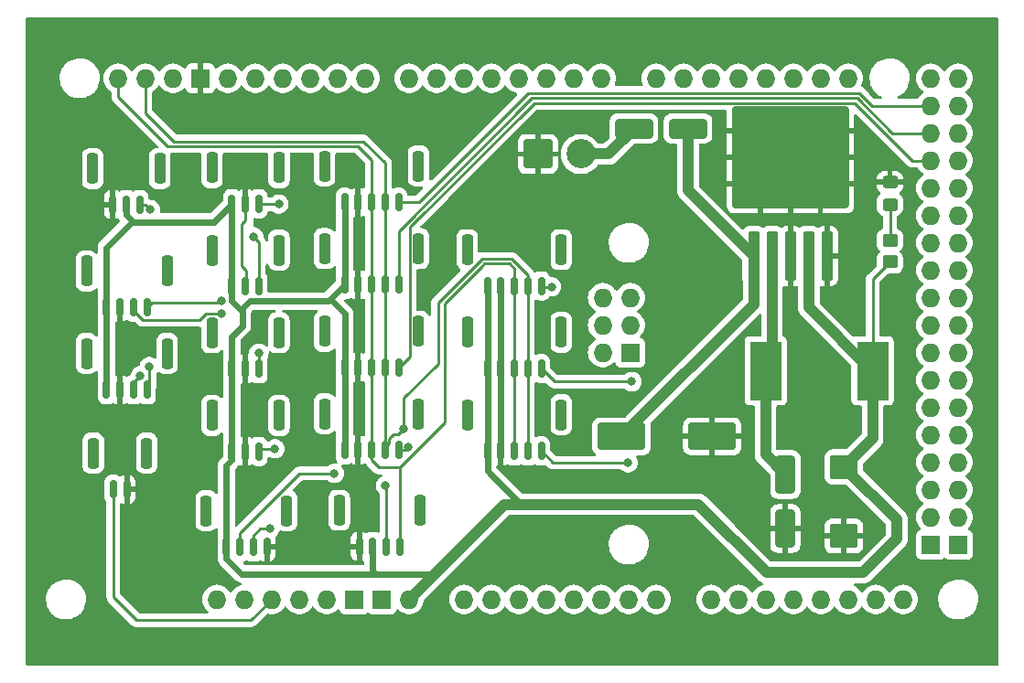
<source format=gtl>
G04 #@! TF.GenerationSoftware,KiCad,Pcbnew,7.0.5*
G04 #@! TF.CreationDate,2023-09-27T13:54:17+07:00*
G04 #@! TF.ProjectId,sumoRobotPCB,73756d6f-526f-4626-9f74-5043422e6b69,rev?*
G04 #@! TF.SameCoordinates,Original*
G04 #@! TF.FileFunction,Copper,L1,Top*
G04 #@! TF.FilePolarity,Positive*
%FSLAX46Y46*%
G04 Gerber Fmt 4.6, Leading zero omitted, Abs format (unit mm)*
G04 Created by KiCad (PCBNEW 7.0.5) date 2023-09-27 13:54:17*
%MOMM*%
%LPD*%
G01*
G04 APERTURE LIST*
G04 Aperture macros list*
%AMRoundRect*
0 Rectangle with rounded corners*
0 $1 Rounding radius*
0 $2 $3 $4 $5 $6 $7 $8 $9 X,Y pos of 4 corners*
0 Add a 4 corners polygon primitive as box body*
4,1,4,$2,$3,$4,$5,$6,$7,$8,$9,$2,$3,0*
0 Add four circle primitives for the rounded corners*
1,1,$1+$1,$2,$3*
1,1,$1+$1,$4,$5*
1,1,$1+$1,$6,$7*
1,1,$1+$1,$8,$9*
0 Add four rect primitives between the rounded corners*
20,1,$1+$1,$2,$3,$4,$5,0*
20,1,$1+$1,$4,$5,$6,$7,0*
20,1,$1+$1,$6,$7,$8,$9,0*
20,1,$1+$1,$8,$9,$2,$3,0*%
G04 Aperture macros list end*
G04 #@! TA.AperFunction,SMDPad,CuDef*
%ADD10RoundRect,0.150000X-0.150000X-0.700000X0.150000X-0.700000X0.150000X0.700000X-0.150000X0.700000X0*%
G04 #@! TD*
G04 #@! TA.AperFunction,SMDPad,CuDef*
%ADD11RoundRect,0.250000X-0.250000X-1.150000X0.250000X-1.150000X0.250000X1.150000X-0.250000X1.150000X0*%
G04 #@! TD*
G04 #@! TA.AperFunction,SMDPad,CuDef*
%ADD12RoundRect,0.250000X1.500000X0.650000X-1.500000X0.650000X-1.500000X-0.650000X1.500000X-0.650000X0*%
G04 #@! TD*
G04 #@! TA.AperFunction,SMDPad,CuDef*
%ADD13RoundRect,0.250000X-1.025000X0.875000X-1.025000X-0.875000X1.025000X-0.875000X1.025000X0.875000X0*%
G04 #@! TD*
G04 #@! TA.AperFunction,SMDPad,CuDef*
%ADD14RoundRect,0.250000X-0.650000X1.500000X-0.650000X-1.500000X0.650000X-1.500000X0.650000X1.500000X0*%
G04 #@! TD*
G04 #@! TA.AperFunction,SMDPad,CuDef*
%ADD15RoundRect,0.250000X-0.450000X0.325000X-0.450000X-0.325000X0.450000X-0.325000X0.450000X0.325000X0*%
G04 #@! TD*
G04 #@! TA.AperFunction,ComponentPad*
%ADD16RoundRect,0.250001X-1.099999X-1.099999X1.099999X-1.099999X1.099999X1.099999X-1.099999X1.099999X0*%
G04 #@! TD*
G04 #@! TA.AperFunction,ComponentPad*
%ADD17C,2.700000*%
G04 #@! TD*
G04 #@! TA.AperFunction,SMDPad,CuDef*
%ADD18R,2.900000X5.400000*%
G04 #@! TD*
G04 #@! TA.AperFunction,ComponentPad*
%ADD19O,1.727200X1.727200*%
G04 #@! TD*
G04 #@! TA.AperFunction,ComponentPad*
%ADD20R,1.727200X1.727200*%
G04 #@! TD*
G04 #@! TA.AperFunction,SMDPad,CuDef*
%ADD21RoundRect,0.250000X0.300000X-2.050000X0.300000X2.050000X-0.300000X2.050000X-0.300000X-2.050000X0*%
G04 #@! TD*
G04 #@! TA.AperFunction,SMDPad,CuDef*
%ADD22RoundRect,0.250000X2.375000X-2.025000X2.375000X2.025000X-2.375000X2.025000X-2.375000X-2.025000X0*%
G04 #@! TD*
G04 #@! TA.AperFunction,SMDPad,CuDef*
%ADD23RoundRect,0.250002X5.149998X-4.449998X5.149998X4.449998X-5.149998X4.449998X-5.149998X-4.449998X0*%
G04 #@! TD*
G04 #@! TA.AperFunction,SMDPad,CuDef*
%ADD24RoundRect,0.250000X-1.950000X-1.000000X1.950000X-1.000000X1.950000X1.000000X-1.950000X1.000000X0*%
G04 #@! TD*
G04 #@! TA.AperFunction,SMDPad,CuDef*
%ADD25RoundRect,0.250000X0.450000X-0.350000X0.450000X0.350000X-0.450000X0.350000X-0.450000X-0.350000X0*%
G04 #@! TD*
G04 #@! TA.AperFunction,ViaPad*
%ADD26C,0.800000*%
G04 #@! TD*
G04 #@! TA.AperFunction,Conductor*
%ADD27C,1.000000*%
G04 #@! TD*
G04 #@! TA.AperFunction,Conductor*
%ADD28C,0.250000*%
G04 #@! TD*
G04 #@! TA.AperFunction,Conductor*
%ADD29C,0.600000*%
G04 #@! TD*
G04 APERTURE END LIST*
D10*
X232744000Y-113478000D03*
X233994000Y-113478000D03*
X235244000Y-113478000D03*
X236494000Y-113478000D03*
X237744000Y-113478000D03*
D11*
X230894000Y-110128000D03*
X239594000Y-110128000D03*
D10*
X232744000Y-128778000D03*
X233994000Y-128778000D03*
X235244000Y-128778000D03*
X236494000Y-128778000D03*
X237744000Y-128778000D03*
D11*
X230894000Y-125428000D03*
X239594000Y-125428000D03*
D10*
X209114000Y-105876000D03*
X210364000Y-105876000D03*
X211614000Y-105876000D03*
D11*
X207264000Y-102526000D03*
X213464000Y-102526000D03*
D12*
X251310000Y-98920000D03*
X246310000Y-98920000D03*
D10*
X220900000Y-137610000D03*
X222150000Y-137610000D03*
X223400000Y-137610000D03*
X224650000Y-137610000D03*
D11*
X219050000Y-134260000D03*
X226500000Y-134260000D03*
D10*
X209114000Y-128826000D03*
X210364000Y-128826000D03*
X211614000Y-128826000D03*
D11*
X207264000Y-125476000D03*
X213464000Y-125476000D03*
D10*
X198140000Y-132334000D03*
X199390000Y-132334000D03*
D11*
X196290000Y-128984000D03*
X201240000Y-128984000D03*
D13*
X265750000Y-130252000D03*
X265750000Y-136652000D03*
D14*
X260310000Y-130954000D03*
X260310000Y-135954000D03*
D10*
X219536000Y-105738000D03*
X220786000Y-105738000D03*
X222036000Y-105738000D03*
X223286000Y-105738000D03*
X224536000Y-105738000D03*
D11*
X217686000Y-102388000D03*
X226386000Y-102388000D03*
D10*
X198088000Y-105966000D03*
X199338000Y-105966000D03*
X200588000Y-105966000D03*
D11*
X196238000Y-102616000D03*
X202438000Y-102616000D03*
D10*
X197515000Y-123108000D03*
X198765000Y-123108000D03*
X200015000Y-123108000D03*
X201265000Y-123108000D03*
D11*
X195665000Y-119758000D03*
X203115000Y-119758000D03*
D10*
X219536000Y-128688000D03*
X220786000Y-128688000D03*
X222036000Y-128688000D03*
X223286000Y-128688000D03*
X224536000Y-128688000D03*
D11*
X217686000Y-125338000D03*
X226386000Y-125338000D03*
D15*
X270000000Y-103900000D03*
X270000000Y-105950000D03*
D16*
X237430000Y-101280000D03*
D17*
X241390000Y-101280000D03*
D18*
X258490000Y-121350000D03*
X268390000Y-121350000D03*
D19*
X207730000Y-142520000D03*
X215350000Y-142520000D03*
X217890000Y-142520000D03*
X245957000Y-114580000D03*
X273770000Y-94260000D03*
X276310000Y-94260000D03*
X230590000Y-142520000D03*
X233130000Y-142520000D03*
X235670000Y-142520000D03*
X238210000Y-142520000D03*
X240750000Y-142520000D03*
X243290000Y-142520000D03*
X245830000Y-142520000D03*
X248370000Y-142520000D03*
X253450000Y-142520000D03*
X255990000Y-142520000D03*
X258530000Y-142520000D03*
X261070000Y-142520000D03*
X263610000Y-142520000D03*
X266150000Y-142520000D03*
X268690000Y-142520000D03*
X271230000Y-142520000D03*
X203666000Y-94260000D03*
X243290000Y-94260000D03*
X240750000Y-94260000D03*
X238210000Y-94260000D03*
X235670000Y-94260000D03*
X233130000Y-94260000D03*
X230590000Y-94260000D03*
X228050000Y-94260000D03*
X225510000Y-94260000D03*
X221446000Y-94260000D03*
X218906000Y-94260000D03*
X216366000Y-94260000D03*
X213826000Y-94260000D03*
X211286000Y-94260000D03*
X208746000Y-94260000D03*
X248370000Y-94260000D03*
X250910000Y-94260000D03*
X253450000Y-94260000D03*
X255990000Y-94260000D03*
X258530000Y-94260000D03*
X261070000Y-94260000D03*
X263610000Y-94260000D03*
X266150000Y-94260000D03*
X273770000Y-96800000D03*
X276310000Y-96800000D03*
X273770000Y-99340000D03*
X276310000Y-99340000D03*
X273770000Y-101880000D03*
X276310000Y-101880000D03*
X273770000Y-104420000D03*
X276310000Y-104420000D03*
X273770000Y-106960000D03*
X276310000Y-106960000D03*
X273770000Y-109500000D03*
X276310000Y-109500000D03*
X273770000Y-112040000D03*
X276310000Y-112040000D03*
X273770000Y-114580000D03*
X276310000Y-114580000D03*
X273770000Y-117120000D03*
X276310000Y-117120000D03*
X273770000Y-119660000D03*
X276310000Y-119660000D03*
X273770000Y-122200000D03*
X276310000Y-122200000D03*
X273770000Y-124740000D03*
X276310000Y-124740000D03*
X273770000Y-127280000D03*
X276310000Y-127280000D03*
X273770000Y-129820000D03*
X276310000Y-129820000D03*
X273770000Y-132360000D03*
X276310000Y-132360000D03*
X273770000Y-134900000D03*
X276310000Y-134900000D03*
D20*
X206206000Y-94260000D03*
X220430000Y-142520000D03*
X222970000Y-142520000D03*
X245957000Y-119660000D03*
X273770000Y-137440000D03*
X276310000Y-137440000D03*
D19*
X210270000Y-142520000D03*
X243417000Y-114580000D03*
X245957000Y-117120000D03*
X212810000Y-142520000D03*
X243417000Y-119660000D03*
X243417000Y-117120000D03*
X198586000Y-94260000D03*
X201126000Y-94260000D03*
X225510000Y-142520000D03*
D10*
X209114000Y-121176000D03*
X210364000Y-121176000D03*
X211614000Y-121176000D03*
D11*
X207264000Y-117826000D03*
X213464000Y-117826000D03*
D10*
X209114000Y-113526000D03*
X210364000Y-113526000D03*
X211614000Y-113526000D03*
D11*
X207264000Y-110176000D03*
X213464000Y-110176000D03*
D10*
X232744000Y-121128000D03*
X233994000Y-121128000D03*
X235244000Y-121128000D03*
X236494000Y-121128000D03*
X237744000Y-121128000D03*
D11*
X230894000Y-117778000D03*
X239594000Y-117778000D03*
D10*
X219536000Y-121038000D03*
X220786000Y-121038000D03*
X222036000Y-121038000D03*
X223286000Y-121038000D03*
X224536000Y-121038000D03*
D11*
X217686000Y-117688000D03*
X226386000Y-117688000D03*
D10*
X208594000Y-137668000D03*
X209844000Y-137668000D03*
X211094000Y-137668000D03*
X212344000Y-137668000D03*
D11*
X206744000Y-134318000D03*
X214194000Y-134318000D03*
D21*
X257385000Y-110725000D03*
X259085000Y-110725000D03*
X260785000Y-110725000D03*
D22*
X258010000Y-104000000D03*
X263560000Y-104000000D03*
D23*
X260785000Y-101575000D03*
D22*
X258010000Y-99150000D03*
X263560000Y-99150000D03*
D21*
X262485000Y-110725000D03*
X264185000Y-110725000D03*
D10*
X219536000Y-113388000D03*
X220786000Y-113388000D03*
X222036000Y-113388000D03*
X223286000Y-113388000D03*
X224536000Y-113388000D03*
D11*
X217686000Y-110038000D03*
X226386000Y-110038000D03*
D24*
X245160000Y-127420000D03*
X253560000Y-127420000D03*
D10*
X197515000Y-115458000D03*
X198765000Y-115458000D03*
X200015000Y-115458000D03*
X201265000Y-115458000D03*
D11*
X195665000Y-112108000D03*
X203115000Y-112108000D03*
D25*
X270000000Y-111270000D03*
X270000000Y-109270000D03*
D26*
X232910000Y-104410000D03*
X240480000Y-137210000D03*
X200930000Y-141760000D03*
X202930000Y-139760000D03*
X238480000Y-138210000D03*
X239480000Y-136210000D03*
X233910000Y-106410000D03*
X237480000Y-135210000D03*
X238480000Y-135210000D03*
X237480000Y-137210000D03*
X238480000Y-137210000D03*
X200930000Y-139760000D03*
X203930000Y-137760000D03*
X253270000Y-109510000D03*
X207390000Y-96560000D03*
X236480000Y-139210000D03*
X232910000Y-105410000D03*
X238480000Y-136210000D03*
X203930000Y-138760000D03*
X202930000Y-137760000D03*
X236480000Y-136210000D03*
X238480000Y-137210000D03*
X208390000Y-97560000D03*
X252270000Y-110510000D03*
X235480000Y-138210000D03*
X211390000Y-96560000D03*
X238480000Y-136210000D03*
X234910000Y-105410000D03*
X202930000Y-138760000D03*
X191540000Y-113770000D03*
X202930000Y-136760000D03*
X203930000Y-136760000D03*
X191540000Y-116770000D03*
X201930000Y-141760000D03*
X201930000Y-140760000D03*
X239480000Y-135210000D03*
X200930000Y-137760000D03*
X239480000Y-136210000D03*
X238480000Y-138210000D03*
X251270000Y-109510000D03*
X209390000Y-98560000D03*
X240480000Y-138210000D03*
X239480000Y-137210000D03*
X253270000Y-112510000D03*
X191540000Y-114770000D03*
X235480000Y-138210000D03*
X237480000Y-139210000D03*
X211390000Y-97560000D03*
X235480000Y-136210000D03*
X234910000Y-104410000D03*
X191540000Y-115770000D03*
X210390000Y-98560000D03*
X238480000Y-136210000D03*
X235480000Y-137210000D03*
X235480000Y-138210000D03*
X236480000Y-135210000D03*
X253270000Y-110510000D03*
X237480000Y-136210000D03*
X232910000Y-106410000D03*
X212390000Y-96560000D03*
X232910000Y-103410000D03*
X252270000Y-111510000D03*
X191540000Y-117770000D03*
X236480000Y-138210000D03*
X250270000Y-110510000D03*
X240480000Y-136210000D03*
X252270000Y-109510000D03*
X201930000Y-139760000D03*
X236480000Y-136210000D03*
X238480000Y-138210000D03*
X231910000Y-104410000D03*
X239480000Y-135210000D03*
X191540000Y-112770000D03*
X211390000Y-98560000D03*
X200930000Y-140760000D03*
X252270000Y-112510000D03*
X202930000Y-135760000D03*
X238480000Y-137210000D03*
X240480000Y-139210000D03*
X210390000Y-96560000D03*
X202930000Y-140760000D03*
X208390000Y-98560000D03*
X211160000Y-125440000D03*
X236480000Y-135210000D03*
X191540000Y-118770000D03*
X235480000Y-135210000D03*
X203930000Y-141760000D03*
X235480000Y-137210000D03*
X253270000Y-111510000D03*
X210390000Y-97560000D03*
X240480000Y-135210000D03*
X201930000Y-135760000D03*
X203930000Y-139760000D03*
X201930000Y-138760000D03*
X203930000Y-135760000D03*
X239480000Y-138210000D03*
X213390000Y-98560000D03*
X211160000Y-124440000D03*
X250270000Y-112510000D03*
X237480000Y-138210000D03*
X200930000Y-138760000D03*
X239480000Y-138210000D03*
X251270000Y-112510000D03*
X251270000Y-110510000D03*
X236480000Y-138210000D03*
X207390000Y-98560000D03*
X233910000Y-103410000D03*
X200930000Y-136760000D03*
X234910000Y-106410000D03*
X235480000Y-136210000D03*
X237480000Y-137210000D03*
X211160000Y-126440000D03*
X231910000Y-105410000D03*
X233910000Y-104410000D03*
X212390000Y-97560000D03*
X231910000Y-106410000D03*
X207390000Y-97560000D03*
X237480000Y-138210000D03*
X236480000Y-137210000D03*
X237480000Y-138210000D03*
X237480000Y-135210000D03*
X213390000Y-97560000D03*
X208390000Y-96560000D03*
X235480000Y-137210000D03*
X233910000Y-105410000D03*
X202930000Y-141760000D03*
X250270000Y-111510000D03*
X209390000Y-97560000D03*
X235480000Y-136210000D03*
X236480000Y-138210000D03*
X201930000Y-137760000D03*
X238480000Y-139210000D03*
X238480000Y-135210000D03*
X237480000Y-137210000D03*
X201930000Y-136760000D03*
X235480000Y-139210000D03*
X239480000Y-139210000D03*
X251270000Y-111510000D03*
X234910000Y-103410000D03*
X237480000Y-136210000D03*
X237480000Y-136210000D03*
X209390000Y-96560000D03*
X239480000Y-137210000D03*
X238480000Y-135210000D03*
X212390000Y-98560000D03*
X237480000Y-135210000D03*
X236480000Y-137210000D03*
X231910000Y-103410000D03*
X200930000Y-135760000D03*
X236480000Y-135210000D03*
X203930000Y-140760000D03*
X250270000Y-109510000D03*
X236480000Y-137210000D03*
X213390000Y-96560000D03*
X236480000Y-136210000D03*
X223320000Y-131980000D03*
X225027299Y-126707299D03*
X225441900Y-128415700D03*
X238670900Y-113576700D03*
X246110000Y-122350000D03*
X245770000Y-129870000D03*
X211614000Y-119719400D03*
X213099900Y-128572300D03*
X211120500Y-108949300D03*
X213461800Y-105912100D03*
X201565000Y-106428200D03*
X208190000Y-116040000D03*
X208113938Y-114893061D03*
X200641200Y-121806100D03*
X201471800Y-120956100D03*
X218590500Y-130845900D03*
X212611600Y-135978100D03*
D27*
X257385000Y-110725000D02*
X257385000Y-115195000D01*
X251310000Y-98920000D02*
X251310000Y-104650000D01*
X257385000Y-115195000D02*
X245160000Y-127420000D01*
X251310000Y-104650000D02*
X257385000Y-110725000D01*
X241390000Y-101280000D02*
X243950000Y-101280000D01*
X243950000Y-101280000D02*
X246310000Y-98920000D01*
D28*
X210430000Y-112090000D02*
X210440000Y-112090000D01*
D29*
X233994000Y-128778000D02*
X233994000Y-113478000D01*
D28*
X210440000Y-112090000D02*
X210440000Y-113450000D01*
X210440000Y-113450000D02*
X210364000Y-113526000D01*
X210010000Y-111670000D02*
X210430000Y-112090000D01*
X210364000Y-107426000D02*
X210010000Y-107780000D01*
X210010000Y-107780000D02*
X210010000Y-111670000D01*
X210364000Y-105876000D02*
X210364000Y-107426000D01*
D29*
X199338000Y-106878000D02*
X199338000Y-105966000D01*
X210080000Y-115860000D02*
X209114000Y-114894000D01*
X232744000Y-130634000D02*
X232744000Y-128778000D01*
X199872800Y-107560000D02*
X197515000Y-109917800D01*
D27*
X237440000Y-133720000D02*
X234310000Y-133720000D01*
D29*
X197515000Y-109917800D02*
X197515000Y-115458000D01*
X210080000Y-117206300D02*
X210080000Y-115860000D01*
X209114000Y-128826000D02*
X209114000Y-121176000D01*
D27*
X268360000Y-121350000D02*
X268390000Y-121350000D01*
X234310000Y-133720000D02*
X225510000Y-142520000D01*
X270640000Y-136910000D02*
X267510000Y-140040000D01*
D29*
X209114000Y-107169600D02*
X209114000Y-105876000D01*
D27*
X268390000Y-121350000D02*
X268390000Y-127612000D01*
D29*
X209114000Y-129596000D02*
X209114000Y-128826000D01*
X209114000Y-105876000D02*
X207430000Y-107560000D01*
D27*
X258590000Y-140040000D02*
X252270000Y-133720000D01*
D29*
X207430000Y-107560000D02*
X199872800Y-107560000D01*
X222150000Y-139860000D02*
X222150000Y-137610000D01*
X219536000Y-121038000D02*
X219536000Y-128688000D01*
X237440000Y-133720000D02*
X235830000Y-133720000D01*
D27*
X270640000Y-135142000D02*
X270640000Y-136910000D01*
D29*
X209114000Y-118172300D02*
X210080000Y-117206300D01*
X210080000Y-115550000D02*
X210740000Y-114890000D01*
X224340000Y-140160000D02*
X222450000Y-140160000D01*
D27*
X262485000Y-110725000D02*
X262485000Y-115475000D01*
D29*
X218200800Y-114723200D02*
X219536000Y-116058400D01*
X232744000Y-128778000D02*
X232744000Y-121128000D01*
X227870000Y-140160000D02*
X224340000Y-140160000D01*
D28*
X268390000Y-112880000D02*
X270000000Y-111270000D01*
D29*
X209114000Y-114894000D02*
X209114000Y-113526000D01*
X200020000Y-107560000D02*
X199338000Y-106878000D01*
X197515000Y-115458000D02*
X197515000Y-123108000D01*
X219536000Y-113388000D02*
X219536000Y-105738000D01*
X209114000Y-121176000D02*
X209114000Y-118172300D01*
X222450000Y-140160000D02*
X222150000Y-139860000D01*
X232744000Y-113478000D02*
X232744000Y-121128000D01*
X218200800Y-114723200D02*
X219536000Y-113388000D01*
D27*
X265750000Y-130252000D02*
X270640000Y-135142000D01*
D28*
X268390000Y-121350000D02*
X268390000Y-112880000D01*
D27*
X262485000Y-115475000D02*
X268360000Y-121350000D01*
D29*
X208594000Y-130116000D02*
X209114000Y-129596000D01*
D27*
X267510000Y-140040000D02*
X258590000Y-140040000D01*
X252270000Y-133720000D02*
X237440000Y-133720000D01*
D29*
X209114000Y-113526000D02*
X209114000Y-107169600D01*
X208594000Y-137668000D02*
X208594000Y-130116000D01*
X208594000Y-138734000D02*
X208594000Y-137668000D01*
X224340000Y-140160000D02*
X210020000Y-140160000D01*
X219536000Y-116058400D02*
X219536000Y-121038000D01*
X210740000Y-114890000D02*
X218034000Y-114890000D01*
X235830000Y-133720000D02*
X232744000Y-130634000D01*
X210080000Y-115860000D02*
X210080000Y-115550000D01*
X210020000Y-140160000D02*
X208594000Y-138734000D01*
D27*
X268390000Y-127612000D02*
X265750000Y-130252000D01*
D29*
X218034000Y-114890000D02*
X218200800Y-114723200D01*
D28*
X235244000Y-121128000D02*
X235244000Y-113478000D01*
X232169000Y-111701863D02*
X232451362Y-111419501D01*
X198586000Y-95956000D02*
X198586000Y-94260000D01*
X222036000Y-105738000D02*
X222036000Y-101816000D01*
X225110000Y-129840000D02*
X228783300Y-126166700D01*
X222036000Y-128688000D02*
X222036000Y-129636000D01*
X234779501Y-111419501D02*
X235244000Y-111884000D01*
X232451362Y-111419501D02*
X234779501Y-111419501D01*
X222036000Y-113388000D02*
X222036000Y-121038000D01*
X203179501Y-100549501D02*
X198586000Y-95956000D01*
X220769501Y-100549501D02*
X203179501Y-100549501D01*
X222036000Y-121038000D02*
X222036000Y-128688000D01*
X222036000Y-105738000D02*
X222036000Y-113388000D01*
X222700000Y-130300000D02*
X224650000Y-130300000D01*
X224650000Y-137610000D02*
X224650000Y-130300000D01*
X228783300Y-115088269D02*
X232169000Y-111702569D01*
X222036000Y-101816000D02*
X220769501Y-100549501D01*
X222036000Y-129636000D02*
X222700000Y-130300000D01*
X228783300Y-126166700D02*
X228783300Y-115088269D01*
X232169000Y-111702569D02*
X232169000Y-111701863D01*
X235244000Y-111884000D02*
X235244000Y-113478000D01*
X224650000Y-130300000D02*
X225110000Y-129840000D01*
X235244000Y-121128000D02*
X235244000Y-128778000D01*
X234965690Y-110970000D02*
X232265173Y-110970000D01*
X223286000Y-121038000D02*
X223286000Y-122217200D01*
X223925340Y-127388000D02*
X224075340Y-127238000D01*
X223786000Y-127527340D02*
X223786000Y-127388000D01*
X203730000Y-100100000D02*
X201126000Y-97496000D01*
X223400000Y-132060000D02*
X223320000Y-131980000D01*
X236494000Y-112498310D02*
X234965690Y-110970000D01*
X224496598Y-127238000D02*
X225027299Y-126707299D01*
X223786000Y-127388000D02*
X223925340Y-127388000D01*
X223286000Y-128428598D02*
X223636000Y-128078598D01*
X224075340Y-127238000D02*
X224496598Y-127238000D01*
X232265173Y-110970000D02*
X228174000Y-115061173D01*
X223286000Y-105738000D02*
X223286000Y-102106000D01*
X225027299Y-123822701D02*
X225027299Y-126707299D01*
X223286000Y-113388000D02*
X223286000Y-121038000D01*
X236494000Y-113478000D02*
X236494000Y-121128000D01*
X223636000Y-128078598D02*
X223636000Y-127677340D01*
X223286000Y-122217200D02*
X223286000Y-128688000D01*
X221280000Y-100100000D02*
X203730000Y-100100000D01*
X223286000Y-105738000D02*
X223286000Y-113388000D01*
X228174000Y-120676000D02*
X225027299Y-123822701D01*
X228174000Y-115061173D02*
X228174000Y-120676000D01*
X223286000Y-102106000D02*
X221280000Y-100100000D01*
X223400000Y-137610000D02*
X223400000Y-132060000D01*
X223636000Y-127677340D02*
X223786000Y-127527340D01*
X201126000Y-97496000D02*
X201126000Y-94260000D01*
X223286000Y-128688000D02*
X223286000Y-128428598D01*
X236494000Y-121128000D02*
X236494000Y-128778000D01*
X236494000Y-113478000D02*
X236494000Y-112498310D01*
X236543300Y-95633300D02*
X226438600Y-105738000D01*
X272581100Y-96800000D02*
X268318400Y-96800000D01*
X226438600Y-105738000D02*
X224536000Y-105738000D01*
X273770000Y-96800000D02*
X272581100Y-96800000D01*
X268318400Y-96800000D02*
X267151700Y-95633300D01*
X267151700Y-95633300D02*
X236543300Y-95633300D01*
X272581100Y-99340000D02*
X270221500Y-99340000D01*
X270221500Y-99340000D02*
X266965100Y-96083600D01*
X266965100Y-96083600D02*
X236888000Y-96083600D01*
X236888000Y-96083600D02*
X224536000Y-108435600D01*
X273770000Y-99340000D02*
X272581100Y-99340000D01*
X224536000Y-108435600D02*
X224536000Y-113388000D01*
X272040200Y-101880000D02*
X266701500Y-96541300D01*
X273770000Y-101880000D02*
X272040200Y-101880000D01*
X266701500Y-96541300D02*
X237067200Y-96541300D01*
X237067200Y-96541300D02*
X225559600Y-108048900D01*
X225559600Y-120014400D02*
X224536000Y-121038000D01*
X225559600Y-108048900D02*
X225559600Y-120014400D01*
X225441900Y-128415700D02*
X225169600Y-128688000D01*
X225169600Y-128688000D02*
X224536000Y-128688000D01*
X237842700Y-113576700D02*
X237744000Y-113478000D01*
X238670900Y-113576700D02*
X237842700Y-113576700D01*
X238966000Y-122350000D02*
X246110000Y-122350000D01*
X237744000Y-121128000D02*
X238966000Y-122350000D01*
X245770000Y-129870000D02*
X245760000Y-129860000D01*
X245760000Y-129860000D02*
X238826000Y-129860000D01*
X238826000Y-129860000D02*
X237744000Y-128778000D01*
X211614000Y-119719400D02*
X211614000Y-121176000D01*
X213099900Y-128572300D02*
X211867700Y-128572300D01*
X211867700Y-128572300D02*
X211614000Y-128826000D01*
X211614000Y-109442800D02*
X211614000Y-113526000D01*
X211120500Y-108949300D02*
X211614000Y-109442800D01*
X211650100Y-105912100D02*
X211614000Y-105876000D01*
X213461800Y-105912100D02*
X211650100Y-105912100D01*
X200588000Y-105966000D02*
X201102800Y-105966000D01*
X201102800Y-105966000D02*
X201565000Y-106428200D01*
X200015000Y-115801900D02*
X200015000Y-115458000D01*
X206122900Y-116639700D02*
X200852800Y-116639700D01*
X200852800Y-116639700D02*
X200015000Y-115801900D01*
X208190000Y-116040000D02*
X206722600Y-116040000D01*
X206722600Y-116040000D02*
X206122900Y-116639700D01*
X207965099Y-115041900D02*
X201681100Y-115041900D01*
X208113938Y-114893061D02*
X207965099Y-115041900D01*
X201681100Y-115041900D02*
X201265000Y-115458000D01*
X200015000Y-122432300D02*
X200015000Y-123108000D01*
X200641200Y-121806100D02*
X200015000Y-122432300D01*
X201265000Y-123108000D02*
X201471800Y-122901200D01*
X201471800Y-122901200D02*
X201471800Y-120956100D01*
X218590500Y-130845900D02*
X215381400Y-130845900D01*
X215381400Y-130845900D02*
X209844000Y-136383300D01*
X209844000Y-136383300D02*
X209844000Y-137668000D01*
X212611600Y-135978100D02*
X211741900Y-135978100D01*
X211741900Y-135978100D02*
X211094000Y-136626000D01*
X211094000Y-136626000D02*
X211094000Y-137668000D01*
D27*
X259085000Y-120755000D02*
X258490000Y-121350000D01*
X258490000Y-129134000D02*
X260310000Y-130954000D01*
X258490000Y-121350000D02*
X258490000Y-129134000D01*
X259085000Y-110725000D02*
X259085000Y-120755000D01*
D28*
X198140000Y-132334000D02*
X198140000Y-142310000D01*
X200270000Y-144440000D02*
X210890000Y-144440000D01*
X198140000Y-142310000D02*
X200270000Y-144440000D01*
X210890000Y-144440000D02*
X212810000Y-142520000D01*
X270000000Y-109270000D02*
X270000000Y-105950000D01*
G04 #@! TA.AperFunction,Conductor*
G36*
X213103444Y-115710185D02*
G01*
X213149199Y-115762989D01*
X213159143Y-115832147D01*
X213130118Y-115895703D01*
X213071340Y-115933477D01*
X213062358Y-115935754D01*
X213061198Y-115936002D01*
X212894668Y-115991185D01*
X212894663Y-115991187D01*
X212745342Y-116083289D01*
X212621289Y-116207342D01*
X212529187Y-116356663D01*
X212529185Y-116356666D01*
X212529186Y-116356666D01*
X212474001Y-116523203D01*
X212474001Y-116523204D01*
X212474000Y-116523204D01*
X212463500Y-116625983D01*
X212463499Y-116625996D01*
X212463500Y-118994059D01*
X212443815Y-119061098D01*
X212391011Y-119106853D01*
X212321853Y-119116797D01*
X212258297Y-119087772D01*
X212247354Y-119077035D01*
X212219871Y-119046512D01*
X212219870Y-119046511D01*
X212066734Y-118935251D01*
X212066729Y-118935248D01*
X211893807Y-118858257D01*
X211893802Y-118858255D01*
X211748000Y-118827265D01*
X211708646Y-118818900D01*
X211519354Y-118818900D01*
X211486897Y-118825798D01*
X211334197Y-118858255D01*
X211334192Y-118858257D01*
X211161270Y-118935248D01*
X211161265Y-118935251D01*
X211008129Y-119046511D01*
X210881466Y-119187185D01*
X210786821Y-119351115D01*
X210786818Y-119351122D01*
X210728327Y-119531140D01*
X210728326Y-119531144D01*
X210723389Y-119578117D01*
X210708998Y-119715038D01*
X210682413Y-119779653D01*
X210625116Y-119819637D01*
X210623611Y-119819822D01*
X210614000Y-119828703D01*
X210614000Y-122523295D01*
X210614001Y-122523295D01*
X210616486Y-122523100D01*
X210774198Y-122477281D01*
X210922271Y-122389712D01*
X210923459Y-122391721D01*
X210977602Y-122370452D01*
X211046121Y-122384119D01*
X211055743Y-122390301D01*
X211068391Y-122397781D01*
X211203602Y-122477744D01*
X211211636Y-122480078D01*
X211361426Y-122523597D01*
X211361429Y-122523597D01*
X211361431Y-122523598D01*
X211398306Y-122526500D01*
X211398314Y-122526500D01*
X211829686Y-122526500D01*
X211829694Y-122526500D01*
X211866569Y-122523598D01*
X211866571Y-122523597D01*
X211866573Y-122523597D01*
X211919304Y-122508277D01*
X212024398Y-122477744D01*
X212165865Y-122394081D01*
X212282081Y-122277865D01*
X212365744Y-122136398D01*
X212411598Y-121978569D01*
X212414500Y-121941694D01*
X212414500Y-120410306D01*
X212411598Y-120373431D01*
X212381029Y-120268213D01*
X212381228Y-120198346D01*
X212392714Y-120171626D01*
X212441179Y-120087684D01*
X212499674Y-119907656D01*
X212519460Y-119719400D01*
X212511834Y-119646844D01*
X212524403Y-119578117D01*
X212572136Y-119527093D01*
X212639876Y-119509975D01*
X212706117Y-119532197D01*
X212722836Y-119546204D01*
X212745344Y-119568712D01*
X212894666Y-119660814D01*
X213061203Y-119715999D01*
X213163991Y-119726500D01*
X213764008Y-119726499D01*
X213764016Y-119726498D01*
X213764019Y-119726498D01*
X213833503Y-119719400D01*
X213866797Y-119715999D01*
X214033334Y-119660814D01*
X214182656Y-119568712D01*
X214306712Y-119444656D01*
X214398814Y-119295334D01*
X214453999Y-119128797D01*
X214464500Y-119026009D01*
X214464499Y-116625992D01*
X214453999Y-116523203D01*
X214398814Y-116356666D01*
X214306712Y-116207344D01*
X214182656Y-116083288D01*
X214070646Y-116014200D01*
X214033336Y-115991187D01*
X214033331Y-115991185D01*
X213866795Y-115936000D01*
X213865633Y-115935752D01*
X213864985Y-115935400D01*
X213860371Y-115933872D01*
X213860643Y-115933048D01*
X213804200Y-115902468D01*
X213770515Y-115841255D01*
X213775271Y-115771547D01*
X213816959Y-115715477D01*
X213882343Y-115690846D01*
X213891594Y-115690500D01*
X216943183Y-115690500D01*
X217010222Y-115710185D01*
X217055977Y-115762989D01*
X217065921Y-115832147D01*
X217036896Y-115895703D01*
X217008281Y-115920037D01*
X216987188Y-115933048D01*
X216967342Y-115945289D01*
X216843289Y-116069342D01*
X216751187Y-116218663D01*
X216751185Y-116218668D01*
X216733323Y-116272572D01*
X216696001Y-116385203D01*
X216696001Y-116385204D01*
X216696000Y-116385204D01*
X216685500Y-116487983D01*
X216685500Y-118888001D01*
X216685501Y-118888018D01*
X216696000Y-118990796D01*
X216696001Y-118990799D01*
X216751185Y-119157331D01*
X216751187Y-119157336D01*
X216769598Y-119187185D01*
X216843288Y-119306656D01*
X216967344Y-119430712D01*
X217116666Y-119522814D01*
X217283203Y-119577999D01*
X217385991Y-119588500D01*
X217986008Y-119588499D01*
X217986016Y-119588498D01*
X217986019Y-119588498D01*
X218042302Y-119582748D01*
X218088797Y-119577999D01*
X218255334Y-119522814D01*
X218404656Y-119430712D01*
X218523819Y-119311548D01*
X218585142Y-119278064D01*
X218654834Y-119283048D01*
X218710767Y-119324920D01*
X218735184Y-119390384D01*
X218735500Y-119399230D01*
X218735500Y-123626770D01*
X218715815Y-123693809D01*
X218663011Y-123739564D01*
X218593853Y-123749508D01*
X218530297Y-123720483D01*
X218523819Y-123714451D01*
X218404657Y-123595289D01*
X218404656Y-123595288D01*
X218255334Y-123503186D01*
X218088797Y-123448001D01*
X218088795Y-123448000D01*
X217986010Y-123437500D01*
X217385998Y-123437500D01*
X217385980Y-123437501D01*
X217283203Y-123448000D01*
X217283200Y-123448001D01*
X217116668Y-123503185D01*
X217116663Y-123503187D01*
X216967342Y-123595289D01*
X216843289Y-123719342D01*
X216751187Y-123868663D01*
X216751185Y-123868668D01*
X216737301Y-123910567D01*
X216696001Y-124035203D01*
X216696001Y-124035204D01*
X216696000Y-124035204D01*
X216685500Y-124137983D01*
X216685500Y-126538001D01*
X216685501Y-126538018D01*
X216696000Y-126640796D01*
X216696001Y-126640799D01*
X216741729Y-126778795D01*
X216751186Y-126807334D01*
X216843288Y-126956656D01*
X216967344Y-127080712D01*
X217116666Y-127172814D01*
X217283203Y-127227999D01*
X217385991Y-127238500D01*
X217986008Y-127238499D01*
X217986016Y-127238498D01*
X217986019Y-127238498D01*
X218042302Y-127232748D01*
X218088797Y-127227999D01*
X218255334Y-127172814D01*
X218404656Y-127080712D01*
X218523822Y-126961545D01*
X218585141Y-126928063D01*
X218654833Y-126933047D01*
X218710767Y-126974918D01*
X218735184Y-127040382D01*
X218735500Y-127049229D01*
X218735500Y-129453701D01*
X218738401Y-129490567D01*
X218738402Y-129490573D01*
X218784254Y-129648393D01*
X218784257Y-129648400D01*
X218855612Y-129769057D01*
X218872795Y-129836781D01*
X218850635Y-129903043D01*
X218796168Y-129946806D01*
X218726688Y-129954175D01*
X218723144Y-129953476D01*
X218685146Y-129945400D01*
X218495854Y-129945400D01*
X218463397Y-129952298D01*
X218310697Y-129984755D01*
X218310692Y-129984757D01*
X218137770Y-130061748D01*
X218137765Y-130061751D01*
X217984630Y-130173010D01*
X217984626Y-130173014D01*
X217978900Y-130179374D01*
X217919413Y-130216021D01*
X217886752Y-130220400D01*
X215464137Y-130220400D01*
X215448520Y-130218676D01*
X215448493Y-130218962D01*
X215440731Y-130218227D01*
X215372571Y-130220369D01*
X215370624Y-130220400D01*
X215342050Y-130220400D01*
X215341329Y-130220490D01*
X215335157Y-130221269D01*
X215329345Y-130221726D01*
X215282773Y-130223190D01*
X215282772Y-130223190D01*
X215263529Y-130228781D01*
X215244479Y-130232725D01*
X215224611Y-130235234D01*
X215224609Y-130235235D01*
X215181284Y-130252388D01*
X215175757Y-130254280D01*
X215131010Y-130267281D01*
X215131009Y-130267282D01*
X215113767Y-130277479D01*
X215096299Y-130286037D01*
X215077669Y-130293413D01*
X215077667Y-130293414D01*
X215039976Y-130320798D01*
X215035094Y-130324005D01*
X214994979Y-130347730D01*
X214980808Y-130361900D01*
X214966023Y-130374528D01*
X214949812Y-130386307D01*
X214920109Y-130422210D01*
X214916177Y-130426531D01*
X209606181Y-135736526D01*
X209544858Y-135770011D01*
X209475166Y-135765027D01*
X209419233Y-135723155D01*
X209394816Y-135657691D01*
X209394500Y-135648845D01*
X209394500Y-130498940D01*
X209414185Y-130431901D01*
X209430819Y-130411259D01*
X209580204Y-130261874D01*
X209711826Y-130130252D01*
X209711825Y-130130251D01*
X209735603Y-130106474D01*
X209796926Y-130072989D01*
X209866617Y-130077973D01*
X209886405Y-130087423D01*
X209953803Y-130127282D01*
X209953806Y-130127283D01*
X210111502Y-130173098D01*
X210113998Y-130173295D01*
X210113999Y-130173294D01*
X210114000Y-129076000D01*
X210113999Y-127478703D01*
X210613999Y-127478703D01*
X210614000Y-130173295D01*
X210614001Y-130173295D01*
X210616486Y-130173100D01*
X210774198Y-130127281D01*
X210922271Y-130039712D01*
X210923459Y-130041721D01*
X210977602Y-130020452D01*
X211046121Y-130034119D01*
X211055743Y-130040301D01*
X211064184Y-130045293D01*
X211203602Y-130127744D01*
X211212235Y-130130252D01*
X211361426Y-130173597D01*
X211361429Y-130173597D01*
X211361431Y-130173598D01*
X211398306Y-130176500D01*
X211398314Y-130176500D01*
X211829686Y-130176500D01*
X211829694Y-130176500D01*
X211866569Y-130173598D01*
X211866571Y-130173597D01*
X211866573Y-130173597D01*
X211908191Y-130161505D01*
X212024398Y-130127744D01*
X212165865Y-130044081D01*
X212282081Y-129927865D01*
X212365744Y-129786398D01*
X212411598Y-129628569D01*
X212414500Y-129591694D01*
X212414500Y-129430770D01*
X212434185Y-129363731D01*
X212486989Y-129317976D01*
X212556147Y-129308032D01*
X212611384Y-129330451D01*
X212619633Y-129336444D01*
X212647170Y-129356451D01*
X212820092Y-129433442D01*
X212820097Y-129433444D01*
X213005254Y-129472800D01*
X213005255Y-129472800D01*
X213194544Y-129472800D01*
X213194546Y-129472800D01*
X213379703Y-129433444D01*
X213552630Y-129356451D01*
X213705771Y-129245188D01*
X213832433Y-129104516D01*
X213927079Y-128940584D01*
X213985574Y-128760556D01*
X214005360Y-128572300D01*
X213985574Y-128384044D01*
X213927079Y-128204016D01*
X213832433Y-128040084D01*
X213705771Y-127899412D01*
X213683848Y-127883484D01*
X213552634Y-127788151D01*
X213552629Y-127788148D01*
X213379707Y-127711157D01*
X213379702Y-127711155D01*
X213214950Y-127676137D01*
X213194546Y-127671800D01*
X213005254Y-127671800D01*
X212984850Y-127676137D01*
X212820097Y-127711155D01*
X212820092Y-127711157D01*
X212647170Y-127788148D01*
X212647165Y-127788151D01*
X212528532Y-127874343D01*
X212462725Y-127897823D01*
X212394672Y-127881997D01*
X212348915Y-127837146D01*
X212337357Y-127817603D01*
X212282081Y-127724135D01*
X212282079Y-127724133D01*
X212282076Y-127724129D01*
X212165870Y-127607923D01*
X212165862Y-127607917D01*
X212057029Y-127543554D01*
X212024398Y-127524256D01*
X212024397Y-127524255D01*
X212024396Y-127524255D01*
X212024393Y-127524254D01*
X211866573Y-127478402D01*
X211866567Y-127478401D01*
X211829701Y-127475500D01*
X211829694Y-127475500D01*
X211398306Y-127475500D01*
X211398298Y-127475500D01*
X211361432Y-127478401D01*
X211361426Y-127478402D01*
X211203606Y-127524254D01*
X211203603Y-127524255D01*
X211055420Y-127611890D01*
X211054329Y-127610045D01*
X210999537Y-127631551D01*
X210931021Y-127617862D01*
X210922292Y-127612252D01*
X210922271Y-127612288D01*
X210774196Y-127524717D01*
X210774193Y-127524716D01*
X210616494Y-127478900D01*
X210616497Y-127478900D01*
X210613999Y-127478703D01*
X210113999Y-127478703D01*
X210111509Y-127478900D01*
X210073092Y-127490061D01*
X210003223Y-127489860D01*
X209944553Y-127451917D01*
X209915711Y-127388279D01*
X209914499Y-127370984D01*
X209914499Y-126676001D01*
X212463500Y-126676001D01*
X212463501Y-126676018D01*
X212474000Y-126778796D01*
X212474001Y-126778799D01*
X212492810Y-126835559D01*
X212529186Y-126945334D01*
X212621288Y-127094656D01*
X212745344Y-127218712D01*
X212894666Y-127310814D01*
X213061203Y-127365999D01*
X213163991Y-127376500D01*
X213764008Y-127376499D01*
X213764016Y-127376498D01*
X213764019Y-127376498D01*
X213820302Y-127370748D01*
X213866797Y-127365999D01*
X214033334Y-127310814D01*
X214182656Y-127218712D01*
X214306712Y-127094656D01*
X214398814Y-126945334D01*
X214453999Y-126778797D01*
X214464500Y-126676009D01*
X214464499Y-124275992D01*
X214453999Y-124173203D01*
X214398814Y-124006666D01*
X214306712Y-123857344D01*
X214182656Y-123733288D01*
X214033334Y-123641186D01*
X213866797Y-123586001D01*
X213866795Y-123586000D01*
X213764010Y-123575500D01*
X213163998Y-123575500D01*
X213163980Y-123575501D01*
X213061203Y-123586000D01*
X213061200Y-123586001D01*
X212894668Y-123641185D01*
X212894663Y-123641187D01*
X212745342Y-123733289D01*
X212621289Y-123857342D01*
X212529187Y-124006663D01*
X212529185Y-124006666D01*
X212529186Y-124006666D01*
X212474001Y-124173203D01*
X212474001Y-124173204D01*
X212474000Y-124173204D01*
X212463500Y-124275983D01*
X212463500Y-126676001D01*
X209914499Y-126676001D01*
X209914499Y-125184439D01*
X209914499Y-122631008D01*
X209934183Y-122563976D01*
X209986987Y-122518221D01*
X210056145Y-122508277D01*
X210073094Y-122511939D01*
X210111504Y-122523098D01*
X210113998Y-122523295D01*
X210113999Y-122523294D01*
X210114000Y-121426000D01*
X210113999Y-119828703D01*
X210111509Y-119828900D01*
X210073092Y-119840061D01*
X210003223Y-119839860D01*
X209944553Y-119801917D01*
X209915711Y-119738279D01*
X209914499Y-119720993D01*
X209914499Y-118555239D01*
X209934184Y-118488201D01*
X209950818Y-118467559D01*
X210304569Y-118113809D01*
X210677826Y-117740552D01*
X210714077Y-117704301D01*
X210716628Y-117697719D01*
X210732035Y-117673199D01*
X210736052Y-117667536D01*
X210762091Y-117634887D01*
X210780215Y-117597249D01*
X210783564Y-117591191D01*
X210805789Y-117555822D01*
X210819581Y-117516403D01*
X210822242Y-117509981D01*
X210825638Y-117502927D01*
X210840359Y-117472361D01*
X210849652Y-117431642D01*
X210851574Y-117424975D01*
X210865368Y-117385555D01*
X210870044Y-117344047D01*
X210871204Y-117337219D01*
X210880500Y-117296495D01*
X210880500Y-117116106D01*
X210880500Y-117116105D01*
X210880500Y-115932939D01*
X210900185Y-115865901D01*
X210916819Y-115845259D01*
X211035259Y-115726819D01*
X211096582Y-115693334D01*
X211122940Y-115690500D01*
X213036405Y-115690500D01*
X213103444Y-115710185D01*
G37*
G04 #@! TD.AperFunction*
G04 #@! TA.AperFunction,Conductor*
G36*
X279982539Y-88650185D02*
G01*
X280028294Y-88702989D01*
X280039500Y-88754500D01*
X280039500Y-148505500D01*
X280019815Y-148572539D01*
X279967011Y-148618294D01*
X279915500Y-148629500D01*
X190164500Y-148629500D01*
X190097461Y-148609815D01*
X190051706Y-148557011D01*
X190040500Y-148505500D01*
X190040500Y-142587763D01*
X191905787Y-142587763D01*
X191935413Y-142857013D01*
X191935415Y-142857024D01*
X191978166Y-143020548D01*
X192003928Y-143119088D01*
X192109870Y-143368390D01*
X192206691Y-143527036D01*
X192250979Y-143599605D01*
X192250986Y-143599615D01*
X192424253Y-143807819D01*
X192424259Y-143807824D01*
X192509389Y-143884100D01*
X192625998Y-143988582D01*
X192851910Y-144138044D01*
X193097176Y-144253020D01*
X193097183Y-144253022D01*
X193097185Y-144253023D01*
X193356557Y-144331057D01*
X193356564Y-144331058D01*
X193356569Y-144331060D01*
X193624561Y-144370500D01*
X193624566Y-144370500D01*
X193827629Y-144370500D01*
X193827631Y-144370500D01*
X193827636Y-144370499D01*
X193827648Y-144370499D01*
X193865191Y-144367750D01*
X194030156Y-144355677D01*
X194142758Y-144330593D01*
X194294546Y-144296782D01*
X194294548Y-144296781D01*
X194294553Y-144296780D01*
X194547558Y-144200014D01*
X194783777Y-144067441D01*
X194998177Y-143901888D01*
X195186186Y-143706881D01*
X195343799Y-143486579D01*
X195417787Y-143342669D01*
X195467649Y-143245690D01*
X195467651Y-143245684D01*
X195467656Y-143245675D01*
X195555118Y-142989305D01*
X195604319Y-142722933D01*
X195614212Y-142452235D01*
X195584586Y-142182982D01*
X195516072Y-141920912D01*
X195410130Y-141671610D01*
X195269018Y-141440390D01*
X195247114Y-141414069D01*
X195095746Y-141232180D01*
X195095740Y-141232175D01*
X194894002Y-141051418D01*
X194668092Y-140901957D01*
X194656076Y-140896324D01*
X194422824Y-140786980D01*
X194422819Y-140786978D01*
X194422814Y-140786976D01*
X194163442Y-140708942D01*
X194163428Y-140708939D01*
X194047791Y-140691921D01*
X193895439Y-140669500D01*
X193692369Y-140669500D01*
X193692351Y-140669500D01*
X193489844Y-140684323D01*
X193489831Y-140684325D01*
X193225453Y-140743217D01*
X193225446Y-140743220D01*
X192972439Y-140839987D01*
X192736226Y-140972557D01*
X192736224Y-140972558D01*
X192736223Y-140972559D01*
X192712052Y-140991223D01*
X192521822Y-141138112D01*
X192333822Y-141333109D01*
X192333816Y-141333116D01*
X192176202Y-141553419D01*
X192176199Y-141553424D01*
X192052350Y-141794309D01*
X192052343Y-141794327D01*
X191964884Y-142050685D01*
X191964881Y-142050699D01*
X191915681Y-142317068D01*
X191915680Y-142317075D01*
X191905787Y-142587763D01*
X190040500Y-142587763D01*
X190040500Y-130184001D01*
X195289500Y-130184001D01*
X195289501Y-130184018D01*
X195300000Y-130286796D01*
X195300001Y-130286799D01*
X195355185Y-130453331D01*
X195355187Y-130453336D01*
X195387168Y-130505185D01*
X195447288Y-130602656D01*
X195571344Y-130726712D01*
X195720666Y-130818814D01*
X195887203Y-130873999D01*
X195989991Y-130884500D01*
X196590008Y-130884499D01*
X196590016Y-130884498D01*
X196590019Y-130884498D01*
X196646302Y-130878748D01*
X196692797Y-130873999D01*
X196859334Y-130818814D01*
X197008656Y-130726712D01*
X197132712Y-130602656D01*
X197224814Y-130453334D01*
X197279999Y-130286797D01*
X197290500Y-130184009D01*
X197290500Y-130184001D01*
X200239500Y-130184001D01*
X200239501Y-130184018D01*
X200250000Y-130286796D01*
X200250001Y-130286799D01*
X200305185Y-130453331D01*
X200305187Y-130453336D01*
X200337168Y-130505185D01*
X200397288Y-130602656D01*
X200521344Y-130726712D01*
X200670666Y-130818814D01*
X200837203Y-130873999D01*
X200939991Y-130884500D01*
X201540008Y-130884499D01*
X201540016Y-130884498D01*
X201540019Y-130884498D01*
X201596302Y-130878748D01*
X201642797Y-130873999D01*
X201809334Y-130818814D01*
X201958656Y-130726712D01*
X202082712Y-130602656D01*
X202174814Y-130453334D01*
X202229999Y-130286797D01*
X202240500Y-130184009D01*
X202240499Y-127783992D01*
X202229999Y-127681203D01*
X202174814Y-127514666D01*
X202082712Y-127365344D01*
X201958656Y-127241288D01*
X201847638Y-127172812D01*
X201809336Y-127149187D01*
X201809331Y-127149185D01*
X201800371Y-127146216D01*
X201642797Y-127094001D01*
X201642795Y-127094000D01*
X201540010Y-127083500D01*
X200939998Y-127083500D01*
X200939980Y-127083501D01*
X200837203Y-127094000D01*
X200837200Y-127094001D01*
X200670668Y-127149185D01*
X200670663Y-127149187D01*
X200521342Y-127241289D01*
X200397289Y-127365342D01*
X200305187Y-127514663D01*
X200305185Y-127514668D01*
X200290189Y-127559923D01*
X200250001Y-127681203D01*
X200250001Y-127681204D01*
X200250000Y-127681204D01*
X200239500Y-127783983D01*
X200239500Y-130184001D01*
X197290500Y-130184001D01*
X197290499Y-127783992D01*
X197279999Y-127681203D01*
X197224814Y-127514666D01*
X197132712Y-127365344D01*
X197008656Y-127241288D01*
X196897638Y-127172812D01*
X196859336Y-127149187D01*
X196859331Y-127149185D01*
X196850371Y-127146216D01*
X196692797Y-127094001D01*
X196692795Y-127094000D01*
X196590010Y-127083500D01*
X195989998Y-127083500D01*
X195989980Y-127083501D01*
X195887203Y-127094000D01*
X195887200Y-127094001D01*
X195720668Y-127149185D01*
X195720663Y-127149187D01*
X195571342Y-127241289D01*
X195447289Y-127365342D01*
X195355187Y-127514663D01*
X195355185Y-127514668D01*
X195340189Y-127559923D01*
X195300001Y-127681203D01*
X195300001Y-127681204D01*
X195300000Y-127681204D01*
X195289500Y-127783983D01*
X195289500Y-130184001D01*
X190040500Y-130184001D01*
X190040500Y-120958001D01*
X194664500Y-120958001D01*
X194664501Y-120958018D01*
X194675000Y-121060796D01*
X194675001Y-121060799D01*
X194730185Y-121227331D01*
X194730186Y-121227334D01*
X194822288Y-121376656D01*
X194946344Y-121500712D01*
X195095666Y-121592814D01*
X195262203Y-121647999D01*
X195364991Y-121658500D01*
X195965008Y-121658499D01*
X195965016Y-121658498D01*
X195965019Y-121658498D01*
X196021302Y-121652748D01*
X196067797Y-121647999D01*
X196234334Y-121592814D01*
X196383656Y-121500712D01*
X196502822Y-121381545D01*
X196564141Y-121348063D01*
X196633833Y-121353047D01*
X196689767Y-121394918D01*
X196714184Y-121460382D01*
X196714500Y-121469229D01*
X196714500Y-123873701D01*
X196717401Y-123910567D01*
X196717402Y-123910573D01*
X196763254Y-124068393D01*
X196763255Y-124068396D01*
X196846917Y-124209862D01*
X196846923Y-124209870D01*
X196963129Y-124326076D01*
X196963133Y-124326079D01*
X196963135Y-124326081D01*
X197104602Y-124409744D01*
X197146224Y-124421836D01*
X197262426Y-124455597D01*
X197262429Y-124455597D01*
X197262431Y-124455598D01*
X197299306Y-124458500D01*
X197299314Y-124458500D01*
X197730686Y-124458500D01*
X197730694Y-124458500D01*
X197767569Y-124455598D01*
X197767571Y-124455597D01*
X197767573Y-124455597D01*
X197809191Y-124443505D01*
X197925398Y-124409744D01*
X198050048Y-124336026D01*
X198073580Y-124322110D01*
X198074673Y-124323959D01*
X198129425Y-124302452D01*
X198197945Y-124316120D01*
X198206706Y-124321749D01*
X198206729Y-124321712D01*
X198354801Y-124409281D01*
X198512514Y-124455100D01*
X198512511Y-124455100D01*
X198514998Y-124455295D01*
X198515000Y-124455295D01*
X199015000Y-124455295D01*
X199015001Y-124455295D01*
X199017486Y-124455100D01*
X199175198Y-124409281D01*
X199323271Y-124321712D01*
X199324459Y-124323721D01*
X199378602Y-124302452D01*
X199447121Y-124316119D01*
X199456743Y-124322301D01*
X199494446Y-124344598D01*
X199604602Y-124409744D01*
X199646224Y-124421836D01*
X199762426Y-124455597D01*
X199762429Y-124455597D01*
X199762431Y-124455598D01*
X199799306Y-124458500D01*
X199799314Y-124458500D01*
X200230686Y-124458500D01*
X200230694Y-124458500D01*
X200267569Y-124455598D01*
X200267571Y-124455597D01*
X200267573Y-124455597D01*
X200309191Y-124443505D01*
X200425398Y-124409744D01*
X200550048Y-124336026D01*
X200573580Y-124322110D01*
X200574749Y-124324087D01*
X200629012Y-124302770D01*
X200697532Y-124316436D01*
X200706403Y-124322137D01*
X200706420Y-124322110D01*
X200747034Y-124346128D01*
X200854602Y-124409744D01*
X200896224Y-124421836D01*
X201012426Y-124455597D01*
X201012429Y-124455597D01*
X201012431Y-124455598D01*
X201049306Y-124458500D01*
X201049314Y-124458500D01*
X201480686Y-124458500D01*
X201480694Y-124458500D01*
X201517569Y-124455598D01*
X201517571Y-124455597D01*
X201517573Y-124455597D01*
X201559191Y-124443505D01*
X201675398Y-124409744D01*
X201816865Y-124326081D01*
X201933081Y-124209865D01*
X202016744Y-124068398D01*
X202062598Y-123910569D01*
X202065500Y-123873694D01*
X202065500Y-123129896D01*
X202075701Y-123080645D01*
X202077237Y-123077096D01*
X202084529Y-123031052D01*
X202085706Y-123025371D01*
X202097300Y-122980219D01*
X202097300Y-122960183D01*
X202098827Y-122940782D01*
X202099553Y-122936198D01*
X202101960Y-122921004D01*
X202097575Y-122874615D01*
X202097300Y-122868777D01*
X202097300Y-121654787D01*
X202116985Y-121587748D01*
X202129150Y-121571815D01*
X202193171Y-121500712D01*
X202202001Y-121490905D01*
X202261485Y-121454259D01*
X202331342Y-121455588D01*
X202381830Y-121486198D01*
X202396344Y-121500712D01*
X202545666Y-121592814D01*
X202712203Y-121647999D01*
X202814991Y-121658500D01*
X203415008Y-121658499D01*
X203415016Y-121658498D01*
X203415019Y-121658498D01*
X203471302Y-121652748D01*
X203517797Y-121647999D01*
X203684334Y-121592814D01*
X203833656Y-121500712D01*
X203957712Y-121376656D01*
X204049814Y-121227334D01*
X204104999Y-121060797D01*
X204115500Y-120958009D01*
X204115499Y-118557992D01*
X204115098Y-118554071D01*
X204104999Y-118455203D01*
X204104998Y-118455200D01*
X204083392Y-118389999D01*
X204049814Y-118288666D01*
X203957712Y-118139344D01*
X203833656Y-118015288D01*
X203684334Y-117923186D01*
X203517797Y-117868001D01*
X203517795Y-117868000D01*
X203415010Y-117857500D01*
X202814998Y-117857500D01*
X202814980Y-117857501D01*
X202712203Y-117868000D01*
X202712200Y-117868001D01*
X202545668Y-117923185D01*
X202545663Y-117923187D01*
X202396342Y-118015289D01*
X202272289Y-118139342D01*
X202180187Y-118288663D01*
X202180185Y-118288668D01*
X202159000Y-118352602D01*
X202125001Y-118455203D01*
X202125001Y-118455204D01*
X202125000Y-118455204D01*
X202114500Y-118557983D01*
X202114500Y-120066853D01*
X202094815Y-120133892D01*
X202042011Y-120179647D01*
X201972853Y-120189591D01*
X201928512Y-120174247D01*
X201924533Y-120171950D01*
X201751607Y-120094957D01*
X201751602Y-120094955D01*
X201604206Y-120063626D01*
X201566446Y-120055600D01*
X201377154Y-120055600D01*
X201344697Y-120062498D01*
X201191997Y-120094955D01*
X201191992Y-120094957D01*
X201019070Y-120171948D01*
X201019065Y-120171951D01*
X200865929Y-120283211D01*
X200739266Y-120423885D01*
X200644621Y-120587815D01*
X200644618Y-120587822D01*
X200586125Y-120767844D01*
X200581637Y-120810548D01*
X200555052Y-120875162D01*
X200497754Y-120915146D01*
X200484097Y-120918875D01*
X200361397Y-120944955D01*
X200361392Y-120944957D01*
X200188470Y-121021948D01*
X200188465Y-121021951D01*
X200035329Y-121133211D01*
X199908666Y-121273885D01*
X199814021Y-121437815D01*
X199814018Y-121437822D01*
X199755527Y-121617839D01*
X199755527Y-121617840D01*
X199755526Y-121617844D01*
X199748628Y-121683474D01*
X199748563Y-121684094D01*
X199721978Y-121748708D01*
X199664680Y-121788692D01*
X199659839Y-121790207D01*
X199604603Y-121806255D01*
X199456420Y-121893890D01*
X199455329Y-121892045D01*
X199400537Y-121913551D01*
X199332021Y-121899862D01*
X199323292Y-121894252D01*
X199323271Y-121894288D01*
X199175196Y-121806717D01*
X199175193Y-121806716D01*
X199017494Y-121760900D01*
X199017497Y-121760900D01*
X199015000Y-121760703D01*
X199015000Y-124455295D01*
X198515000Y-124455295D01*
X198515000Y-121760703D01*
X198512505Y-121760900D01*
X198474092Y-121772060D01*
X198404222Y-121771859D01*
X198345553Y-121733916D01*
X198316711Y-121670277D01*
X198315500Y-121652997D01*
X198315500Y-116913012D01*
X198335184Y-116845977D01*
X198387988Y-116800222D01*
X198457146Y-116790278D01*
X198474093Y-116793939D01*
X198512511Y-116805100D01*
X198514998Y-116805295D01*
X198515000Y-116805294D01*
X198515000Y-115332000D01*
X198534685Y-115264961D01*
X198587489Y-115219206D01*
X198639000Y-115208000D01*
X198891000Y-115208000D01*
X198958039Y-115227685D01*
X199003794Y-115280489D01*
X199015000Y-115332000D01*
X199015000Y-116805295D01*
X199015001Y-116805295D01*
X199017486Y-116805100D01*
X199175198Y-116759281D01*
X199323271Y-116671712D01*
X199324459Y-116673721D01*
X199378602Y-116652452D01*
X199447121Y-116666119D01*
X199456743Y-116672301D01*
X199463135Y-116676081D01*
X199604602Y-116759744D01*
X199646224Y-116771836D01*
X199762426Y-116805597D01*
X199762429Y-116805597D01*
X199762431Y-116805598D01*
X199799306Y-116808500D01*
X200085647Y-116808500D01*
X200152686Y-116828185D01*
X200173328Y-116844819D01*
X200351997Y-117023488D01*
X200361822Y-117035751D01*
X200362043Y-117035569D01*
X200367011Y-117041574D01*
X200416732Y-117088266D01*
X200418132Y-117089623D01*
X200438323Y-117109815D01*
X200438327Y-117109818D01*
X200438329Y-117109820D01*
X200443811Y-117114073D01*
X200448243Y-117117857D01*
X200482218Y-117149762D01*
X200499776Y-117159414D01*
X200516035Y-117170095D01*
X200531864Y-117182373D01*
X200574638Y-117200882D01*
X200579856Y-117203438D01*
X200620708Y-117225897D01*
X200640116Y-117230880D01*
X200658517Y-117237180D01*
X200676904Y-117245137D01*
X200720288Y-117252008D01*
X200722919Y-117252425D01*
X200728639Y-117253609D01*
X200773781Y-117265200D01*
X200793816Y-117265200D01*
X200813214Y-117266726D01*
X200832994Y-117269859D01*
X200832995Y-117269860D01*
X200832995Y-117269859D01*
X200832996Y-117269860D01*
X200879383Y-117265475D01*
X200885222Y-117265200D01*
X206040157Y-117265200D01*
X206055777Y-117266924D01*
X206055804Y-117266639D01*
X206063566Y-117267373D01*
X206063566Y-117267372D01*
X206063567Y-117267373D01*
X206066899Y-117267268D01*
X206131747Y-117265231D01*
X206133694Y-117265200D01*
X206139500Y-117265200D01*
X206206539Y-117284885D01*
X206252294Y-117337689D01*
X206263500Y-117389200D01*
X206263500Y-119026001D01*
X206263501Y-119026018D01*
X206274000Y-119128796D01*
X206274001Y-119128799D01*
X206293719Y-119188302D01*
X206329186Y-119295334D01*
X206421288Y-119444656D01*
X206545344Y-119568712D01*
X206694666Y-119660814D01*
X206861203Y-119715999D01*
X206963991Y-119726500D01*
X207564008Y-119726499D01*
X207564016Y-119726498D01*
X207564019Y-119726498D01*
X207633503Y-119719400D01*
X207666797Y-119715999D01*
X207833334Y-119660814D01*
X207982656Y-119568712D01*
X208101819Y-119449548D01*
X208163142Y-119416064D01*
X208232834Y-119421048D01*
X208288767Y-119462920D01*
X208313184Y-119528384D01*
X208313500Y-119537230D01*
X208313500Y-121131046D01*
X208313499Y-123764769D01*
X208293814Y-123831809D01*
X208241010Y-123877563D01*
X208171852Y-123887507D01*
X208108296Y-123858482D01*
X208101818Y-123852450D01*
X207982657Y-123733289D01*
X207982656Y-123733288D01*
X207833334Y-123641186D01*
X207666797Y-123586001D01*
X207666795Y-123586000D01*
X207564010Y-123575500D01*
X206963998Y-123575500D01*
X206963980Y-123575501D01*
X206861203Y-123586000D01*
X206861200Y-123586001D01*
X206694668Y-123641185D01*
X206694663Y-123641187D01*
X206545342Y-123733289D01*
X206421289Y-123857342D01*
X206329187Y-124006663D01*
X206329185Y-124006666D01*
X206329186Y-124006666D01*
X206274001Y-124173203D01*
X206274001Y-124173204D01*
X206274000Y-124173204D01*
X206263500Y-124275983D01*
X206263500Y-126676001D01*
X206263501Y-126676018D01*
X206274000Y-126778796D01*
X206274001Y-126778799D01*
X206292810Y-126835559D01*
X206329186Y-126945334D01*
X206421288Y-127094656D01*
X206545344Y-127218712D01*
X206694666Y-127310814D01*
X206861203Y-127365999D01*
X206963991Y-127376500D01*
X207564008Y-127376499D01*
X207564016Y-127376498D01*
X207564019Y-127376498D01*
X207620302Y-127370748D01*
X207666797Y-127365999D01*
X207833334Y-127310814D01*
X207982656Y-127218712D01*
X208101821Y-127099546D01*
X208163140Y-127066064D01*
X208232832Y-127071048D01*
X208288766Y-127112919D01*
X208313183Y-127178383D01*
X208313499Y-127187230D01*
X208313499Y-128084967D01*
X208313500Y-128084972D01*
X208313500Y-129213058D01*
X208293815Y-129280097D01*
X208277181Y-129300739D01*
X208055431Y-129522487D01*
X208055419Y-129522503D01*
X207964183Y-129613739D01*
X207941966Y-129649096D01*
X207937941Y-129654769D01*
X207911910Y-129687410D01*
X207893791Y-129725033D01*
X207890427Y-129731120D01*
X207868212Y-129766476D01*
X207868208Y-129766483D01*
X207854416Y-129805895D01*
X207851755Y-129812320D01*
X207833639Y-129849939D01*
X207824344Y-129890659D01*
X207822419Y-129897341D01*
X207808632Y-129936744D01*
X207803955Y-129978235D01*
X207802791Y-129985089D01*
X207793500Y-130025806D01*
X207793500Y-130071046D01*
X207793499Y-132606769D01*
X207773814Y-132673809D01*
X207721010Y-132719563D01*
X207651852Y-132729507D01*
X207588296Y-132700482D01*
X207581818Y-132694450D01*
X207462657Y-132575289D01*
X207462656Y-132575288D01*
X207313334Y-132483186D01*
X207146797Y-132428001D01*
X207146795Y-132428000D01*
X207044010Y-132417500D01*
X206443998Y-132417500D01*
X206443980Y-132417501D01*
X206341203Y-132428000D01*
X206341200Y-132428001D01*
X206174668Y-132483185D01*
X206174663Y-132483187D01*
X206025342Y-132575289D01*
X205901289Y-132699342D01*
X205809187Y-132848663D01*
X205809185Y-132848668D01*
X205798703Y-132880302D01*
X205754001Y-133015203D01*
X205754001Y-133015204D01*
X205754000Y-133015204D01*
X205743500Y-133117983D01*
X205743500Y-135518001D01*
X205743501Y-135518018D01*
X205754000Y-135620796D01*
X205754001Y-135620799D01*
X205809185Y-135787331D01*
X205809187Y-135787336D01*
X205844068Y-135843888D01*
X205901288Y-135936656D01*
X206025344Y-136060712D01*
X206174666Y-136152814D01*
X206341203Y-136207999D01*
X206443991Y-136218500D01*
X207044008Y-136218499D01*
X207044016Y-136218498D01*
X207044019Y-136218498D01*
X207133444Y-136209363D01*
X207146797Y-136207999D01*
X207313334Y-136152814D01*
X207462656Y-136060712D01*
X207581823Y-135941544D01*
X207643140Y-135908063D01*
X207712832Y-135913047D01*
X207768766Y-135954918D01*
X207793183Y-136020382D01*
X207793499Y-136029229D01*
X207793500Y-136902305D01*
X207793500Y-138824191D01*
X207793501Y-138824200D01*
X207802791Y-138864908D01*
X207803955Y-138871763D01*
X207808632Y-138913259D01*
X207822420Y-138952662D01*
X207824345Y-138959345D01*
X207833639Y-139000061D01*
X207851759Y-139037688D01*
X207854421Y-139044114D01*
X207868212Y-139083525D01*
X207890422Y-139118872D01*
X207893787Y-139124959D01*
X207911910Y-139162589D01*
X207937940Y-139195229D01*
X207941966Y-139200904D01*
X207964182Y-139236259D01*
X207964184Y-139236262D01*
X209517738Y-140789816D01*
X209553096Y-140812033D01*
X209558770Y-140816060D01*
X209589954Y-140840928D01*
X209591414Y-140842092D01*
X209629038Y-140860210D01*
X209635123Y-140863574D01*
X209670478Y-140885789D01*
X209709899Y-140899583D01*
X209716307Y-140902238D01*
X209753939Y-140920360D01*
X209794641Y-140929650D01*
X209801328Y-140931576D01*
X209835375Y-140943489D01*
X209840745Y-140945368D01*
X209882241Y-140950043D01*
X209889095Y-140951208D01*
X209914971Y-140957114D01*
X209975950Y-140991223D01*
X210008807Y-141052885D01*
X210003111Y-141122522D01*
X209960671Y-141178025D01*
X209927641Y-141195286D01*
X209720173Y-141266510D01*
X209720167Y-141266512D01*
X209521352Y-141374106D01*
X209342955Y-141512959D01*
X209342950Y-141512963D01*
X209189850Y-141679272D01*
X209189842Y-141679283D01*
X209103808Y-141810968D01*
X209050662Y-141856325D01*
X208981430Y-141865748D01*
X208918095Y-141836246D01*
X208896192Y-141810968D01*
X208810157Y-141679283D01*
X208810149Y-141679272D01*
X208657049Y-141512963D01*
X208657048Y-141512962D01*
X208657046Y-141512960D01*
X208478649Y-141374107D01*
X208402910Y-141333119D01*
X208279832Y-141266512D01*
X208279827Y-141266510D01*
X208066017Y-141193109D01*
X207881440Y-141162309D01*
X207843033Y-141155900D01*
X207616967Y-141155900D01*
X207578560Y-141162309D01*
X207393982Y-141193109D01*
X207180172Y-141266510D01*
X207180167Y-141266512D01*
X206981352Y-141374106D01*
X206802955Y-141512959D01*
X206802950Y-141512963D01*
X206649850Y-141679272D01*
X206649842Y-141679283D01*
X206526198Y-141868533D01*
X206435388Y-142075560D01*
X206379892Y-142294710D01*
X206361225Y-142519993D01*
X206361225Y-142520006D01*
X206379892Y-142745289D01*
X206435388Y-142964439D01*
X206526198Y-143171466D01*
X206649842Y-143360716D01*
X206649850Y-143360727D01*
X206802950Y-143527036D01*
X206802954Y-143527040D01*
X206802957Y-143527042D01*
X206802960Y-143527045D01*
X206887245Y-143592647D01*
X206928058Y-143649357D01*
X206931733Y-143719130D01*
X206897101Y-143779813D01*
X206835160Y-143812140D01*
X206811083Y-143814500D01*
X200580452Y-143814500D01*
X200513413Y-143794815D01*
X200492771Y-143778181D01*
X198801819Y-142087228D01*
X198768334Y-142025905D01*
X198765500Y-141999547D01*
X198765500Y-133725939D01*
X198785185Y-133658900D01*
X198837989Y-133613145D01*
X198907147Y-133603201D01*
X198952621Y-133619207D01*
X198979801Y-133635281D01*
X199137514Y-133681100D01*
X199137511Y-133681100D01*
X199139998Y-133681295D01*
X199140000Y-133681295D01*
X199140000Y-132584000D01*
X199640000Y-132584000D01*
X199640000Y-133681295D01*
X199640001Y-133681295D01*
X199642486Y-133681100D01*
X199800198Y-133635281D01*
X199941552Y-133551685D01*
X199941561Y-133551678D01*
X200057678Y-133435561D01*
X200057685Y-133435552D01*
X200141282Y-133294196D01*
X200141283Y-133294193D01*
X200187099Y-133136495D01*
X200187100Y-133136489D01*
X200189999Y-133099649D01*
X200190000Y-133099634D01*
X200190000Y-132584000D01*
X199640000Y-132584000D01*
X199140000Y-132584000D01*
X199140000Y-130986703D01*
X199640000Y-130986703D01*
X199640000Y-132084000D01*
X200190000Y-132084000D01*
X200190000Y-131568365D01*
X200189999Y-131568350D01*
X200187100Y-131531510D01*
X200187099Y-131531504D01*
X200141283Y-131373806D01*
X200141282Y-131373803D01*
X200057685Y-131232447D01*
X200057678Y-131232438D01*
X199941561Y-131116321D01*
X199941552Y-131116314D01*
X199800196Y-131032717D01*
X199800193Y-131032716D01*
X199642494Y-130986900D01*
X199642497Y-130986900D01*
X199640000Y-130986703D01*
X199140000Y-130986703D01*
X199137503Y-130986900D01*
X198979806Y-131032716D01*
X198979803Y-131032717D01*
X198831729Y-131120288D01*
X198830544Y-131118285D01*
X198776355Y-131139551D01*
X198707840Y-131125860D01*
X198698211Y-131119671D01*
X198553616Y-131034159D01*
X198550398Y-131032256D01*
X198550397Y-131032255D01*
X198550396Y-131032255D01*
X198550393Y-131032254D01*
X198392573Y-130986402D01*
X198392567Y-130986401D01*
X198355701Y-130983500D01*
X198355694Y-130983500D01*
X197924306Y-130983500D01*
X197924298Y-130983500D01*
X197887432Y-130986401D01*
X197887426Y-130986402D01*
X197729606Y-131032254D01*
X197729603Y-131032255D01*
X197588137Y-131115917D01*
X197588129Y-131115923D01*
X197471923Y-131232129D01*
X197471917Y-131232137D01*
X197388255Y-131373603D01*
X197388254Y-131373606D01*
X197342402Y-131531426D01*
X197342401Y-131531432D01*
X197339500Y-131568298D01*
X197339500Y-133099701D01*
X197342401Y-133136567D01*
X197342402Y-133136573D01*
X197388254Y-133294393D01*
X197388255Y-133294396D01*
X197388256Y-133294398D01*
X197471919Y-133435865D01*
X197478179Y-133442125D01*
X197511665Y-133503445D01*
X197514500Y-133529808D01*
X197514500Y-142227254D01*
X197512775Y-142242872D01*
X197513061Y-142242899D01*
X197512326Y-142250666D01*
X197514468Y-142318845D01*
X197514499Y-142320790D01*
X197514499Y-142349351D01*
X197515368Y-142356232D01*
X197515826Y-142362051D01*
X197517290Y-142408624D01*
X197517291Y-142408627D01*
X197522880Y-142427867D01*
X197526824Y-142446911D01*
X197529336Y-142466791D01*
X197546490Y-142510119D01*
X197548382Y-142515647D01*
X197554926Y-142538172D01*
X197561382Y-142560390D01*
X197567251Y-142570315D01*
X197571580Y-142577634D01*
X197580138Y-142595103D01*
X197587514Y-142613732D01*
X197614898Y-142651423D01*
X197618106Y-142656307D01*
X197641827Y-142696416D01*
X197641833Y-142696424D01*
X197655990Y-142710580D01*
X197668628Y-142725376D01*
X197680405Y-142741586D01*
X197680406Y-142741587D01*
X197716309Y-142771288D01*
X197720620Y-142775210D01*
X199276466Y-144331057D01*
X199769197Y-144823788D01*
X199779022Y-144836051D01*
X199779243Y-144835869D01*
X199784211Y-144841874D01*
X199833932Y-144888566D01*
X199835332Y-144889923D01*
X199855523Y-144910115D01*
X199855527Y-144910118D01*
X199855529Y-144910120D01*
X199861011Y-144914373D01*
X199865443Y-144918157D01*
X199899418Y-144950062D01*
X199916976Y-144959714D01*
X199933233Y-144970393D01*
X199949064Y-144982673D01*
X199968737Y-144991186D01*
X199991833Y-145001182D01*
X199997077Y-145003750D01*
X200037908Y-145026197D01*
X200050523Y-145029435D01*
X200057305Y-145031177D01*
X200075719Y-145037481D01*
X200094104Y-145045438D01*
X200140157Y-145052732D01*
X200145826Y-145053906D01*
X200190981Y-145065500D01*
X200211016Y-145065500D01*
X200230413Y-145067026D01*
X200250196Y-145070160D01*
X200296583Y-145065775D01*
X200302422Y-145065500D01*
X210807257Y-145065500D01*
X210822877Y-145067224D01*
X210822904Y-145066939D01*
X210830666Y-145067673D01*
X210830666Y-145067672D01*
X210830667Y-145067673D01*
X210833999Y-145067568D01*
X210898847Y-145065531D01*
X210900794Y-145065500D01*
X210929347Y-145065500D01*
X210929350Y-145065500D01*
X210936228Y-145064630D01*
X210942041Y-145064172D01*
X210988627Y-145062709D01*
X211007869Y-145057117D01*
X211026912Y-145053174D01*
X211046792Y-145050664D01*
X211090122Y-145033507D01*
X211095646Y-145031617D01*
X211099396Y-145030527D01*
X211140390Y-145018618D01*
X211157629Y-145008422D01*
X211175103Y-144999862D01*
X211193727Y-144992488D01*
X211193727Y-144992487D01*
X211193732Y-144992486D01*
X211231449Y-144965082D01*
X211236305Y-144961892D01*
X211276420Y-144938170D01*
X211290589Y-144923999D01*
X211305379Y-144911368D01*
X211321587Y-144899594D01*
X211351299Y-144863676D01*
X211355212Y-144859376D01*
X212340130Y-143874459D01*
X212401451Y-143840976D01*
X212468075Y-143844862D01*
X212473983Y-143846890D01*
X212473986Y-143846891D01*
X212696967Y-143884100D01*
X212696968Y-143884100D01*
X212923032Y-143884100D01*
X212923033Y-143884100D01*
X213146014Y-143846891D01*
X213359831Y-143773488D01*
X213558649Y-143665893D01*
X213737046Y-143527040D01*
X213836832Y-143418643D01*
X213890149Y-143360727D01*
X213890151Y-143360724D01*
X213890156Y-143360719D01*
X213976193Y-143229029D01*
X214029336Y-143183675D01*
X214098567Y-143174251D01*
X214161903Y-143203753D01*
X214183807Y-143229031D01*
X214269842Y-143360716D01*
X214269850Y-143360727D01*
X214422950Y-143527036D01*
X214422954Y-143527040D01*
X214601351Y-143665893D01*
X214800169Y-143773488D01*
X214800172Y-143773489D01*
X215013982Y-143846890D01*
X215013984Y-143846890D01*
X215013986Y-143846891D01*
X215236967Y-143884100D01*
X215236968Y-143884100D01*
X215463032Y-143884100D01*
X215463033Y-143884100D01*
X215686014Y-143846891D01*
X215899831Y-143773488D01*
X216098649Y-143665893D01*
X216277046Y-143527040D01*
X216376832Y-143418643D01*
X216430149Y-143360727D01*
X216430149Y-143360726D01*
X216430156Y-143360719D01*
X216516193Y-143229028D01*
X216569338Y-143183675D01*
X216638569Y-143174251D01*
X216701905Y-143203753D01*
X216723804Y-143229025D01*
X216809844Y-143360719D01*
X216809849Y-143360724D01*
X216809850Y-143360727D01*
X216962950Y-143527036D01*
X216962954Y-143527040D01*
X217141351Y-143665893D01*
X217340169Y-143773488D01*
X217340172Y-143773489D01*
X217553982Y-143846890D01*
X217553984Y-143846890D01*
X217553986Y-143846891D01*
X217776967Y-143884100D01*
X217776968Y-143884100D01*
X218003032Y-143884100D01*
X218003033Y-143884100D01*
X218226014Y-143846891D01*
X218439831Y-143773488D01*
X218638649Y-143665893D01*
X218817046Y-143527040D01*
X218871435Y-143467957D01*
X218931320Y-143431969D01*
X219001158Y-143434069D01*
X219058774Y-143473593D01*
X219078845Y-143508609D01*
X219122602Y-143625928D01*
X219122606Y-143625935D01*
X219208852Y-143741144D01*
X219208855Y-143741147D01*
X219324064Y-143827393D01*
X219324071Y-143827397D01*
X219458917Y-143877691D01*
X219458916Y-143877691D01*
X219465844Y-143878435D01*
X219518527Y-143884100D01*
X221341472Y-143884099D01*
X221401083Y-143877691D01*
X221535931Y-143827396D01*
X221625689Y-143760202D01*
X221691153Y-143735786D01*
X221759426Y-143750637D01*
X221774309Y-143760202D01*
X221837918Y-143807819D01*
X221864069Y-143827396D01*
X221864071Y-143827397D01*
X221998917Y-143877691D01*
X221998916Y-143877691D01*
X222005844Y-143878435D01*
X222058527Y-143884100D01*
X223881472Y-143884099D01*
X223941083Y-143877691D01*
X224075931Y-143827396D01*
X224191146Y-143741146D01*
X224277396Y-143625931D01*
X224314280Y-143527040D01*
X224321154Y-143508610D01*
X224363025Y-143452676D01*
X224428489Y-143428258D01*
X224496762Y-143443109D01*
X224528564Y-143467957D01*
X224582954Y-143527040D01*
X224761351Y-143665893D01*
X224960169Y-143773488D01*
X224960172Y-143773489D01*
X225173982Y-143846890D01*
X225173984Y-143846890D01*
X225173986Y-143846891D01*
X225396967Y-143884100D01*
X225396968Y-143884100D01*
X225623032Y-143884100D01*
X225623033Y-143884100D01*
X225846014Y-143846891D01*
X226059831Y-143773488D01*
X226258649Y-143665893D01*
X226437046Y-143527040D01*
X226536832Y-143418643D01*
X226590149Y-143360727D01*
X226590151Y-143360724D01*
X226590156Y-143360719D01*
X226713802Y-143171465D01*
X226804611Y-142964441D01*
X226860107Y-142745293D01*
X226870851Y-142615611D01*
X226896004Y-142550429D01*
X226906739Y-142538180D01*
X226924913Y-142520006D01*
X229221225Y-142520006D01*
X229239892Y-142745289D01*
X229295388Y-142964439D01*
X229386198Y-143171466D01*
X229509842Y-143360716D01*
X229509850Y-143360727D01*
X229662950Y-143527036D01*
X229662954Y-143527040D01*
X229841351Y-143665893D01*
X230040169Y-143773488D01*
X230040172Y-143773489D01*
X230253982Y-143846890D01*
X230253984Y-143846890D01*
X230253986Y-143846891D01*
X230476967Y-143884100D01*
X230476968Y-143884100D01*
X230703032Y-143884100D01*
X230703033Y-143884100D01*
X230926014Y-143846891D01*
X231139831Y-143773488D01*
X231338649Y-143665893D01*
X231517046Y-143527040D01*
X231616832Y-143418643D01*
X231670149Y-143360727D01*
X231670149Y-143360726D01*
X231670156Y-143360719D01*
X231756193Y-143229028D01*
X231809338Y-143183675D01*
X231878569Y-143174251D01*
X231941905Y-143203753D01*
X231963804Y-143229025D01*
X232049844Y-143360719D01*
X232049849Y-143360724D01*
X232049850Y-143360727D01*
X232202950Y-143527036D01*
X232202954Y-143527040D01*
X232381351Y-143665893D01*
X232580169Y-143773488D01*
X232580172Y-143773489D01*
X232793982Y-143846890D01*
X232793984Y-143846890D01*
X232793986Y-143846891D01*
X233016967Y-143884100D01*
X233016968Y-143884100D01*
X233243032Y-143884100D01*
X233243033Y-143884100D01*
X233466014Y-143846891D01*
X233679831Y-143773488D01*
X233878649Y-143665893D01*
X234057046Y-143527040D01*
X234156832Y-143418643D01*
X234210149Y-143360727D01*
X234210149Y-143360726D01*
X234210156Y-143360719D01*
X234296193Y-143229028D01*
X234349338Y-143183675D01*
X234418569Y-143174251D01*
X234481905Y-143203753D01*
X234503804Y-143229025D01*
X234589844Y-143360719D01*
X234589849Y-143360724D01*
X234589850Y-143360727D01*
X234742950Y-143527036D01*
X234742954Y-143527040D01*
X234921351Y-143665893D01*
X235120169Y-143773488D01*
X235120172Y-143773489D01*
X235333982Y-143846890D01*
X235333984Y-143846890D01*
X235333986Y-143846891D01*
X235556967Y-143884100D01*
X235556968Y-143884100D01*
X235783032Y-143884100D01*
X235783033Y-143884100D01*
X236006014Y-143846891D01*
X236219831Y-143773488D01*
X236418649Y-143665893D01*
X236597046Y-143527040D01*
X236696832Y-143418643D01*
X236750149Y-143360727D01*
X236750149Y-143360726D01*
X236750156Y-143360719D01*
X236836193Y-143229028D01*
X236889338Y-143183675D01*
X236958569Y-143174251D01*
X237021905Y-143203753D01*
X237043804Y-143229025D01*
X237129844Y-143360719D01*
X237129849Y-143360724D01*
X237129850Y-143360727D01*
X237282950Y-143527036D01*
X237282954Y-143527040D01*
X237461351Y-143665893D01*
X237660169Y-143773488D01*
X237660172Y-143773489D01*
X237873982Y-143846890D01*
X237873984Y-143846890D01*
X237873986Y-143846891D01*
X238096967Y-143884100D01*
X238096968Y-143884100D01*
X238323032Y-143884100D01*
X238323033Y-143884100D01*
X238546014Y-143846891D01*
X238759831Y-143773488D01*
X238958649Y-143665893D01*
X239137046Y-143527040D01*
X239236832Y-143418643D01*
X239290149Y-143360727D01*
X239290149Y-143360726D01*
X239290156Y-143360719D01*
X239376193Y-143229028D01*
X239429338Y-143183675D01*
X239498569Y-143174251D01*
X239561905Y-143203753D01*
X239583804Y-143229025D01*
X239669844Y-143360719D01*
X239669849Y-143360724D01*
X239669850Y-143360727D01*
X239822950Y-143527036D01*
X239822954Y-143527040D01*
X240001351Y-143665893D01*
X240200169Y-143773488D01*
X240200172Y-143773489D01*
X240413982Y-143846890D01*
X240413984Y-143846890D01*
X240413986Y-143846891D01*
X240636967Y-143884100D01*
X240636968Y-143884100D01*
X240863032Y-143884100D01*
X240863033Y-143884100D01*
X241086014Y-143846891D01*
X241299831Y-143773488D01*
X241498649Y-143665893D01*
X241677046Y-143527040D01*
X241776832Y-143418643D01*
X241830149Y-143360727D01*
X241830151Y-143360724D01*
X241830156Y-143360719D01*
X241916193Y-143229029D01*
X241969336Y-143183675D01*
X242038567Y-143174251D01*
X242101903Y-143203753D01*
X242123807Y-143229031D01*
X242209842Y-143360716D01*
X242209850Y-143360727D01*
X242362950Y-143527036D01*
X242362954Y-143527040D01*
X242541351Y-143665893D01*
X242740169Y-143773488D01*
X242740172Y-143773489D01*
X242953982Y-143846890D01*
X242953984Y-143846890D01*
X242953986Y-143846891D01*
X243176967Y-143884100D01*
X243176968Y-143884100D01*
X243403032Y-143884100D01*
X243403033Y-143884100D01*
X243626014Y-143846891D01*
X243839831Y-143773488D01*
X244038649Y-143665893D01*
X244217046Y-143527040D01*
X244316832Y-143418643D01*
X244370149Y-143360727D01*
X244370149Y-143360726D01*
X244370156Y-143360719D01*
X244456193Y-143229028D01*
X244509338Y-143183675D01*
X244578569Y-143174251D01*
X244641905Y-143203753D01*
X244663804Y-143229025D01*
X244749844Y-143360719D01*
X244749849Y-143360724D01*
X244749850Y-143360727D01*
X244902950Y-143527036D01*
X244902954Y-143527040D01*
X245081351Y-143665893D01*
X245280169Y-143773488D01*
X245280172Y-143773489D01*
X245493982Y-143846890D01*
X245493984Y-143846890D01*
X245493986Y-143846891D01*
X245716967Y-143884100D01*
X245716968Y-143884100D01*
X245943032Y-143884100D01*
X245943033Y-143884100D01*
X246166014Y-143846891D01*
X246379831Y-143773488D01*
X246578649Y-143665893D01*
X246757046Y-143527040D01*
X246856832Y-143418643D01*
X246910149Y-143360727D01*
X246910149Y-143360726D01*
X246910156Y-143360719D01*
X246996193Y-143229028D01*
X247049338Y-143183675D01*
X247118569Y-143174251D01*
X247181905Y-143203753D01*
X247203804Y-143229025D01*
X247289844Y-143360719D01*
X247289849Y-143360724D01*
X247289850Y-143360727D01*
X247442950Y-143527036D01*
X247442954Y-143527040D01*
X247621351Y-143665893D01*
X247820169Y-143773488D01*
X247820172Y-143773489D01*
X248033982Y-143846890D01*
X248033984Y-143846890D01*
X248033986Y-143846891D01*
X248256967Y-143884100D01*
X248256968Y-143884100D01*
X248483032Y-143884100D01*
X248483033Y-143884100D01*
X248706014Y-143846891D01*
X248919831Y-143773488D01*
X249118649Y-143665893D01*
X249297046Y-143527040D01*
X249396832Y-143418643D01*
X249450149Y-143360727D01*
X249450151Y-143360724D01*
X249450156Y-143360719D01*
X249573802Y-143171465D01*
X249664611Y-142964441D01*
X249720107Y-142745293D01*
X249733304Y-142586032D01*
X249738775Y-142520006D01*
X249738775Y-142519993D01*
X249720107Y-142294710D01*
X249720107Y-142294707D01*
X249664611Y-142075559D01*
X249573802Y-141868535D01*
X249450156Y-141679281D01*
X249450153Y-141679278D01*
X249450149Y-141679272D01*
X249297049Y-141512963D01*
X249297048Y-141512962D01*
X249297046Y-141512960D01*
X249118649Y-141374107D01*
X249042910Y-141333119D01*
X248919832Y-141266512D01*
X248919827Y-141266510D01*
X248706017Y-141193109D01*
X248521440Y-141162309D01*
X248483033Y-141155900D01*
X248256967Y-141155900D01*
X248218560Y-141162309D01*
X248033982Y-141193109D01*
X247820172Y-141266510D01*
X247820167Y-141266512D01*
X247621352Y-141374106D01*
X247442955Y-141512959D01*
X247442950Y-141512963D01*
X247289850Y-141679272D01*
X247289842Y-141679283D01*
X247203808Y-141810968D01*
X247150662Y-141856325D01*
X247081430Y-141865748D01*
X247018095Y-141836246D01*
X246996192Y-141810968D01*
X246910157Y-141679283D01*
X246910149Y-141679272D01*
X246757049Y-141512963D01*
X246757048Y-141512962D01*
X246757046Y-141512960D01*
X246578649Y-141374107D01*
X246502910Y-141333119D01*
X246379832Y-141266512D01*
X246379827Y-141266510D01*
X246166017Y-141193109D01*
X245981440Y-141162309D01*
X245943033Y-141155900D01*
X245716967Y-141155900D01*
X245678560Y-141162309D01*
X245493982Y-141193109D01*
X245280172Y-141266510D01*
X245280167Y-141266512D01*
X245081352Y-141374106D01*
X244902955Y-141512959D01*
X244902950Y-141512963D01*
X244749850Y-141679272D01*
X244749842Y-141679283D01*
X244663808Y-141810968D01*
X244610662Y-141856325D01*
X244541430Y-141865748D01*
X244478095Y-141836246D01*
X244456192Y-141810968D01*
X244370157Y-141679283D01*
X244370149Y-141679272D01*
X244217049Y-141512963D01*
X244217048Y-141512962D01*
X244217046Y-141512960D01*
X244038649Y-141374107D01*
X243962910Y-141333119D01*
X243839832Y-141266512D01*
X243839827Y-141266510D01*
X243626017Y-141193109D01*
X243441440Y-141162309D01*
X243403033Y-141155900D01*
X243176967Y-141155900D01*
X243138560Y-141162309D01*
X242953982Y-141193109D01*
X242740172Y-141266510D01*
X242740167Y-141266512D01*
X242541352Y-141374106D01*
X242362955Y-141512959D01*
X242362950Y-141512963D01*
X242209850Y-141679272D01*
X242209846Y-141679278D01*
X242123807Y-141810969D01*
X242070660Y-141856325D01*
X242001429Y-141865748D01*
X241938093Y-141836245D01*
X241916192Y-141810969D01*
X241830156Y-141679281D01*
X241830151Y-141679276D01*
X241830149Y-141679272D01*
X241677049Y-141512963D01*
X241677048Y-141512962D01*
X241677046Y-141512960D01*
X241498649Y-141374107D01*
X241422910Y-141333119D01*
X241299832Y-141266512D01*
X241299827Y-141266510D01*
X241086017Y-141193109D01*
X240901440Y-141162309D01*
X240863033Y-141155900D01*
X240636967Y-141155900D01*
X240598560Y-141162309D01*
X240413982Y-141193109D01*
X240200172Y-141266510D01*
X240200167Y-141266512D01*
X240001352Y-141374106D01*
X239822955Y-141512959D01*
X239822950Y-141512963D01*
X239669850Y-141679272D01*
X239669842Y-141679283D01*
X239583808Y-141810968D01*
X239530662Y-141856325D01*
X239461430Y-141865748D01*
X239398095Y-141836246D01*
X239376192Y-141810968D01*
X239290157Y-141679283D01*
X239290149Y-141679272D01*
X239137049Y-141512963D01*
X239137048Y-141512962D01*
X239137046Y-141512960D01*
X238958649Y-141374107D01*
X238882910Y-141333119D01*
X238759832Y-141266512D01*
X238759827Y-141266510D01*
X238546017Y-141193109D01*
X238361440Y-141162309D01*
X238323033Y-141155900D01*
X238096967Y-141155900D01*
X238058560Y-141162309D01*
X237873982Y-141193109D01*
X237660172Y-141266510D01*
X237660167Y-141266512D01*
X237461352Y-141374106D01*
X237282955Y-141512959D01*
X237282950Y-141512963D01*
X237129850Y-141679272D01*
X237129842Y-141679283D01*
X237043808Y-141810968D01*
X236990662Y-141856325D01*
X236921430Y-141865748D01*
X236858095Y-141836246D01*
X236836192Y-141810968D01*
X236750157Y-141679283D01*
X236750149Y-141679272D01*
X236597049Y-141512963D01*
X236597048Y-141512962D01*
X236597046Y-141512960D01*
X236418649Y-141374107D01*
X236342910Y-141333119D01*
X236219832Y-141266512D01*
X236219827Y-141266510D01*
X236006017Y-141193109D01*
X235821440Y-141162309D01*
X235783033Y-141155900D01*
X235556967Y-141155900D01*
X235518560Y-141162309D01*
X235333982Y-141193109D01*
X235120172Y-141266510D01*
X235120167Y-141266512D01*
X234921352Y-141374106D01*
X234742955Y-141512959D01*
X234742950Y-141512963D01*
X234589850Y-141679272D01*
X234589842Y-141679283D01*
X234503808Y-141810968D01*
X234450662Y-141856325D01*
X234381430Y-141865748D01*
X234318095Y-141836246D01*
X234296192Y-141810968D01*
X234210157Y-141679283D01*
X234210149Y-141679272D01*
X234057049Y-141512963D01*
X234057048Y-141512962D01*
X234057046Y-141512960D01*
X233878649Y-141374107D01*
X233802910Y-141333119D01*
X233679832Y-141266512D01*
X233679827Y-141266510D01*
X233466017Y-141193109D01*
X233281440Y-141162309D01*
X233243033Y-141155900D01*
X233016967Y-141155900D01*
X232978560Y-141162309D01*
X232793982Y-141193109D01*
X232580172Y-141266510D01*
X232580167Y-141266512D01*
X232381352Y-141374106D01*
X232202955Y-141512959D01*
X232202950Y-141512963D01*
X232049850Y-141679272D01*
X232049846Y-141679278D01*
X231963807Y-141810969D01*
X231910660Y-141856325D01*
X231841429Y-141865748D01*
X231778093Y-141836245D01*
X231756192Y-141810969D01*
X231670156Y-141679281D01*
X231670151Y-141679276D01*
X231670149Y-141679272D01*
X231517049Y-141512963D01*
X231517048Y-141512962D01*
X231517046Y-141512960D01*
X231338649Y-141374107D01*
X231262910Y-141333119D01*
X231139832Y-141266512D01*
X231139827Y-141266510D01*
X230926017Y-141193109D01*
X230741440Y-141162309D01*
X230703033Y-141155900D01*
X230476967Y-141155900D01*
X230438560Y-141162309D01*
X230253982Y-141193109D01*
X230040172Y-141266510D01*
X230040167Y-141266512D01*
X229841352Y-141374106D01*
X229662955Y-141512959D01*
X229662950Y-141512963D01*
X229509850Y-141679272D01*
X229509842Y-141679283D01*
X229386198Y-141868533D01*
X229295388Y-142075560D01*
X229239892Y-142294710D01*
X229221225Y-142519993D01*
X229221225Y-142520006D01*
X226924913Y-142520006D01*
X231937157Y-137507763D01*
X243975787Y-137507763D01*
X244005413Y-137777013D01*
X244005415Y-137777024D01*
X244042271Y-137918000D01*
X244073928Y-138039088D01*
X244179870Y-138288390D01*
X244291053Y-138470569D01*
X244320979Y-138519605D01*
X244320986Y-138519615D01*
X244494253Y-138727819D01*
X244494259Y-138727824D01*
X244595402Y-138818448D01*
X244695998Y-138908582D01*
X244921910Y-139058044D01*
X245167176Y-139173020D01*
X245167183Y-139173022D01*
X245167185Y-139173023D01*
X245426557Y-139251057D01*
X245426564Y-139251058D01*
X245426569Y-139251060D01*
X245694561Y-139290500D01*
X245694566Y-139290500D01*
X245897629Y-139290500D01*
X245897631Y-139290500D01*
X245897636Y-139290499D01*
X245897648Y-139290499D01*
X245935191Y-139287750D01*
X246100156Y-139275677D01*
X246277096Y-139236262D01*
X246364546Y-139216782D01*
X246364548Y-139216781D01*
X246364553Y-139216780D01*
X246617558Y-139120014D01*
X246853777Y-138987441D01*
X247068177Y-138821888D01*
X247256186Y-138626881D01*
X247413799Y-138406579D01*
X247514170Y-138211356D01*
X247537649Y-138165690D01*
X247537651Y-138165684D01*
X247537656Y-138165675D01*
X247625118Y-137909305D01*
X247674319Y-137642933D01*
X247684212Y-137372235D01*
X247654586Y-137102982D01*
X247586072Y-136840912D01*
X247480130Y-136591610D01*
X247339018Y-136360390D01*
X247317114Y-136334069D01*
X247165746Y-136152180D01*
X247165740Y-136152175D01*
X246964002Y-135971418D01*
X246738092Y-135821957D01*
X246738090Y-135821956D01*
X246492824Y-135706980D01*
X246492819Y-135706978D01*
X246492814Y-135706976D01*
X246233442Y-135628942D01*
X246233428Y-135628939D01*
X246117791Y-135611921D01*
X245965439Y-135589500D01*
X245762369Y-135589500D01*
X245762351Y-135589500D01*
X245559844Y-135604323D01*
X245559831Y-135604325D01*
X245295453Y-135663217D01*
X245295446Y-135663220D01*
X245042439Y-135759987D01*
X244806226Y-135892557D01*
X244806224Y-135892558D01*
X244806223Y-135892559D01*
X244779690Y-135913047D01*
X244591822Y-136058112D01*
X244403822Y-136253109D01*
X244403816Y-136253116D01*
X244246202Y-136473419D01*
X244246199Y-136473424D01*
X244122350Y-136714309D01*
X244122343Y-136714327D01*
X244034884Y-136970685D01*
X244034881Y-136970699D01*
X243985681Y-137237068D01*
X243985680Y-137237075D01*
X243975787Y-137507763D01*
X231937157Y-137507763D01*
X234688101Y-134756819D01*
X234749425Y-134723334D01*
X234775783Y-134720500D01*
X237338259Y-134720500D01*
X251804217Y-134720500D01*
X251871256Y-134740185D01*
X251891898Y-134756818D01*
X257873042Y-140737963D01*
X257874101Y-140739050D01*
X257934937Y-140803050D01*
X257934941Y-140803053D01*
X257985281Y-140838092D01*
X257989043Y-140840928D01*
X258036587Y-140879694D01*
X258036590Y-140879695D01*
X258036593Y-140879698D01*
X258067045Y-140895604D01*
X258073756Y-140899671D01*
X258101951Y-140919295D01*
X258158329Y-140943489D01*
X258162578Y-140945507D01*
X258172009Y-140950433D01*
X258205415Y-140967883D01*
X258255722Y-141016370D01*
X258271828Y-141084358D01*
X258248620Y-141150261D01*
X258193467Y-141193155D01*
X258188265Y-141195072D01*
X257980173Y-141266510D01*
X257980167Y-141266512D01*
X257781352Y-141374106D01*
X257602955Y-141512959D01*
X257602950Y-141512963D01*
X257449850Y-141679272D01*
X257449842Y-141679283D01*
X257363808Y-141810968D01*
X257310662Y-141856325D01*
X257241430Y-141865748D01*
X257178095Y-141836246D01*
X257156192Y-141810968D01*
X257070157Y-141679283D01*
X257070149Y-141679272D01*
X256917049Y-141512963D01*
X256917048Y-141512962D01*
X256917046Y-141512960D01*
X256738649Y-141374107D01*
X256662910Y-141333119D01*
X256539832Y-141266512D01*
X256539827Y-141266510D01*
X256326017Y-141193109D01*
X256141440Y-141162309D01*
X256103033Y-141155900D01*
X255876967Y-141155900D01*
X255838560Y-141162309D01*
X255653982Y-141193109D01*
X255440172Y-141266510D01*
X255440167Y-141266512D01*
X255241352Y-141374106D01*
X255062955Y-141512959D01*
X255062950Y-141512963D01*
X254909850Y-141679272D01*
X254909842Y-141679283D01*
X254823808Y-141810968D01*
X254770662Y-141856325D01*
X254701430Y-141865748D01*
X254638095Y-141836246D01*
X254616192Y-141810968D01*
X254530157Y-141679283D01*
X254530149Y-141679272D01*
X254377049Y-141512963D01*
X254377048Y-141512962D01*
X254377046Y-141512960D01*
X254198649Y-141374107D01*
X254122910Y-141333119D01*
X253999832Y-141266512D01*
X253999827Y-141266510D01*
X253786017Y-141193109D01*
X253601440Y-141162309D01*
X253563033Y-141155900D01*
X253336967Y-141155900D01*
X253298560Y-141162309D01*
X253113982Y-141193109D01*
X252900172Y-141266510D01*
X252900167Y-141266512D01*
X252701352Y-141374106D01*
X252522955Y-141512959D01*
X252522950Y-141512963D01*
X252369850Y-141679272D01*
X252369842Y-141679283D01*
X252246198Y-141868533D01*
X252155388Y-142075560D01*
X252099892Y-142294710D01*
X252081225Y-142519993D01*
X252081225Y-142520006D01*
X252099892Y-142745289D01*
X252155388Y-142964439D01*
X252246198Y-143171466D01*
X252369842Y-143360716D01*
X252369850Y-143360727D01*
X252522950Y-143527036D01*
X252522954Y-143527040D01*
X252701351Y-143665893D01*
X252900169Y-143773488D01*
X252900172Y-143773489D01*
X253113982Y-143846890D01*
X253113984Y-143846890D01*
X253113986Y-143846891D01*
X253336967Y-143884100D01*
X253336968Y-143884100D01*
X253563032Y-143884100D01*
X253563033Y-143884100D01*
X253786014Y-143846891D01*
X253999831Y-143773488D01*
X254198649Y-143665893D01*
X254377046Y-143527040D01*
X254476832Y-143418643D01*
X254530149Y-143360727D01*
X254530149Y-143360726D01*
X254530156Y-143360719D01*
X254616193Y-143229028D01*
X254669338Y-143183675D01*
X254738569Y-143174251D01*
X254801905Y-143203753D01*
X254823804Y-143229025D01*
X254909844Y-143360719D01*
X254909849Y-143360724D01*
X254909850Y-143360727D01*
X255062950Y-143527036D01*
X255062954Y-143527040D01*
X255241351Y-143665893D01*
X255440169Y-143773488D01*
X255440172Y-143773489D01*
X255653982Y-143846890D01*
X255653984Y-143846890D01*
X255653986Y-143846891D01*
X255876967Y-143884100D01*
X255876968Y-143884100D01*
X256103032Y-143884100D01*
X256103033Y-143884100D01*
X256326014Y-143846891D01*
X256539831Y-143773488D01*
X256738649Y-143665893D01*
X256917046Y-143527040D01*
X257016832Y-143418643D01*
X257070149Y-143360727D01*
X257070149Y-143360726D01*
X257070156Y-143360719D01*
X257156193Y-143229028D01*
X257209338Y-143183675D01*
X257278569Y-143174251D01*
X257341905Y-143203753D01*
X257363804Y-143229025D01*
X257449844Y-143360719D01*
X257449849Y-143360724D01*
X257449850Y-143360727D01*
X257602950Y-143527036D01*
X257602954Y-143527040D01*
X257781351Y-143665893D01*
X257980169Y-143773488D01*
X257980172Y-143773489D01*
X258193982Y-143846890D01*
X258193984Y-143846890D01*
X258193986Y-143846891D01*
X258416967Y-143884100D01*
X258416968Y-143884100D01*
X258643032Y-143884100D01*
X258643033Y-143884100D01*
X258866014Y-143846891D01*
X259079831Y-143773488D01*
X259278649Y-143665893D01*
X259457046Y-143527040D01*
X259556832Y-143418643D01*
X259610149Y-143360727D01*
X259610149Y-143360726D01*
X259610156Y-143360719D01*
X259696193Y-143229028D01*
X259749338Y-143183675D01*
X259818569Y-143174251D01*
X259881905Y-143203753D01*
X259903804Y-143229025D01*
X259989844Y-143360719D01*
X259989849Y-143360724D01*
X259989850Y-143360727D01*
X260142950Y-143527036D01*
X260142954Y-143527040D01*
X260321351Y-143665893D01*
X260520169Y-143773488D01*
X260520172Y-143773489D01*
X260733982Y-143846890D01*
X260733984Y-143846890D01*
X260733986Y-143846891D01*
X260956967Y-143884100D01*
X260956968Y-143884100D01*
X261183032Y-143884100D01*
X261183033Y-143884100D01*
X261406014Y-143846891D01*
X261619831Y-143773488D01*
X261818649Y-143665893D01*
X261997046Y-143527040D01*
X262096832Y-143418643D01*
X262150149Y-143360727D01*
X262150149Y-143360726D01*
X262150156Y-143360719D01*
X262236193Y-143229028D01*
X262289338Y-143183675D01*
X262358569Y-143174251D01*
X262421905Y-143203753D01*
X262443804Y-143229025D01*
X262529844Y-143360719D01*
X262529849Y-143360724D01*
X262529850Y-143360727D01*
X262682950Y-143527036D01*
X262682954Y-143527040D01*
X262861351Y-143665893D01*
X263060169Y-143773488D01*
X263060172Y-143773489D01*
X263273982Y-143846890D01*
X263273984Y-143846890D01*
X263273986Y-143846891D01*
X263496967Y-143884100D01*
X263496968Y-143884100D01*
X263723032Y-143884100D01*
X263723033Y-143884100D01*
X263946014Y-143846891D01*
X264159831Y-143773488D01*
X264358649Y-143665893D01*
X264537046Y-143527040D01*
X264636832Y-143418643D01*
X264690149Y-143360727D01*
X264690149Y-143360726D01*
X264690156Y-143360719D01*
X264776193Y-143229028D01*
X264829338Y-143183675D01*
X264898569Y-143174251D01*
X264961905Y-143203753D01*
X264983804Y-143229025D01*
X265069844Y-143360719D01*
X265069849Y-143360724D01*
X265069850Y-143360727D01*
X265222950Y-143527036D01*
X265222954Y-143527040D01*
X265401351Y-143665893D01*
X265600169Y-143773488D01*
X265600172Y-143773489D01*
X265813982Y-143846890D01*
X265813984Y-143846890D01*
X265813986Y-143846891D01*
X266036967Y-143884100D01*
X266036968Y-143884100D01*
X266263032Y-143884100D01*
X266263033Y-143884100D01*
X266486014Y-143846891D01*
X266699831Y-143773488D01*
X266898649Y-143665893D01*
X267077046Y-143527040D01*
X267176832Y-143418643D01*
X267230149Y-143360727D01*
X267230149Y-143360726D01*
X267230156Y-143360719D01*
X267316193Y-143229028D01*
X267369338Y-143183675D01*
X267438569Y-143174251D01*
X267501905Y-143203753D01*
X267523804Y-143229025D01*
X267609844Y-143360719D01*
X267609849Y-143360724D01*
X267609850Y-143360727D01*
X267762950Y-143527036D01*
X267762954Y-143527040D01*
X267941351Y-143665893D01*
X268140169Y-143773488D01*
X268140172Y-143773489D01*
X268353982Y-143846890D01*
X268353984Y-143846890D01*
X268353986Y-143846891D01*
X268576967Y-143884100D01*
X268576968Y-143884100D01*
X268803032Y-143884100D01*
X268803033Y-143884100D01*
X269026014Y-143846891D01*
X269239831Y-143773488D01*
X269438649Y-143665893D01*
X269617046Y-143527040D01*
X269716832Y-143418643D01*
X269770149Y-143360727D01*
X269770149Y-143360726D01*
X269770156Y-143360719D01*
X269856193Y-143229028D01*
X269909338Y-143183675D01*
X269978569Y-143174251D01*
X270041905Y-143203753D01*
X270063804Y-143229025D01*
X270149844Y-143360719D01*
X270149849Y-143360724D01*
X270149850Y-143360727D01*
X270302950Y-143527036D01*
X270302954Y-143527040D01*
X270481351Y-143665893D01*
X270680169Y-143773488D01*
X270680172Y-143773489D01*
X270893982Y-143846890D01*
X270893984Y-143846890D01*
X270893986Y-143846891D01*
X271116967Y-143884100D01*
X271116968Y-143884100D01*
X271343032Y-143884100D01*
X271343033Y-143884100D01*
X271566014Y-143846891D01*
X271779831Y-143773488D01*
X271978649Y-143665893D01*
X272157046Y-143527040D01*
X272256832Y-143418643D01*
X272310149Y-143360727D01*
X272310151Y-143360724D01*
X272310156Y-143360719D01*
X272433802Y-143171465D01*
X272524611Y-142964441D01*
X272580107Y-142745293D01*
X272593161Y-142587763D01*
X274455787Y-142587763D01*
X274485413Y-142857013D01*
X274485415Y-142857024D01*
X274528166Y-143020548D01*
X274553928Y-143119088D01*
X274659870Y-143368390D01*
X274756691Y-143527036D01*
X274800979Y-143599605D01*
X274800986Y-143599615D01*
X274974253Y-143807819D01*
X274974259Y-143807824D01*
X275059389Y-143884100D01*
X275175998Y-143988582D01*
X275401910Y-144138044D01*
X275647176Y-144253020D01*
X275647183Y-144253022D01*
X275647185Y-144253023D01*
X275906557Y-144331057D01*
X275906564Y-144331058D01*
X275906569Y-144331060D01*
X276174561Y-144370500D01*
X276174566Y-144370500D01*
X276377629Y-144370500D01*
X276377631Y-144370500D01*
X276377636Y-144370499D01*
X276377648Y-144370499D01*
X276415191Y-144367750D01*
X276580156Y-144355677D01*
X276692758Y-144330593D01*
X276844546Y-144296782D01*
X276844548Y-144296781D01*
X276844553Y-144296780D01*
X277097558Y-144200014D01*
X277333777Y-144067441D01*
X277548177Y-143901888D01*
X277736186Y-143706881D01*
X277893799Y-143486579D01*
X277967787Y-143342669D01*
X278017649Y-143245690D01*
X278017651Y-143245684D01*
X278017656Y-143245675D01*
X278105118Y-142989305D01*
X278154319Y-142722933D01*
X278164212Y-142452235D01*
X278134586Y-142182982D01*
X278066072Y-141920912D01*
X277960130Y-141671610D01*
X277819018Y-141440390D01*
X277797114Y-141414069D01*
X277645746Y-141232180D01*
X277645740Y-141232175D01*
X277444002Y-141051418D01*
X277218092Y-140901957D01*
X277206076Y-140896324D01*
X276972824Y-140786980D01*
X276972819Y-140786978D01*
X276972814Y-140786976D01*
X276713442Y-140708942D01*
X276713428Y-140708939D01*
X276597791Y-140691921D01*
X276445439Y-140669500D01*
X276242369Y-140669500D01*
X276242351Y-140669500D01*
X276039844Y-140684323D01*
X276039831Y-140684325D01*
X275775453Y-140743217D01*
X275775446Y-140743220D01*
X275522439Y-140839987D01*
X275286226Y-140972557D01*
X275286224Y-140972558D01*
X275286223Y-140972559D01*
X275262052Y-140991223D01*
X275071822Y-141138112D01*
X274883822Y-141333109D01*
X274883816Y-141333116D01*
X274726202Y-141553419D01*
X274726199Y-141553424D01*
X274602350Y-141794309D01*
X274602343Y-141794327D01*
X274514884Y-142050685D01*
X274514881Y-142050699D01*
X274465681Y-142317068D01*
X274465680Y-142317075D01*
X274455787Y-142587763D01*
X272593161Y-142587763D01*
X272593304Y-142586032D01*
X272598775Y-142520006D01*
X272598775Y-142519993D01*
X272580107Y-142294710D01*
X272580107Y-142294707D01*
X272524611Y-142075559D01*
X272433802Y-141868535D01*
X272310156Y-141679281D01*
X272310153Y-141679278D01*
X272310149Y-141679272D01*
X272157049Y-141512963D01*
X272157048Y-141512962D01*
X272157046Y-141512960D01*
X271978649Y-141374107D01*
X271902910Y-141333119D01*
X271779832Y-141266512D01*
X271779827Y-141266510D01*
X271566017Y-141193109D01*
X271381440Y-141162309D01*
X271343033Y-141155900D01*
X271116967Y-141155900D01*
X271078560Y-141162309D01*
X270893982Y-141193109D01*
X270680172Y-141266510D01*
X270680167Y-141266512D01*
X270481352Y-141374106D01*
X270302955Y-141512959D01*
X270302950Y-141512963D01*
X270149850Y-141679272D01*
X270149842Y-141679283D01*
X270063808Y-141810968D01*
X270010662Y-141856325D01*
X269941430Y-141865748D01*
X269878095Y-141836246D01*
X269856192Y-141810968D01*
X269770157Y-141679283D01*
X269770149Y-141679272D01*
X269617049Y-141512963D01*
X269617048Y-141512962D01*
X269617046Y-141512960D01*
X269438649Y-141374107D01*
X269362910Y-141333119D01*
X269239832Y-141266512D01*
X269239827Y-141266510D01*
X269026017Y-141193109D01*
X268841440Y-141162309D01*
X268803033Y-141155900D01*
X268576967Y-141155900D01*
X268538560Y-141162309D01*
X268353982Y-141193109D01*
X268140172Y-141266510D01*
X268140167Y-141266512D01*
X267941352Y-141374106D01*
X267762955Y-141512959D01*
X267762950Y-141512963D01*
X267609850Y-141679272D01*
X267609842Y-141679283D01*
X267523808Y-141810968D01*
X267470662Y-141856325D01*
X267401430Y-141865748D01*
X267338095Y-141836246D01*
X267316192Y-141810968D01*
X267230157Y-141679283D01*
X267230149Y-141679272D01*
X267077049Y-141512963D01*
X267077048Y-141512962D01*
X267077046Y-141512960D01*
X266898649Y-141374107D01*
X266712844Y-141273554D01*
X266663255Y-141224335D01*
X266648147Y-141156119D01*
X266672317Y-141090563D01*
X266728093Y-141048482D01*
X266771863Y-141040500D01*
X267496507Y-141040500D01*
X267498069Y-141040519D01*
X267535283Y-141041462D01*
X267586358Y-141042757D01*
X267586358Y-141042756D01*
X267586363Y-141042757D01*
X267646753Y-141031932D01*
X267651412Y-141031280D01*
X267693607Y-141026988D01*
X267712438Y-141025074D01*
X267745227Y-141014786D01*
X267752840Y-141012918D01*
X267786653Y-141006858D01*
X267843621Y-140984101D01*
X267848053Y-140982524D01*
X267864802Y-140977269D01*
X267906588Y-140964159D01*
X267936627Y-140947484D01*
X267943708Y-140944122D01*
X267975617Y-140931377D01*
X268026854Y-140897608D01*
X268030851Y-140895187D01*
X268084502Y-140865409D01*
X268110568Y-140843030D01*
X268116843Y-140838300D01*
X268117159Y-140838092D01*
X268145519Y-140819402D01*
X268188917Y-140776002D01*
X268192336Y-140772834D01*
X268238895Y-140732866D01*
X268259931Y-140705688D01*
X268265101Y-140699818D01*
X271338001Y-137626918D01*
X271339014Y-137625931D01*
X271403053Y-137565059D01*
X271438119Y-137514675D01*
X271440912Y-137510972D01*
X271479697Y-137463408D01*
X271495604Y-137432952D01*
X271499666Y-137426248D01*
X271519295Y-137398049D01*
X271543497Y-137341650D01*
X271545500Y-137337431D01*
X271573909Y-137283049D01*
X271583357Y-137250022D01*
X271585988Y-137242633D01*
X271599540Y-137211058D01*
X271611895Y-137150930D01*
X271612999Y-137146429D01*
X271629886Y-137087418D01*
X271632494Y-137053157D01*
X271633585Y-137045389D01*
X271640500Y-137011743D01*
X271640500Y-136950398D01*
X271640679Y-136945688D01*
X271643979Y-136902350D01*
X271645337Y-136884524D01*
X271640997Y-136850442D01*
X271640500Y-136842603D01*
X271640500Y-135155451D01*
X271640520Y-135153881D01*
X271642756Y-135065642D01*
X271642755Y-135065641D01*
X271642756Y-135065636D01*
X271631929Y-135005233D01*
X271631282Y-135000620D01*
X271625074Y-134939562D01*
X271625073Y-134939560D01*
X271625073Y-134939557D01*
X271614790Y-134906787D01*
X271612917Y-134899154D01*
X271606858Y-134865348D01*
X271584102Y-134808378D01*
X271582521Y-134803937D01*
X271564157Y-134745407D01*
X271554000Y-134727110D01*
X271547485Y-134715371D01*
X271544117Y-134708278D01*
X271531378Y-134676386D01*
X271531377Y-134676383D01*
X271497620Y-134625163D01*
X271495180Y-134621134D01*
X271484379Y-134601675D01*
X271465409Y-134567498D01*
X271465407Y-134567495D01*
X271443033Y-134541434D01*
X271438302Y-134535159D01*
X271419402Y-134506481D01*
X271376012Y-134463091D01*
X271372822Y-134459648D01*
X271332867Y-134413106D01*
X271332863Y-134413102D01*
X271305698Y-134392074D01*
X271299811Y-134386890D01*
X267561816Y-130648896D01*
X267528332Y-130587574D01*
X267525499Y-130561225D01*
X267525499Y-129942781D01*
X267545184Y-129875742D01*
X267561813Y-129855106D01*
X269087981Y-128328937D01*
X269088994Y-128327950D01*
X269153053Y-128267059D01*
X269188099Y-128216706D01*
X269190938Y-128212941D01*
X269194612Y-128208435D01*
X269229698Y-128165407D01*
X269245601Y-128134960D01*
X269249674Y-128128239D01*
X269254910Y-128120716D01*
X269269295Y-128100049D01*
X269293492Y-128043660D01*
X269295498Y-128039435D01*
X269323909Y-127985049D01*
X269333360Y-127952015D01*
X269335991Y-127944628D01*
X269336400Y-127943675D01*
X269349540Y-127913058D01*
X269361893Y-127852940D01*
X269363006Y-127848412D01*
X269379887Y-127789418D01*
X269382495Y-127755155D01*
X269383587Y-127747376D01*
X269384526Y-127742811D01*
X269390500Y-127713741D01*
X269390500Y-127652400D01*
X269390679Y-127647692D01*
X269395337Y-127586526D01*
X269390997Y-127552442D01*
X269390500Y-127544603D01*
X269390500Y-124674499D01*
X269410185Y-124607460D01*
X269462989Y-124561705D01*
X269514500Y-124550499D01*
X269887871Y-124550499D01*
X269887872Y-124550499D01*
X269947483Y-124544091D01*
X270082331Y-124493796D01*
X270197546Y-124407546D01*
X270283796Y-124292331D01*
X270334091Y-124157483D01*
X270340500Y-124097873D01*
X270340499Y-118602128D01*
X270334091Y-118542517D01*
X270323494Y-118514106D01*
X270283797Y-118407671D01*
X270283793Y-118407664D01*
X270197547Y-118292455D01*
X270197544Y-118292452D01*
X270082335Y-118206206D01*
X270082328Y-118206202D01*
X269947482Y-118155908D01*
X269947483Y-118155908D01*
X269887883Y-118149501D01*
X269887881Y-118149500D01*
X269887873Y-118149500D01*
X269887865Y-118149500D01*
X269139500Y-118149500D01*
X269072461Y-118129815D01*
X269026706Y-118077011D01*
X269015500Y-118025500D01*
X269015500Y-113190451D01*
X269035185Y-113123412D01*
X269051815Y-113102774D01*
X269747771Y-112406817D01*
X269809094Y-112373333D01*
X269835452Y-112370499D01*
X270500002Y-112370499D01*
X270500008Y-112370499D01*
X270602797Y-112359999D01*
X270769334Y-112304814D01*
X270918656Y-112212712D01*
X271042712Y-112088656D01*
X271134814Y-111939334D01*
X271189999Y-111772797D01*
X271200500Y-111670009D01*
X271200499Y-110869992D01*
X271197837Y-110843937D01*
X271189999Y-110767203D01*
X271189998Y-110767200D01*
X271163386Y-110686890D01*
X271134814Y-110600666D01*
X271042712Y-110451344D01*
X270949048Y-110357680D01*
X270915564Y-110296356D01*
X270920548Y-110226665D01*
X270949045Y-110182322D01*
X271042712Y-110088656D01*
X271134814Y-109939334D01*
X271189999Y-109772797D01*
X271200500Y-109670009D01*
X271200499Y-108869992D01*
X271198022Y-108845748D01*
X271189999Y-108767203D01*
X271189998Y-108767200D01*
X271187957Y-108761040D01*
X271134814Y-108600666D01*
X271042712Y-108451344D01*
X270918656Y-108327288D01*
X270793540Y-108250116D01*
X270769336Y-108235187D01*
X270769335Y-108235186D01*
X270769334Y-108235186D01*
X270710493Y-108215688D01*
X270653051Y-108175916D01*
X270626228Y-108111400D01*
X270625500Y-108097983D01*
X270625500Y-107097016D01*
X270645185Y-107029977D01*
X270697989Y-106984222D01*
X270710488Y-106979313D01*
X270769334Y-106959814D01*
X270918656Y-106867712D01*
X271042712Y-106743656D01*
X271134814Y-106594334D01*
X271189999Y-106427797D01*
X271200500Y-106325009D01*
X271200499Y-105574992D01*
X271199688Y-105567057D01*
X271189999Y-105472203D01*
X271189998Y-105472200D01*
X271184608Y-105455935D01*
X271134814Y-105305666D01*
X271042712Y-105156344D01*
X270918656Y-105032288D01*
X270915342Y-105030243D01*
X270913546Y-105028248D01*
X270912989Y-105027807D01*
X270913064Y-105027711D01*
X270868618Y-104978297D01*
X270857397Y-104909334D01*
X270885240Y-104845252D01*
X270915348Y-104819165D01*
X270918342Y-104817318D01*
X271042315Y-104693345D01*
X271134356Y-104544124D01*
X271134358Y-104544119D01*
X271189505Y-104377697D01*
X271189506Y-104377690D01*
X271199999Y-104274986D01*
X271200000Y-104274973D01*
X271200000Y-104150000D01*
X268800001Y-104150000D01*
X268800001Y-104274986D01*
X268810494Y-104377697D01*
X268865641Y-104544119D01*
X268865643Y-104544124D01*
X268957684Y-104693345D01*
X269081655Y-104817316D01*
X269081659Y-104817319D01*
X269084656Y-104819168D01*
X269086279Y-104820972D01*
X269087323Y-104821798D01*
X269087181Y-104821976D01*
X269131381Y-104871116D01*
X269142602Y-104940079D01*
X269114759Y-105004161D01*
X269084661Y-105030241D01*
X269081349Y-105032283D01*
X269081343Y-105032288D01*
X268957289Y-105156342D01*
X268865187Y-105305663D01*
X268865185Y-105305668D01*
X268856936Y-105330563D01*
X268810001Y-105472203D01*
X268810001Y-105472204D01*
X268810000Y-105472204D01*
X268799500Y-105574983D01*
X268799500Y-106325001D01*
X268799501Y-106325019D01*
X268810000Y-106427796D01*
X268810001Y-106427799D01*
X268839083Y-106515560D01*
X268865186Y-106594334D01*
X268957288Y-106743656D01*
X269081344Y-106867712D01*
X269224614Y-106956081D01*
X269230668Y-106959815D01*
X269251110Y-106966588D01*
X269289502Y-106979310D01*
X269346947Y-107019081D01*
X269373772Y-107083596D01*
X269374500Y-107097016D01*
X269374500Y-108097983D01*
X269354815Y-108165022D01*
X269302011Y-108210777D01*
X269289510Y-108215686D01*
X269239197Y-108232359D01*
X269230666Y-108235186D01*
X269230663Y-108235187D01*
X269081342Y-108327289D01*
X268957289Y-108451342D01*
X268865187Y-108600663D01*
X268865185Y-108600666D01*
X268865186Y-108600666D01*
X268810001Y-108767203D01*
X268810001Y-108767204D01*
X268810000Y-108767204D01*
X268799500Y-108869983D01*
X268799500Y-109670001D01*
X268799501Y-109670019D01*
X268810000Y-109772796D01*
X268810001Y-109772799D01*
X268865185Y-109939331D01*
X268865187Y-109939336D01*
X268957289Y-110088657D01*
X269050951Y-110182319D01*
X269084436Y-110243642D01*
X269079452Y-110313334D01*
X269050951Y-110357681D01*
X268957289Y-110451342D01*
X268865187Y-110600663D01*
X268865185Y-110600666D01*
X268865186Y-110600666D01*
X268810001Y-110767203D01*
X268810001Y-110767204D01*
X268810000Y-110767204D01*
X268799500Y-110869983D01*
X268799500Y-111534546D01*
X268779815Y-111601585D01*
X268763181Y-111622227D01*
X268006208Y-112379199D01*
X267993951Y-112389020D01*
X267994134Y-112389241D01*
X267988122Y-112394214D01*
X267941432Y-112443932D01*
X267940079Y-112445329D01*
X267919889Y-112465519D01*
X267919877Y-112465532D01*
X267915621Y-112471017D01*
X267911837Y-112475447D01*
X267879937Y-112509418D01*
X267879936Y-112509420D01*
X267870284Y-112526976D01*
X267859610Y-112543226D01*
X267847329Y-112559061D01*
X267847324Y-112559068D01*
X267828815Y-112601838D01*
X267826245Y-112607084D01*
X267803803Y-112647906D01*
X267798822Y-112667307D01*
X267792521Y-112685710D01*
X267784562Y-112704102D01*
X267784561Y-112704105D01*
X267777271Y-112750127D01*
X267776087Y-112755846D01*
X267764501Y-112800972D01*
X267764499Y-112800984D01*
X267764499Y-112821020D01*
X267762973Y-112840411D01*
X267759840Y-112860194D01*
X267759840Y-112860196D01*
X267763831Y-112902415D01*
X267764225Y-112906583D01*
X267764500Y-112912421D01*
X267764499Y-118025500D01*
X267744814Y-118092539D01*
X267692010Y-118138294D01*
X267640499Y-118149500D01*
X266892129Y-118149500D01*
X266892123Y-118149501D01*
X266832516Y-118155908D01*
X266723866Y-118196433D01*
X266654174Y-118201417D01*
X266592852Y-118167932D01*
X263521819Y-115096899D01*
X263488334Y-115035576D01*
X263485500Y-115009218D01*
X263485500Y-113604443D01*
X263505185Y-113537404D01*
X263557989Y-113491649D01*
X263627147Y-113481705D01*
X263648504Y-113486737D01*
X263732302Y-113514505D01*
X263732309Y-113514506D01*
X263835019Y-113524999D01*
X263935000Y-113524998D01*
X263935000Y-110975000D01*
X264435000Y-110975000D01*
X264435000Y-113524999D01*
X264534972Y-113524999D01*
X264534986Y-113524998D01*
X264637697Y-113514505D01*
X264804119Y-113459358D01*
X264804124Y-113459356D01*
X264953345Y-113367315D01*
X265077315Y-113243345D01*
X265169356Y-113094124D01*
X265169358Y-113094119D01*
X265224505Y-112927697D01*
X265224506Y-112927690D01*
X265234999Y-112824986D01*
X265235000Y-112824973D01*
X265235000Y-110975000D01*
X264435000Y-110975000D01*
X263935000Y-110975000D01*
X263935000Y-107925000D01*
X264435000Y-107925000D01*
X264435000Y-110475000D01*
X265234999Y-110475000D01*
X265234998Y-108625028D01*
X265234998Y-108625013D01*
X265224505Y-108522302D01*
X265169358Y-108355880D01*
X265169356Y-108355875D01*
X265077315Y-108206654D01*
X264953345Y-108082684D01*
X264804124Y-107990643D01*
X264804119Y-107990641D01*
X264637697Y-107935494D01*
X264637690Y-107935493D01*
X264534986Y-107925000D01*
X264435000Y-107925000D01*
X263935000Y-107925000D01*
X263935000Y-107924999D01*
X263835028Y-107925000D01*
X263835012Y-107925001D01*
X263732302Y-107935494D01*
X263565880Y-107990641D01*
X263565875Y-107990643D01*
X263416649Y-108082687D01*
X263412305Y-108086122D01*
X263347507Y-108112255D01*
X263278866Y-108099207D01*
X263258497Y-108086116D01*
X263253660Y-108082292D01*
X263253656Y-108082288D01*
X263113522Y-107995853D01*
X263104336Y-107990187D01*
X263104331Y-107990185D01*
X263102862Y-107989698D01*
X262937797Y-107935001D01*
X262937795Y-107935000D01*
X262835010Y-107924500D01*
X262134998Y-107924500D01*
X262134980Y-107924501D01*
X262032203Y-107935000D01*
X262032200Y-107935001D01*
X261865668Y-107990185D01*
X261865663Y-107990187D01*
X261770637Y-108048800D01*
X261716344Y-108082288D01*
X261716343Y-108082288D01*
X261716330Y-108082297D01*
X261711487Y-108086126D01*
X261646687Y-108112256D01*
X261578047Y-108099204D01*
X261557683Y-108086114D01*
X261553346Y-108082684D01*
X261404124Y-107990643D01*
X261404119Y-107990641D01*
X261237697Y-107935494D01*
X261237690Y-107935493D01*
X261134986Y-107925000D01*
X261035000Y-107925000D01*
X261035000Y-113524999D01*
X261134972Y-113524999D01*
X261134986Y-113524998D01*
X261237695Y-113514506D01*
X261321495Y-113486737D01*
X261391324Y-113484335D01*
X261451366Y-113520066D01*
X261482559Y-113582587D01*
X261484500Y-113604443D01*
X261484500Y-115461506D01*
X261484480Y-115463076D01*
X261482243Y-115551362D01*
X261482243Y-115551370D01*
X261493064Y-115611739D01*
X261493718Y-115616404D01*
X261499925Y-115677430D01*
X261499927Y-115677444D01*
X261510208Y-115710213D01*
X261512079Y-115717837D01*
X261518142Y-115751652D01*
X261518142Y-115751655D01*
X261532461Y-115787500D01*
X261534018Y-115791400D01*
X261540894Y-115808612D01*
X261542474Y-115813051D01*
X261560841Y-115871588D01*
X261560844Y-115871595D01*
X261577509Y-115901619D01*
X261580879Y-115908714D01*
X261587585Y-115925501D01*
X261591680Y-115935754D01*
X261593622Y-115940614D01*
X261593627Y-115940624D01*
X261605774Y-115959055D01*
X261626950Y-115991186D01*
X261627377Y-115991833D01*
X261629818Y-115995863D01*
X261659588Y-116049498D01*
X261659589Y-116049499D01*
X261659591Y-116049502D01*
X261681968Y-116075567D01*
X261686693Y-116081835D01*
X261691162Y-116088615D01*
X261705598Y-116110519D01*
X261748978Y-116153899D01*
X261752169Y-116157343D01*
X261792131Y-116203892D01*
X261792134Y-116203895D01*
X261819294Y-116224918D01*
X261825190Y-116230111D01*
X266403181Y-120808102D01*
X266436666Y-120869425D01*
X266439500Y-120895783D01*
X266439500Y-124097870D01*
X266439501Y-124097876D01*
X266445908Y-124157483D01*
X266496202Y-124292328D01*
X266496206Y-124292335D01*
X266582452Y-124407544D01*
X266582455Y-124407547D01*
X266697664Y-124493793D01*
X266697671Y-124493797D01*
X266742618Y-124510561D01*
X266832517Y-124544091D01*
X266892127Y-124550500D01*
X267265500Y-124550499D01*
X267332539Y-124570183D01*
X267378294Y-124622987D01*
X267389500Y-124674499D01*
X267389500Y-127146216D01*
X267369815Y-127213255D01*
X267353181Y-127233897D01*
X265996897Y-128590181D01*
X265935574Y-128623666D01*
X265909216Y-128626500D01*
X264674998Y-128626500D01*
X264674981Y-128626501D01*
X264572203Y-128637000D01*
X264572200Y-128637001D01*
X264405668Y-128692185D01*
X264405663Y-128692187D01*
X264256342Y-128784289D01*
X264132289Y-128908342D01*
X264040187Y-129057663D01*
X264040185Y-129057668D01*
X264024714Y-129104356D01*
X263985001Y-129224203D01*
X263985001Y-129224204D01*
X263985000Y-129224204D01*
X263974500Y-129326983D01*
X263974500Y-131177001D01*
X263974501Y-131177018D01*
X263985000Y-131279796D01*
X263985001Y-131279799D01*
X264030350Y-131416650D01*
X264040186Y-131446334D01*
X264132288Y-131595656D01*
X264256344Y-131719712D01*
X264405666Y-131811814D01*
X264572203Y-131866999D01*
X264674991Y-131877500D01*
X265909216Y-131877499D01*
X265976255Y-131897184D01*
X265996897Y-131913818D01*
X269603181Y-135520102D01*
X269636666Y-135581425D01*
X269639500Y-135607783D01*
X269639500Y-136444217D01*
X269619815Y-136511256D01*
X269603181Y-136531898D01*
X267131899Y-139003181D01*
X267070576Y-139036666D01*
X267044218Y-139039500D01*
X259055782Y-139039500D01*
X258988743Y-139019815D01*
X258968101Y-139003181D01*
X256168920Y-136204000D01*
X258910001Y-136204000D01*
X258910001Y-137503986D01*
X258920494Y-137606697D01*
X258975641Y-137773119D01*
X258975643Y-137773124D01*
X259067684Y-137922345D01*
X259191654Y-138046315D01*
X259340875Y-138138356D01*
X259340880Y-138138358D01*
X259507302Y-138193505D01*
X259507309Y-138193506D01*
X259610019Y-138203999D01*
X260059998Y-138203999D01*
X260059999Y-138203998D01*
X260060000Y-136204000D01*
X260560000Y-136204000D01*
X260560000Y-138203999D01*
X261009972Y-138203999D01*
X261009986Y-138203998D01*
X261112697Y-138193505D01*
X261279119Y-138138358D01*
X261279124Y-138138356D01*
X261428345Y-138046315D01*
X261552315Y-137922345D01*
X261644356Y-137773124D01*
X261644358Y-137773119D01*
X261699505Y-137606697D01*
X261699506Y-137606690D01*
X261709999Y-137503986D01*
X261710000Y-137503973D01*
X261710000Y-136902000D01*
X263975001Y-136902000D01*
X263975001Y-137576986D01*
X263985494Y-137679697D01*
X264040641Y-137846119D01*
X264040643Y-137846124D01*
X264132684Y-137995345D01*
X264256654Y-138119315D01*
X264405875Y-138211356D01*
X264405880Y-138211358D01*
X264572302Y-138266505D01*
X264572309Y-138266506D01*
X264675019Y-138276999D01*
X265499999Y-138276999D01*
X265500000Y-138276998D01*
X265500000Y-136902000D01*
X266000000Y-136902000D01*
X266000000Y-138276999D01*
X266824972Y-138276999D01*
X266824986Y-138276998D01*
X266927697Y-138266505D01*
X267094119Y-138211358D01*
X267094124Y-138211356D01*
X267243345Y-138119315D01*
X267367315Y-137995345D01*
X267459356Y-137846124D01*
X267459358Y-137846119D01*
X267514505Y-137679697D01*
X267514506Y-137679690D01*
X267524999Y-137576986D01*
X267525000Y-137576973D01*
X267525000Y-136902000D01*
X266000000Y-136902000D01*
X265500000Y-136902000D01*
X263975001Y-136902000D01*
X261710000Y-136902000D01*
X261710000Y-136402000D01*
X263975000Y-136402000D01*
X265500000Y-136402000D01*
X265500000Y-135027000D01*
X266000000Y-135027000D01*
X266000000Y-136402000D01*
X267524999Y-136402000D01*
X267524999Y-135727028D01*
X267524998Y-135727013D01*
X267514505Y-135624302D01*
X267459358Y-135457880D01*
X267459356Y-135457875D01*
X267367315Y-135308654D01*
X267243345Y-135184684D01*
X267094124Y-135092643D01*
X267094119Y-135092641D01*
X266927697Y-135037494D01*
X266927690Y-135037493D01*
X266824986Y-135027000D01*
X266000000Y-135027000D01*
X265500000Y-135027000D01*
X264675028Y-135027000D01*
X264675012Y-135027001D01*
X264572302Y-135037494D01*
X264405880Y-135092641D01*
X264405875Y-135092643D01*
X264256654Y-135184684D01*
X264132684Y-135308654D01*
X264040643Y-135457875D01*
X264040641Y-135457880D01*
X263985494Y-135624302D01*
X263985493Y-135624309D01*
X263975000Y-135727013D01*
X263975000Y-136402000D01*
X261710000Y-136402000D01*
X261710000Y-136204000D01*
X260560000Y-136204000D01*
X260060000Y-136204000D01*
X258910001Y-136204000D01*
X256168920Y-136204000D01*
X255985302Y-136020382D01*
X255668920Y-135704000D01*
X258910000Y-135704000D01*
X260059999Y-135704000D01*
X260059999Y-133704000D01*
X260560000Y-133704000D01*
X260560000Y-135704000D01*
X261709998Y-135704000D01*
X261709999Y-134404028D01*
X261709998Y-134404013D01*
X261699505Y-134301302D01*
X261644358Y-134134880D01*
X261644356Y-134134875D01*
X261552315Y-133985654D01*
X261428345Y-133861684D01*
X261279124Y-133769643D01*
X261279119Y-133769641D01*
X261112697Y-133714494D01*
X261112690Y-133714493D01*
X261009986Y-133704000D01*
X260560000Y-133704000D01*
X260059999Y-133704000D01*
X259610028Y-133704000D01*
X259610012Y-133704001D01*
X259507302Y-133714494D01*
X259340880Y-133769641D01*
X259340875Y-133769643D01*
X259191654Y-133861684D01*
X259067684Y-133985654D01*
X258975643Y-134134875D01*
X258975641Y-134134880D01*
X258920494Y-134301302D01*
X258920493Y-134301309D01*
X258910000Y-134404013D01*
X258910000Y-135704000D01*
X255668920Y-135704000D01*
X252986973Y-133022053D01*
X252985915Y-133020967D01*
X252925061Y-132956949D01*
X252925060Y-132956948D01*
X252925059Y-132956947D01*
X252882516Y-132927336D01*
X252874709Y-132921902D01*
X252870946Y-132919064D01*
X252823413Y-132880305D01*
X252823406Y-132880300D01*
X252792959Y-132864397D01*
X252786251Y-132860334D01*
X252758049Y-132840705D01*
X252758046Y-132840703D01*
X252758045Y-132840703D01*
X252758041Y-132840701D01*
X252701680Y-132816514D01*
X252697424Y-132814493D01*
X252643057Y-132786094D01*
X252643050Y-132786091D01*
X252643049Y-132786091D01*
X252637008Y-132784362D01*
X252610030Y-132776642D01*
X252602630Y-132774008D01*
X252571057Y-132760459D01*
X252571058Y-132760459D01*
X252510966Y-132748109D01*
X252506391Y-132746986D01*
X252447420Y-132730113D01*
X252447425Y-132730113D01*
X252413158Y-132727503D01*
X252405380Y-132726412D01*
X252371742Y-132719500D01*
X252371741Y-132719500D01*
X252310402Y-132719500D01*
X252305695Y-132719321D01*
X252300121Y-132718896D01*
X252244524Y-132714662D01*
X252224589Y-132717201D01*
X252210440Y-132719003D01*
X252202611Y-132719500D01*
X236012940Y-132719500D01*
X235945901Y-132699815D01*
X235925259Y-132683181D01*
X233580818Y-130338739D01*
X233547333Y-130277416D01*
X233544500Y-130251067D01*
X233544500Y-130233011D01*
X233564184Y-130165976D01*
X233616988Y-130120221D01*
X233686146Y-130110277D01*
X233703095Y-130113939D01*
X233741508Y-130125099D01*
X233741511Y-130125100D01*
X233743998Y-130125295D01*
X233744000Y-130125294D01*
X233744000Y-128652000D01*
X233763685Y-128584961D01*
X233816489Y-128539206D01*
X233868000Y-128528000D01*
X234120000Y-128528000D01*
X234187039Y-128547685D01*
X234232794Y-128600489D01*
X234244000Y-128652000D01*
X234244000Y-130125294D01*
X234244001Y-130125295D01*
X234246486Y-130125100D01*
X234404198Y-130079281D01*
X234552271Y-129991712D01*
X234553459Y-129993721D01*
X234607602Y-129972452D01*
X234676121Y-129986119D01*
X234685743Y-129992301D01*
X234692135Y-129996081D01*
X234833602Y-130079744D01*
X234860033Y-130087423D01*
X234991426Y-130125597D01*
X234991429Y-130125597D01*
X234991431Y-130125598D01*
X235028306Y-130128500D01*
X235028314Y-130128500D01*
X235459686Y-130128500D01*
X235459694Y-130128500D01*
X235496569Y-130125598D01*
X235496571Y-130125597D01*
X235496573Y-130125597D01*
X235549304Y-130110277D01*
X235654398Y-130079744D01*
X235795865Y-129996081D01*
X235795864Y-129996081D01*
X235802580Y-129992110D01*
X235803747Y-129994083D01*
X235858035Y-129972769D01*
X235926553Y-129986448D01*
X235935404Y-129992136D01*
X235935420Y-129992110D01*
X235942135Y-129996081D01*
X236083602Y-130079744D01*
X236110033Y-130087423D01*
X236241426Y-130125597D01*
X236241429Y-130125597D01*
X236241431Y-130125598D01*
X236278306Y-130128500D01*
X236278314Y-130128500D01*
X236709686Y-130128500D01*
X236709694Y-130128500D01*
X236746569Y-130125598D01*
X236746571Y-130125597D01*
X236746573Y-130125597D01*
X236799304Y-130110277D01*
X236904398Y-130079744D01*
X237045865Y-129996081D01*
X237045864Y-129996081D01*
X237052580Y-129992110D01*
X237053747Y-129994083D01*
X237108035Y-129972769D01*
X237176553Y-129986448D01*
X237185404Y-129992136D01*
X237185420Y-129992110D01*
X237192135Y-129996081D01*
X237333602Y-130079744D01*
X237360033Y-130087423D01*
X237491426Y-130125597D01*
X237491429Y-130125597D01*
X237491431Y-130125598D01*
X237528306Y-130128500D01*
X237528314Y-130128500D01*
X237959686Y-130128500D01*
X237959694Y-130128500D01*
X237996569Y-130125598D01*
X237996571Y-130125597D01*
X237996573Y-130125597D01*
X238089211Y-130098683D01*
X238159080Y-130098882D01*
X238211487Y-130130078D01*
X238325197Y-130243788D01*
X238335022Y-130256051D01*
X238335243Y-130255869D01*
X238340211Y-130261874D01*
X238340213Y-130261876D01*
X238340214Y-130261877D01*
X238366095Y-130286181D01*
X238389932Y-130308566D01*
X238391332Y-130309923D01*
X238411523Y-130330115D01*
X238411527Y-130330118D01*
X238411529Y-130330120D01*
X238417011Y-130334373D01*
X238421443Y-130338157D01*
X238455418Y-130370062D01*
X238472976Y-130379714D01*
X238489233Y-130390393D01*
X238505064Y-130402673D01*
X238524737Y-130411186D01*
X238547833Y-130421182D01*
X238553077Y-130423750D01*
X238593908Y-130446197D01*
X238606523Y-130449435D01*
X238613305Y-130451177D01*
X238631719Y-130457481D01*
X238650104Y-130465438D01*
X238696157Y-130472732D01*
X238701826Y-130473906D01*
X238746981Y-130485500D01*
X238767016Y-130485500D01*
X238786413Y-130487026D01*
X238806196Y-130490160D01*
X238852583Y-130485775D01*
X238858422Y-130485500D01*
X245057248Y-130485500D01*
X245124287Y-130505185D01*
X245149397Y-130526527D01*
X245164128Y-130542887D01*
X245164135Y-130542893D01*
X245317265Y-130654148D01*
X245317270Y-130654151D01*
X245490192Y-130731142D01*
X245490197Y-130731144D01*
X245675354Y-130770500D01*
X245675355Y-130770500D01*
X245864644Y-130770500D01*
X245864646Y-130770500D01*
X246049803Y-130731144D01*
X246222730Y-130654151D01*
X246375871Y-130542888D01*
X246502533Y-130402216D01*
X246597179Y-130238284D01*
X246655674Y-130058256D01*
X246675460Y-129870000D01*
X246655674Y-129681744D01*
X246597179Y-129501716D01*
X246513337Y-129356498D01*
X246496865Y-129288599D01*
X246519718Y-129222572D01*
X246574639Y-129179381D01*
X246620725Y-129170499D01*
X247160002Y-129170499D01*
X247160008Y-129170499D01*
X247262797Y-129159999D01*
X247429334Y-129104814D01*
X247578656Y-129012712D01*
X247702712Y-128888656D01*
X247794814Y-128739334D01*
X247849999Y-128572797D01*
X247860500Y-128470009D01*
X247860499Y-127670000D01*
X250860001Y-127670000D01*
X250860001Y-128469986D01*
X250870494Y-128572697D01*
X250925641Y-128739119D01*
X250925643Y-128739124D01*
X251017684Y-128888345D01*
X251141654Y-129012315D01*
X251290875Y-129104356D01*
X251290880Y-129104358D01*
X251457302Y-129159505D01*
X251457309Y-129159506D01*
X251560019Y-129169999D01*
X253309999Y-129169999D01*
X253310000Y-129169998D01*
X253310000Y-127670000D01*
X253810000Y-127670000D01*
X253810000Y-129169999D01*
X255559972Y-129169999D01*
X255559986Y-129169998D01*
X255662697Y-129159505D01*
X255829119Y-129104358D01*
X255829124Y-129104356D01*
X255978345Y-129012315D01*
X256102315Y-128888345D01*
X256194356Y-128739124D01*
X256194358Y-128739119D01*
X256249505Y-128572697D01*
X256249506Y-128572690D01*
X256259999Y-128469986D01*
X256260000Y-128469973D01*
X256260000Y-127670000D01*
X253810000Y-127670000D01*
X253310000Y-127670000D01*
X250860001Y-127670000D01*
X247860499Y-127670000D01*
X247860499Y-127170000D01*
X250860000Y-127170000D01*
X253310000Y-127170000D01*
X253310000Y-125670000D01*
X253810000Y-125670000D01*
X253810000Y-127170000D01*
X256259999Y-127170000D01*
X256259998Y-127169999D01*
X256259999Y-126370028D01*
X256259998Y-126370013D01*
X256249505Y-126267302D01*
X256194358Y-126100880D01*
X256194356Y-126100875D01*
X256102315Y-125951654D01*
X255978345Y-125827684D01*
X255829124Y-125735643D01*
X255829119Y-125735641D01*
X255662697Y-125680494D01*
X255662690Y-125680493D01*
X255559986Y-125670000D01*
X253810000Y-125670000D01*
X253310000Y-125670000D01*
X251560028Y-125670000D01*
X251560012Y-125670001D01*
X251457302Y-125680494D01*
X251290880Y-125735641D01*
X251290875Y-125735643D01*
X251141654Y-125827684D01*
X251017684Y-125951654D01*
X250925643Y-126100875D01*
X250925641Y-126100880D01*
X250870494Y-126267302D01*
X250870493Y-126267309D01*
X250860000Y-126370013D01*
X250860000Y-127170000D01*
X247860499Y-127170000D01*
X247860499Y-126369992D01*
X247849999Y-126267203D01*
X247849997Y-126267196D01*
X247843622Y-126247956D01*
X247841221Y-126178128D01*
X247873645Y-126121274D01*
X257872819Y-116122099D01*
X257934142Y-116088615D01*
X258003834Y-116093599D01*
X258059767Y-116135471D01*
X258084184Y-116200935D01*
X258084500Y-116209781D01*
X258084500Y-118025500D01*
X258064815Y-118092539D01*
X258012011Y-118138294D01*
X257960500Y-118149500D01*
X256992129Y-118149500D01*
X256992123Y-118149501D01*
X256932516Y-118155908D01*
X256797671Y-118206202D01*
X256797664Y-118206206D01*
X256682455Y-118292452D01*
X256682452Y-118292455D01*
X256596206Y-118407664D01*
X256596202Y-118407671D01*
X256545908Y-118542517D01*
X256539501Y-118602116D01*
X256539501Y-118602123D01*
X256539500Y-118602135D01*
X256539500Y-124097870D01*
X256539501Y-124097876D01*
X256545908Y-124157483D01*
X256596202Y-124292328D01*
X256596206Y-124292335D01*
X256682452Y-124407544D01*
X256682455Y-124407547D01*
X256797664Y-124493793D01*
X256797671Y-124493797D01*
X256842618Y-124510561D01*
X256932517Y-124544091D01*
X256992127Y-124550500D01*
X257365500Y-124550499D01*
X257432539Y-124570183D01*
X257478294Y-124622987D01*
X257489500Y-124674499D01*
X257489500Y-129120506D01*
X257489480Y-129122076D01*
X257487243Y-129210362D01*
X257487243Y-129210370D01*
X257493484Y-129245188D01*
X257496931Y-129264421D01*
X257498064Y-129270739D01*
X257498718Y-129275404D01*
X257504925Y-129336430D01*
X257504927Y-129336444D01*
X257515208Y-129369213D01*
X257517079Y-129376837D01*
X257523142Y-129410652D01*
X257523142Y-129410655D01*
X257545894Y-129467612D01*
X257547474Y-129472051D01*
X257565841Y-129530588D01*
X257565844Y-129530595D01*
X257582509Y-129560619D01*
X257585879Y-129567714D01*
X257598622Y-129599614D01*
X257598627Y-129599624D01*
X257632377Y-129650833D01*
X257634818Y-129654863D01*
X257664588Y-129708498D01*
X257664589Y-129708499D01*
X257664591Y-129708502D01*
X257686968Y-129734567D01*
X257691693Y-129740835D01*
X257704263Y-129759906D01*
X257710598Y-129769519D01*
X257753978Y-129812899D01*
X257757169Y-129816343D01*
X257796418Y-129862061D01*
X257797134Y-129862895D01*
X257822400Y-129882452D01*
X257824294Y-129883918D01*
X257830190Y-129889111D01*
X258873181Y-130932102D01*
X258906666Y-130993425D01*
X258909500Y-131019783D01*
X258909500Y-132504001D01*
X258909501Y-132504018D01*
X258920000Y-132606796D01*
X258920001Y-132606799D01*
X258975185Y-132773331D01*
X258975187Y-132773336D01*
X258994373Y-132804441D01*
X259067288Y-132922656D01*
X259191344Y-133046712D01*
X259340666Y-133138814D01*
X259507203Y-133193999D01*
X259609991Y-133204500D01*
X261010008Y-133204499D01*
X261112797Y-133193999D01*
X261279334Y-133138814D01*
X261428656Y-133046712D01*
X261552712Y-132922656D01*
X261644814Y-132773334D01*
X261699999Y-132606797D01*
X261710500Y-132504009D01*
X261710499Y-129403992D01*
X261703597Y-129336430D01*
X261699999Y-129301203D01*
X261699998Y-129301200D01*
X261689904Y-129270739D01*
X261644814Y-129134666D01*
X261552712Y-128985344D01*
X261428656Y-128861288D01*
X261303820Y-128784289D01*
X261279336Y-128769187D01*
X261279331Y-128769185D01*
X261253290Y-128760556D01*
X261112797Y-128714001D01*
X261112795Y-128714000D01*
X261010016Y-128703500D01*
X259614499Y-128703500D01*
X259547460Y-128683815D01*
X259501705Y-128631011D01*
X259490500Y-128579504D01*
X259490500Y-124674498D01*
X259510185Y-124607460D01*
X259562989Y-124561705D01*
X259614500Y-124550499D01*
X259987871Y-124550499D01*
X259987872Y-124550499D01*
X260047483Y-124544091D01*
X260182331Y-124493796D01*
X260297546Y-124407546D01*
X260383796Y-124292331D01*
X260434091Y-124157483D01*
X260440500Y-124097873D01*
X260440499Y-118602128D01*
X260434091Y-118542517D01*
X260423494Y-118514106D01*
X260383797Y-118407671D01*
X260383793Y-118407664D01*
X260297547Y-118292455D01*
X260297544Y-118292452D01*
X260182334Y-118206205D01*
X260166164Y-118200174D01*
X260110231Y-118158301D01*
X260085816Y-118092836D01*
X260085500Y-118083993D01*
X260085500Y-113604443D01*
X260105185Y-113537404D01*
X260157989Y-113491649D01*
X260227147Y-113481705D01*
X260248504Y-113486737D01*
X260332302Y-113514505D01*
X260332309Y-113514506D01*
X260435019Y-113524999D01*
X260535000Y-113524998D01*
X260535000Y-107924999D01*
X260435028Y-107925000D01*
X260435012Y-107925001D01*
X260332302Y-107935494D01*
X260165880Y-107990641D01*
X260165875Y-107990643D01*
X260016649Y-108082687D01*
X260012305Y-108086122D01*
X259947507Y-108112255D01*
X259878866Y-108099207D01*
X259858497Y-108086116D01*
X259853660Y-108082292D01*
X259853656Y-108082288D01*
X259713522Y-107995853D01*
X259704336Y-107990187D01*
X259704331Y-107990185D01*
X259702862Y-107989698D01*
X259537797Y-107935001D01*
X259537795Y-107935000D01*
X259435010Y-107924500D01*
X258734998Y-107924500D01*
X258734980Y-107924501D01*
X258632203Y-107935000D01*
X258632200Y-107935001D01*
X258465668Y-107990185D01*
X258465659Y-107990189D01*
X258316338Y-108082290D01*
X258311904Y-108085797D01*
X258247108Y-108111934D01*
X258178466Y-108098890D01*
X258158085Y-108085791D01*
X258153655Y-108082287D01*
X258004336Y-107990187D01*
X258004331Y-107990185D01*
X258002862Y-107989698D01*
X257837797Y-107935001D01*
X257837795Y-107935000D01*
X257735010Y-107924500D01*
X257034998Y-107924500D01*
X257034980Y-107924501D01*
X256932203Y-107935000D01*
X256932200Y-107935001D01*
X256765668Y-107990185D01*
X256765663Y-107990187D01*
X256616342Y-108082289D01*
X256492288Y-108206343D01*
X256487807Y-108212011D01*
X256486061Y-108210630D01*
X256442154Y-108250116D01*
X256373190Y-108261332D01*
X256309111Y-108233483D01*
X256300892Y-108225971D01*
X252346819Y-104271898D01*
X252334862Y-104250000D01*
X254885001Y-104250000D01*
X254885001Y-106074986D01*
X254895494Y-106177697D01*
X254950641Y-106344119D01*
X254950643Y-106344124D01*
X255042684Y-106493345D01*
X255166654Y-106617315D01*
X255315875Y-106709356D01*
X255315880Y-106709358D01*
X255482302Y-106764505D01*
X255482310Y-106764506D01*
X255566954Y-106773154D01*
X255574263Y-106774999D01*
X255581855Y-106774999D01*
X255588166Y-106775320D01*
X255598464Y-106776372D01*
X255606420Y-106774999D01*
X257759999Y-106774999D01*
X257760000Y-106774998D01*
X257760000Y-104250000D01*
X258260000Y-104250000D01*
X258260000Y-106774999D01*
X260535000Y-106774999D01*
X260535000Y-104250000D01*
X261035000Y-104250000D01*
X261035000Y-106774999D01*
X263309999Y-106774999D01*
X263310000Y-106774998D01*
X263310000Y-104250000D01*
X263810000Y-104250000D01*
X263810000Y-106774999D01*
X265984972Y-106774999D01*
X265984986Y-106774998D01*
X266087697Y-106764505D01*
X266254119Y-106709358D01*
X266254124Y-106709356D01*
X266403345Y-106617315D01*
X266527315Y-106493345D01*
X266619356Y-106344124D01*
X266619358Y-106344119D01*
X266674505Y-106177697D01*
X266674506Y-106177690D01*
X266684999Y-106074986D01*
X266684999Y-106074973D01*
X266685000Y-104250000D01*
X263810000Y-104250000D01*
X263310000Y-104250000D01*
X261035000Y-104250000D01*
X260535000Y-104250000D01*
X258260000Y-104250000D01*
X257760000Y-104250000D01*
X254885001Y-104250000D01*
X252334862Y-104250000D01*
X252313334Y-104210575D01*
X252310500Y-104184217D01*
X252310500Y-103749999D01*
X254884999Y-103749999D01*
X254885000Y-103750000D01*
X257760000Y-103750000D01*
X257760000Y-103749999D01*
X258259999Y-103749999D01*
X258260000Y-103750000D01*
X260534999Y-103750000D01*
X260535000Y-101825000D01*
X261035000Y-101825000D01*
X261035000Y-103750000D01*
X263310000Y-103750000D01*
X263310000Y-101825000D01*
X263810000Y-101825000D01*
X263810000Y-103750000D01*
X266684999Y-103750000D01*
X266684999Y-103650000D01*
X268800000Y-103650000D01*
X269750000Y-103650000D01*
X269750000Y-102825000D01*
X270250000Y-102825000D01*
X270250000Y-103650000D01*
X271199999Y-103650000D01*
X271199999Y-103525028D01*
X271199998Y-103525013D01*
X271189505Y-103422302D01*
X271134358Y-103255880D01*
X271134356Y-103255875D01*
X271042315Y-103106654D01*
X270918345Y-102982684D01*
X270769124Y-102890643D01*
X270769119Y-102890641D01*
X270602697Y-102835494D01*
X270602690Y-102835493D01*
X270499986Y-102825000D01*
X270250000Y-102825000D01*
X269750000Y-102825000D01*
X269500029Y-102825000D01*
X269500012Y-102825001D01*
X269397302Y-102835494D01*
X269230880Y-102890641D01*
X269230875Y-102890643D01*
X269081654Y-102982684D01*
X268957684Y-103106654D01*
X268865643Y-103255875D01*
X268865641Y-103255880D01*
X268810494Y-103422302D01*
X268810493Y-103422309D01*
X268800000Y-103525013D01*
X268800000Y-103650000D01*
X266684999Y-103650000D01*
X266684999Y-101825000D01*
X263810000Y-101825000D01*
X263310000Y-101825000D01*
X261035000Y-101825000D01*
X260535000Y-101825000D01*
X258260000Y-101825000D01*
X258259999Y-103749999D01*
X257760000Y-103749999D01*
X257760000Y-101825000D01*
X254885000Y-101825000D01*
X254884999Y-103749999D01*
X252310500Y-103749999D01*
X252310500Y-101324999D01*
X254884999Y-101324999D01*
X254885000Y-101325000D01*
X257760000Y-101325000D01*
X257760000Y-101324999D01*
X258259999Y-101324999D01*
X258260000Y-101325000D01*
X263310000Y-101325000D01*
X263310000Y-99400000D01*
X263810000Y-99400000D01*
X263810000Y-101325000D01*
X266684998Y-101325000D01*
X266684999Y-101228023D01*
X266685000Y-101228002D01*
X266685000Y-99400000D01*
X263810000Y-99400000D01*
X263310000Y-99400000D01*
X258260000Y-99400000D01*
X258259999Y-101324999D01*
X257760000Y-101324999D01*
X257760000Y-99400000D01*
X254885000Y-99400000D01*
X254884999Y-101324999D01*
X252310500Y-101324999D01*
X252310500Y-100444499D01*
X252330185Y-100377460D01*
X252382989Y-100331705D01*
X252434500Y-100320499D01*
X252860002Y-100320499D01*
X252860008Y-100320499D01*
X252962797Y-100309999D01*
X253129334Y-100254814D01*
X253278656Y-100162712D01*
X253402712Y-100038656D01*
X253494814Y-99889334D01*
X253549999Y-99722797D01*
X253560500Y-99620009D01*
X253560499Y-98219992D01*
X253557854Y-98194103D01*
X253549999Y-98117203D01*
X253549998Y-98117200D01*
X253534357Y-98069999D01*
X253494814Y-97950666D01*
X253402712Y-97801344D01*
X253278656Y-97677288D01*
X253129334Y-97585186D01*
X252962797Y-97530001D01*
X252962795Y-97530000D01*
X252860010Y-97519500D01*
X249759998Y-97519500D01*
X249759981Y-97519501D01*
X249657203Y-97530000D01*
X249657200Y-97530001D01*
X249490668Y-97585185D01*
X249490663Y-97585187D01*
X249341342Y-97677289D01*
X249217289Y-97801342D01*
X249125187Y-97950663D01*
X249125185Y-97950668D01*
X249105470Y-98010165D01*
X249070001Y-98117203D01*
X249070001Y-98117204D01*
X249070000Y-98117204D01*
X249059500Y-98219983D01*
X249059500Y-99620001D01*
X249059501Y-99620018D01*
X249070000Y-99722796D01*
X249070001Y-99722799D01*
X249121399Y-99877906D01*
X249125186Y-99889334D01*
X249217288Y-100038656D01*
X249341344Y-100162712D01*
X249490666Y-100254814D01*
X249657203Y-100309999D01*
X249759991Y-100320500D01*
X250185500Y-100320499D01*
X250252539Y-100340183D01*
X250298294Y-100392987D01*
X250309500Y-100444499D01*
X250309500Y-104636506D01*
X250309480Y-104638070D01*
X250308817Y-104664254D01*
X250307243Y-104726362D01*
X250307243Y-104726370D01*
X250318064Y-104786739D01*
X250318718Y-104791404D01*
X250324925Y-104852430D01*
X250324927Y-104852444D01*
X250335208Y-104885213D01*
X250337079Y-104892837D01*
X250343142Y-104926652D01*
X250343142Y-104926655D01*
X250358710Y-104965629D01*
X250361380Y-104972313D01*
X250365894Y-104983612D01*
X250367474Y-104988051D01*
X250385841Y-105046588D01*
X250385844Y-105046595D01*
X250402509Y-105076619D01*
X250405879Y-105083714D01*
X250418622Y-105115614D01*
X250418627Y-105115624D01*
X250427463Y-105129031D01*
X250450135Y-105163432D01*
X250452377Y-105166833D01*
X250454818Y-105170863D01*
X250484588Y-105224498D01*
X250484589Y-105224499D01*
X250484591Y-105224502D01*
X250506968Y-105250567D01*
X250511693Y-105256835D01*
X250518337Y-105266915D01*
X250530598Y-105285519D01*
X250573978Y-105328899D01*
X250577169Y-105332343D01*
X250615144Y-105376577D01*
X250617134Y-105378895D01*
X250644294Y-105399918D01*
X250650190Y-105405111D01*
X256298181Y-111053102D01*
X256331666Y-111114425D01*
X256334500Y-111140783D01*
X256334500Y-112825001D01*
X256334501Y-112825018D01*
X256345000Y-112927796D01*
X256378206Y-113028001D01*
X256384500Y-113067006D01*
X256384500Y-114729217D01*
X256364815Y-114796256D01*
X256348181Y-114816898D01*
X245531897Y-125633181D01*
X245470574Y-125666666D01*
X245444216Y-125669500D01*
X243159998Y-125669500D01*
X243159981Y-125669501D01*
X243057203Y-125680000D01*
X243057200Y-125680001D01*
X242890668Y-125735185D01*
X242890663Y-125735187D01*
X242741342Y-125827289D01*
X242617289Y-125951342D01*
X242525187Y-126100663D01*
X242525185Y-126100668D01*
X242525115Y-126100880D01*
X242470001Y-126267203D01*
X242470001Y-126267204D01*
X242470000Y-126267204D01*
X242459500Y-126369983D01*
X242459500Y-128470001D01*
X242459501Y-128470018D01*
X242470000Y-128572796D01*
X242470001Y-128572799D01*
X242525185Y-128739331D01*
X242525187Y-128739336D01*
X242543598Y-128769185D01*
X242617096Y-128888345D01*
X242617289Y-128888657D01*
X242741346Y-129012714D01*
X242742006Y-129013236D01*
X242742340Y-129013708D01*
X242746451Y-129017819D01*
X242745748Y-129018521D01*
X242782382Y-129070258D01*
X242785519Y-129140058D01*
X242750422Y-129200472D01*
X242688233Y-129232322D01*
X242665093Y-129234500D01*
X239136452Y-129234500D01*
X239069413Y-129214815D01*
X239048771Y-129198181D01*
X238580819Y-128730228D01*
X238547334Y-128668905D01*
X238544500Y-128642547D01*
X238544500Y-128012313D01*
X238544499Y-128012305D01*
X238541598Y-127975431D01*
X238538205Y-127963753D01*
X238495745Y-127817606D01*
X238495744Y-127817603D01*
X238495744Y-127817602D01*
X238412081Y-127676135D01*
X238412079Y-127676133D01*
X238412076Y-127676129D01*
X238295870Y-127559923D01*
X238295862Y-127559917D01*
X238217681Y-127513681D01*
X238154398Y-127476256D01*
X238154397Y-127476255D01*
X238154396Y-127476255D01*
X238154393Y-127476254D01*
X237996573Y-127430402D01*
X237996567Y-127430401D01*
X237959701Y-127427500D01*
X237959694Y-127427500D01*
X237528306Y-127427500D01*
X237528298Y-127427500D01*
X237491432Y-127430401D01*
X237491426Y-127430402D01*
X237333606Y-127476254D01*
X237333601Y-127476256D01*
X237306619Y-127492213D01*
X237238895Y-127509394D01*
X237172633Y-127487234D01*
X237128871Y-127432767D01*
X237119500Y-127385480D01*
X237119500Y-126628001D01*
X238593500Y-126628001D01*
X238593501Y-126628018D01*
X238604000Y-126730796D01*
X238604001Y-126730799D01*
X238638716Y-126835559D01*
X238659186Y-126897334D01*
X238751288Y-127046656D01*
X238875344Y-127170712D01*
X239024666Y-127262814D01*
X239191203Y-127317999D01*
X239293991Y-127328500D01*
X239894008Y-127328499D01*
X239894016Y-127328498D01*
X239894019Y-127328498D01*
X239950302Y-127322748D01*
X239996797Y-127317999D01*
X240163334Y-127262814D01*
X240312656Y-127170712D01*
X240436712Y-127046656D01*
X240528814Y-126897334D01*
X240583999Y-126730797D01*
X240594500Y-126628009D01*
X240594499Y-124227992D01*
X240585304Y-124137983D01*
X240583999Y-124125203D01*
X240583998Y-124125200D01*
X240567802Y-124076325D01*
X240528814Y-123958666D01*
X240436712Y-123809344D01*
X240312656Y-123685288D01*
X240166742Y-123595288D01*
X240163336Y-123593187D01*
X240163331Y-123593185D01*
X240141648Y-123586000D01*
X239996797Y-123538001D01*
X239996795Y-123538000D01*
X239894010Y-123527500D01*
X239293998Y-123527500D01*
X239293980Y-123527501D01*
X239191203Y-123538000D01*
X239191200Y-123538001D01*
X239024668Y-123593185D01*
X239024663Y-123593187D01*
X238875342Y-123685289D01*
X238751289Y-123809342D01*
X238659187Y-123958663D01*
X238659185Y-123958666D01*
X238659186Y-123958666D01*
X238604001Y-124125203D01*
X238604001Y-124125204D01*
X238604000Y-124125204D01*
X238593500Y-124227983D01*
X238593500Y-126628001D01*
X237119500Y-126628001D01*
X237119500Y-122520519D01*
X237139185Y-122453480D01*
X237191989Y-122407725D01*
X237261147Y-122397781D01*
X237306617Y-122413785D01*
X237333602Y-122429744D01*
X237333605Y-122429744D01*
X237333607Y-122429746D01*
X237491426Y-122475597D01*
X237491429Y-122475597D01*
X237491431Y-122475598D01*
X237528306Y-122478500D01*
X237528314Y-122478500D01*
X237959686Y-122478500D01*
X237959694Y-122478500D01*
X237996569Y-122475598D01*
X237996571Y-122475597D01*
X237996573Y-122475597D01*
X238089211Y-122448683D01*
X238159080Y-122448882D01*
X238211487Y-122480078D01*
X238465197Y-122733788D01*
X238475022Y-122746051D01*
X238475243Y-122745869D01*
X238480211Y-122751874D01*
X238529932Y-122798566D01*
X238531332Y-122799923D01*
X238551523Y-122820115D01*
X238551527Y-122820118D01*
X238551529Y-122820120D01*
X238557011Y-122824373D01*
X238561443Y-122828157D01*
X238595418Y-122860062D01*
X238612976Y-122869714D01*
X238629233Y-122880393D01*
X238645064Y-122892673D01*
X238664737Y-122901186D01*
X238687833Y-122911182D01*
X238693077Y-122913750D01*
X238733908Y-122936197D01*
X238746523Y-122939435D01*
X238753305Y-122941177D01*
X238771719Y-122947481D01*
X238790104Y-122955438D01*
X238836157Y-122962732D01*
X238841826Y-122963906D01*
X238886981Y-122975500D01*
X238907016Y-122975500D01*
X238926413Y-122977026D01*
X238946196Y-122980160D01*
X238992583Y-122975775D01*
X238998422Y-122975500D01*
X245406252Y-122975500D01*
X245473291Y-122995185D01*
X245498400Y-123016526D01*
X245504126Y-123022885D01*
X245504130Y-123022889D01*
X245657265Y-123134148D01*
X245657270Y-123134151D01*
X245830192Y-123211142D01*
X245830197Y-123211144D01*
X246015354Y-123250500D01*
X246015355Y-123250500D01*
X246204644Y-123250500D01*
X246204646Y-123250500D01*
X246389803Y-123211144D01*
X246562730Y-123134151D01*
X246715871Y-123022888D01*
X246842533Y-122882216D01*
X246937179Y-122718284D01*
X246995674Y-122538256D01*
X247015460Y-122350000D01*
X246995674Y-122161744D01*
X246937179Y-121981716D01*
X246842533Y-121817784D01*
X246715871Y-121677112D01*
X246715870Y-121677111D01*
X246562734Y-121565851D01*
X246562729Y-121565848D01*
X246389807Y-121488857D01*
X246389802Y-121488855D01*
X246233288Y-121455588D01*
X246204646Y-121449500D01*
X246015354Y-121449500D01*
X245986712Y-121455588D01*
X245830197Y-121488855D01*
X245830192Y-121488857D01*
X245657270Y-121565848D01*
X245657265Y-121565851D01*
X245504130Y-121677110D01*
X245504126Y-121677114D01*
X245498400Y-121683474D01*
X245438913Y-121720121D01*
X245406252Y-121724500D01*
X239276452Y-121724500D01*
X239209413Y-121704815D01*
X239188771Y-121688181D01*
X238580819Y-121080228D01*
X238547334Y-121018905D01*
X238544500Y-120992547D01*
X238544500Y-120362313D01*
X238544499Y-120362305D01*
X238541598Y-120325431D01*
X238537540Y-120311465D01*
X238499243Y-120179647D01*
X238495744Y-120167602D01*
X238412081Y-120026135D01*
X238412079Y-120026133D01*
X238412076Y-120026129D01*
X238295870Y-119909923D01*
X238295862Y-119909917D01*
X238217681Y-119863681D01*
X238154398Y-119826256D01*
X238154397Y-119826255D01*
X238154396Y-119826255D01*
X238154393Y-119826254D01*
X237996573Y-119780402D01*
X237996567Y-119780401D01*
X237959701Y-119777500D01*
X237959694Y-119777500D01*
X237528306Y-119777500D01*
X237528298Y-119777500D01*
X237491432Y-119780401D01*
X237491426Y-119780402D01*
X237333606Y-119826254D01*
X237333601Y-119826256D01*
X237306619Y-119842213D01*
X237238895Y-119859394D01*
X237172633Y-119837234D01*
X237128871Y-119782767D01*
X237119500Y-119735480D01*
X237119500Y-118978001D01*
X238593500Y-118978001D01*
X238593501Y-118978018D01*
X238604000Y-119080796D01*
X238604001Y-119080799D01*
X238648657Y-119215559D01*
X238659186Y-119247334D01*
X238751288Y-119396656D01*
X238875344Y-119520712D01*
X239024666Y-119612814D01*
X239191203Y-119667999D01*
X239293991Y-119678500D01*
X239894008Y-119678499D01*
X239894016Y-119678498D01*
X239894019Y-119678498D01*
X239950302Y-119672748D01*
X239996797Y-119667999D01*
X240020918Y-119660006D01*
X242048225Y-119660006D01*
X242066892Y-119885289D01*
X242122388Y-120104439D01*
X242213198Y-120311466D01*
X242336842Y-120500716D01*
X242336850Y-120500727D01*
X242440752Y-120613593D01*
X242489954Y-120667040D01*
X242668351Y-120805893D01*
X242867169Y-120913488D01*
X242867172Y-120913489D01*
X243080982Y-120986890D01*
X243080984Y-120986890D01*
X243080986Y-120986891D01*
X243303967Y-121024100D01*
X243303968Y-121024100D01*
X243530032Y-121024100D01*
X243530033Y-121024100D01*
X243753014Y-120986891D01*
X243966831Y-120913488D01*
X244165649Y-120805893D01*
X244344046Y-120667040D01*
X244398435Y-120607957D01*
X244458320Y-120571969D01*
X244528158Y-120574069D01*
X244585774Y-120613593D01*
X244605845Y-120648609D01*
X244649602Y-120765928D01*
X244649606Y-120765935D01*
X244735852Y-120881144D01*
X244735855Y-120881147D01*
X244851064Y-120967393D01*
X244851071Y-120967397D01*
X244985917Y-121017691D01*
X244985916Y-121017691D01*
X244992844Y-121018435D01*
X245045527Y-121024100D01*
X246868472Y-121024099D01*
X246928083Y-121017691D01*
X247062931Y-120967396D01*
X247178146Y-120881146D01*
X247264396Y-120765931D01*
X247314691Y-120631083D01*
X247321100Y-120571473D01*
X247321099Y-118748528D01*
X247314691Y-118688917D01*
X247308154Y-118671391D01*
X247264397Y-118554071D01*
X247264393Y-118554064D01*
X247178147Y-118438855D01*
X247178144Y-118438852D01*
X247062935Y-118352606D01*
X247062928Y-118352602D01*
X246948016Y-118309743D01*
X246892082Y-118267872D01*
X246867665Y-118202408D01*
X246882517Y-118134135D01*
X246900113Y-118109586D01*
X247037156Y-117960719D01*
X247160802Y-117771465D01*
X247251611Y-117564441D01*
X247307107Y-117345293D01*
X247322120Y-117164114D01*
X247325775Y-117120006D01*
X247325775Y-117119993D01*
X247307107Y-116894710D01*
X247307107Y-116894707D01*
X247251611Y-116675559D01*
X247160802Y-116468535D01*
X247037156Y-116279281D01*
X247037153Y-116279278D01*
X247037149Y-116279272D01*
X246884049Y-116112963D01*
X246884048Y-116112962D01*
X246884046Y-116112960D01*
X246705649Y-115974107D01*
X246705647Y-115974106D01*
X246705646Y-115974105D01*
X246705639Y-115974100D01*
X246677836Y-115959055D01*
X246628244Y-115909837D01*
X246613135Y-115841620D01*
X246637306Y-115776064D01*
X246677836Y-115740945D01*
X246705639Y-115725899D01*
X246705642Y-115725896D01*
X246705649Y-115725893D01*
X246884046Y-115587040D01*
X246983832Y-115478643D01*
X247037149Y-115420727D01*
X247037151Y-115420724D01*
X247037156Y-115420719D01*
X247160802Y-115231465D01*
X247251611Y-115024441D01*
X247307107Y-114805293D01*
X247316681Y-114689746D01*
X247325775Y-114580006D01*
X247325775Y-114579993D01*
X247307107Y-114354710D01*
X247307107Y-114354707D01*
X247251611Y-114135559D01*
X247160802Y-113928535D01*
X247037156Y-113739281D01*
X247037153Y-113739278D01*
X247037149Y-113739272D01*
X246884049Y-113572963D01*
X246884048Y-113572962D01*
X246884046Y-113572960D01*
X246705649Y-113434107D01*
X246662574Y-113410796D01*
X246506832Y-113326512D01*
X246506827Y-113326510D01*
X246293017Y-113253109D01*
X246125778Y-113225202D01*
X246070033Y-113215900D01*
X245843967Y-113215900D01*
X245799370Y-113223341D01*
X245620982Y-113253109D01*
X245407172Y-113326510D01*
X245407167Y-113326512D01*
X245208352Y-113434106D01*
X245029955Y-113572959D01*
X245029950Y-113572963D01*
X244876850Y-113739272D01*
X244876846Y-113739278D01*
X244790807Y-113870969D01*
X244737660Y-113916325D01*
X244668429Y-113925748D01*
X244605093Y-113896245D01*
X244583192Y-113870969D01*
X244497156Y-113739281D01*
X244497151Y-113739276D01*
X244497149Y-113739272D01*
X244344049Y-113572963D01*
X244344048Y-113572962D01*
X244344046Y-113572960D01*
X244165649Y-113434107D01*
X244122574Y-113410796D01*
X243966832Y-113326512D01*
X243966827Y-113326510D01*
X243753017Y-113253109D01*
X243585778Y-113225202D01*
X243530033Y-113215900D01*
X243303967Y-113215900D01*
X243259370Y-113223341D01*
X243080982Y-113253109D01*
X242867172Y-113326510D01*
X242867167Y-113326512D01*
X242668352Y-113434106D01*
X242489955Y-113572959D01*
X242489950Y-113572963D01*
X242336850Y-113739272D01*
X242336842Y-113739283D01*
X242213198Y-113928533D01*
X242122388Y-114135560D01*
X242066892Y-114354710D01*
X242048225Y-114579993D01*
X242048225Y-114580006D01*
X242066892Y-114805289D01*
X242122388Y-115024439D01*
X242213198Y-115231466D01*
X242336842Y-115420716D01*
X242336850Y-115420727D01*
X242461507Y-115556139D01*
X242489954Y-115587040D01*
X242668351Y-115725893D01*
X242668353Y-115725894D01*
X242668356Y-115725896D01*
X242668362Y-115725899D01*
X242696163Y-115740944D01*
X242745754Y-115790161D01*
X242760864Y-115858378D01*
X242736694Y-115923934D01*
X242696167Y-115959052D01*
X242668361Y-115974100D01*
X242668353Y-115974105D01*
X242489955Y-116112959D01*
X242489950Y-116112963D01*
X242336850Y-116279272D01*
X242336842Y-116279283D01*
X242213198Y-116468533D01*
X242122388Y-116675560D01*
X242066892Y-116894710D01*
X242048225Y-117119993D01*
X242048225Y-117120006D01*
X242066892Y-117345289D01*
X242122388Y-117564439D01*
X242213198Y-117771466D01*
X242336842Y-117960716D01*
X242336850Y-117960727D01*
X242473878Y-118109577D01*
X242489954Y-118127040D01*
X242668351Y-118265893D01*
X242696159Y-118280942D01*
X242696165Y-118280945D01*
X242745755Y-118330165D01*
X242760863Y-118398382D01*
X242736692Y-118463937D01*
X242696165Y-118499055D01*
X242668352Y-118514106D01*
X242489955Y-118652959D01*
X242489950Y-118652963D01*
X242336850Y-118819272D01*
X242336842Y-118819283D01*
X242213198Y-119008533D01*
X242122388Y-119215560D01*
X242066892Y-119434710D01*
X242048225Y-119659993D01*
X242048225Y-119660006D01*
X240020918Y-119660006D01*
X240163334Y-119612814D01*
X240312656Y-119520712D01*
X240436712Y-119396656D01*
X240528814Y-119247334D01*
X240583999Y-119080797D01*
X240594500Y-118978009D01*
X240594499Y-116577992D01*
X240585304Y-116487983D01*
X240583999Y-116475203D01*
X240583998Y-116475200D01*
X240571090Y-116436246D01*
X240528814Y-116308666D01*
X240436712Y-116159344D01*
X240312656Y-116035288D01*
X240163334Y-115943186D01*
X239996797Y-115888001D01*
X239996795Y-115888000D01*
X239894010Y-115877500D01*
X239293998Y-115877500D01*
X239293980Y-115877501D01*
X239191203Y-115888000D01*
X239191200Y-115888001D01*
X239024668Y-115943185D01*
X239024663Y-115943187D01*
X238875342Y-116035289D01*
X238751289Y-116159342D01*
X238659187Y-116308663D01*
X238659185Y-116308666D01*
X238659186Y-116308666D01*
X238604001Y-116475203D01*
X238604001Y-116475204D01*
X238604000Y-116475204D01*
X238593500Y-116577983D01*
X238593500Y-118978001D01*
X237119500Y-118978001D01*
X237119500Y-114870519D01*
X237139185Y-114803480D01*
X237191989Y-114757725D01*
X237261147Y-114747781D01*
X237306617Y-114763785D01*
X237333602Y-114779744D01*
X237333605Y-114779744D01*
X237333607Y-114779746D01*
X237491426Y-114825597D01*
X237491429Y-114825597D01*
X237491431Y-114825598D01*
X237528306Y-114828500D01*
X237528314Y-114828500D01*
X237959686Y-114828500D01*
X237959694Y-114828500D01*
X237996569Y-114825598D01*
X237996571Y-114825597D01*
X237996573Y-114825597D01*
X238038191Y-114813505D01*
X238154398Y-114779744D01*
X238295865Y-114696081D01*
X238412081Y-114579865D01*
X238438992Y-114534359D01*
X238490059Y-114486677D01*
X238558800Y-114474171D01*
X238571482Y-114476185D01*
X238576254Y-114477200D01*
X238576260Y-114477200D01*
X238765544Y-114477200D01*
X238765546Y-114477200D01*
X238950703Y-114437844D01*
X239123630Y-114360851D01*
X239276771Y-114249588D01*
X239403433Y-114108916D01*
X239498079Y-113944984D01*
X239556574Y-113764956D01*
X239576360Y-113576700D01*
X239556574Y-113388444D01*
X239498079Y-113208416D01*
X239403433Y-113044484D01*
X239276771Y-112903812D01*
X239249564Y-112884045D01*
X239123634Y-112792551D01*
X239123629Y-112792548D01*
X238950707Y-112715557D01*
X238950702Y-112715555D01*
X238799570Y-112683432D01*
X238765546Y-112676200D01*
X238634923Y-112676200D01*
X238567884Y-112656515D01*
X238522129Y-112603711D01*
X238515847Y-112586795D01*
X238495745Y-112517606D01*
X238495744Y-112517603D01*
X238495744Y-112517602D01*
X238412081Y-112376135D01*
X238412079Y-112376133D01*
X238412076Y-112376129D01*
X238295870Y-112259923D01*
X238295862Y-112259917D01*
X238154396Y-112176255D01*
X238154393Y-112176254D01*
X237996573Y-112130402D01*
X237996567Y-112130401D01*
X237959701Y-112127500D01*
X237959694Y-112127500D01*
X237528306Y-112127500D01*
X237528298Y-112127500D01*
X237491432Y-112130401D01*
X237491426Y-112130402D01*
X237333606Y-112176254D01*
X237333603Y-112176255D01*
X237219468Y-112243754D01*
X237151744Y-112260937D01*
X237085481Y-112238777D01*
X237051270Y-112200745D01*
X237051072Y-112200890D01*
X237049692Y-112198991D01*
X237047687Y-112196762D01*
X237046487Y-112194580D01*
X237046486Y-112194578D01*
X237019079Y-112156855D01*
X237015888Y-112151996D01*
X237010621Y-112143090D01*
X236992170Y-112111890D01*
X236992168Y-112111888D01*
X236992165Y-112111884D01*
X236978006Y-112097725D01*
X236965368Y-112082929D01*
X236960697Y-112076500D01*
X236953594Y-112066723D01*
X236949213Y-112063099D01*
X236917688Y-112037019D01*
X236913376Y-112033096D01*
X236208281Y-111328001D01*
X238593500Y-111328001D01*
X238593501Y-111328018D01*
X238604000Y-111430796D01*
X238604001Y-111430799D01*
X238638380Y-111534546D01*
X238659186Y-111597334D01*
X238751288Y-111746656D01*
X238875344Y-111870712D01*
X239024666Y-111962814D01*
X239191203Y-112017999D01*
X239293991Y-112028500D01*
X239894008Y-112028499D01*
X239894016Y-112028498D01*
X239894019Y-112028498D01*
X239950302Y-112022748D01*
X239996797Y-112017999D01*
X240163334Y-111962814D01*
X240312656Y-111870712D01*
X240436712Y-111746656D01*
X240528814Y-111597334D01*
X240583999Y-111430797D01*
X240594500Y-111328009D01*
X240594499Y-109567763D01*
X243975787Y-109567763D01*
X244005413Y-109837013D01*
X244005415Y-109837024D01*
X244071201Y-110088657D01*
X244073928Y-110099088D01*
X244179870Y-110348390D01*
X244313971Y-110568122D01*
X244320979Y-110579605D01*
X244320986Y-110579615D01*
X244494253Y-110787819D01*
X244494259Y-110787824D01*
X244612879Y-110894107D01*
X244695998Y-110968582D01*
X244921910Y-111118044D01*
X245167176Y-111233020D01*
X245167183Y-111233022D01*
X245167185Y-111233023D01*
X245426557Y-111311057D01*
X245426564Y-111311058D01*
X245426569Y-111311060D01*
X245694561Y-111350500D01*
X245694566Y-111350500D01*
X245897629Y-111350500D01*
X245897631Y-111350500D01*
X245897636Y-111350499D01*
X245897648Y-111350499D01*
X245935191Y-111347750D01*
X246100156Y-111335677D01*
X246212758Y-111310593D01*
X246364546Y-111276782D01*
X246364548Y-111276781D01*
X246364553Y-111276780D01*
X246617558Y-111180014D01*
X246853777Y-111047441D01*
X247068177Y-110881888D01*
X247256186Y-110686881D01*
X247413799Y-110466579D01*
X247492588Y-110313334D01*
X247537649Y-110225690D01*
X247537651Y-110225684D01*
X247537656Y-110225675D01*
X247625118Y-109969305D01*
X247674319Y-109702933D01*
X247684212Y-109432235D01*
X247654586Y-109162982D01*
X247586072Y-108900912D01*
X247480130Y-108651610D01*
X247339018Y-108420390D01*
X247285333Y-108355880D01*
X247165746Y-108212180D01*
X247165740Y-108212175D01*
X246964002Y-108031418D01*
X246738092Y-107881957D01*
X246738090Y-107881956D01*
X246492824Y-107766980D01*
X246492819Y-107766978D01*
X246492814Y-107766976D01*
X246233442Y-107688942D01*
X246233428Y-107688939D01*
X246117791Y-107671921D01*
X245965439Y-107649500D01*
X245762369Y-107649500D01*
X245762351Y-107649500D01*
X245559844Y-107664323D01*
X245559831Y-107664325D01*
X245295453Y-107723217D01*
X245295446Y-107723220D01*
X245042439Y-107819987D01*
X244806226Y-107952557D01*
X244806224Y-107952558D01*
X244806223Y-107952559D01*
X244757495Y-107990185D01*
X244591822Y-108118112D01*
X244403822Y-108313109D01*
X244403816Y-108313116D01*
X244246202Y-108533419D01*
X244246199Y-108533424D01*
X244122350Y-108774309D01*
X244122343Y-108774327D01*
X244034884Y-109030685D01*
X244034881Y-109030699D01*
X243985681Y-109297068D01*
X243985680Y-109297075D01*
X243975787Y-109567763D01*
X240594499Y-109567763D01*
X240594499Y-108927992D01*
X240585304Y-108837983D01*
X240583999Y-108825203D01*
X240583998Y-108825200D01*
X240581031Y-108816246D01*
X240528814Y-108658666D01*
X240436712Y-108509344D01*
X240312656Y-108385288D01*
X240195635Y-108313109D01*
X240163336Y-108293187D01*
X240163331Y-108293185D01*
X240141648Y-108286000D01*
X239996797Y-108238001D01*
X239996795Y-108238000D01*
X239894010Y-108227500D01*
X239293998Y-108227500D01*
X239293980Y-108227501D01*
X239191203Y-108238000D01*
X239191200Y-108238001D01*
X239024668Y-108293185D01*
X239024663Y-108293187D01*
X238875342Y-108385289D01*
X238751289Y-108509342D01*
X238659187Y-108658663D01*
X238659185Y-108658668D01*
X238643281Y-108706663D01*
X238604001Y-108825203D01*
X238604001Y-108825204D01*
X238604000Y-108825204D01*
X238593500Y-108927983D01*
X238593500Y-111328001D01*
X236208281Y-111328001D01*
X235466493Y-110586212D01*
X235456670Y-110573950D01*
X235456449Y-110574134D01*
X235451476Y-110568122D01*
X235401756Y-110521432D01*
X235400356Y-110520075D01*
X235380166Y-110499884D01*
X235374676Y-110495625D01*
X235370251Y-110491847D01*
X235336272Y-110459938D01*
X235336270Y-110459936D01*
X235336267Y-110459935D01*
X235318719Y-110450288D01*
X235302453Y-110439604D01*
X235286623Y-110427325D01*
X235243858Y-110408818D01*
X235238612Y-110406248D01*
X235197783Y-110383803D01*
X235197782Y-110383802D01*
X235178383Y-110378822D01*
X235159971Y-110372518D01*
X235141588Y-110364562D01*
X235141582Y-110364560D01*
X235095564Y-110357272D01*
X235089842Y-110356087D01*
X235044711Y-110344500D01*
X235044709Y-110344500D01*
X235024674Y-110344500D01*
X235005276Y-110342973D01*
X234997852Y-110341797D01*
X234985495Y-110339840D01*
X234985494Y-110339840D01*
X234939106Y-110344225D01*
X234933268Y-110344500D01*
X232347910Y-110344500D01*
X232332293Y-110342776D01*
X232332266Y-110343062D01*
X232324504Y-110342327D01*
X232256344Y-110344469D01*
X232254397Y-110344500D01*
X232225823Y-110344500D01*
X232225102Y-110344590D01*
X232218930Y-110345369D01*
X232213118Y-110345826D01*
X232166551Y-110347290D01*
X232166540Y-110347292D01*
X232147307Y-110352879D01*
X232128267Y-110356822D01*
X232108390Y-110359334D01*
X232108383Y-110359335D01*
X232108381Y-110359336D01*
X232108379Y-110359336D01*
X232108378Y-110359337D01*
X232065039Y-110376495D01*
X232059507Y-110378388D01*
X232053085Y-110380254D01*
X231983216Y-110380050D01*
X231924548Y-110342104D01*
X231895709Y-110278463D01*
X231894499Y-110261189D01*
X231894499Y-108927992D01*
X231885304Y-108837983D01*
X231883999Y-108825203D01*
X231883998Y-108825200D01*
X231881031Y-108816246D01*
X231828814Y-108658666D01*
X231736712Y-108509344D01*
X231612656Y-108385288D01*
X231495635Y-108313109D01*
X231463336Y-108293187D01*
X231463331Y-108293185D01*
X231441648Y-108286000D01*
X231296797Y-108238001D01*
X231296795Y-108238000D01*
X231194010Y-108227500D01*
X230593998Y-108227500D01*
X230593980Y-108227501D01*
X230491203Y-108238000D01*
X230491200Y-108238001D01*
X230324668Y-108293185D01*
X230324663Y-108293187D01*
X230175342Y-108385289D01*
X230051289Y-108509342D01*
X229959187Y-108658663D01*
X229959185Y-108658668D01*
X229943281Y-108706663D01*
X229904001Y-108825203D01*
X229904001Y-108825204D01*
X229904000Y-108825204D01*
X229893500Y-108927983D01*
X229893500Y-111328001D01*
X229893501Y-111328018D01*
X229904000Y-111430796D01*
X229904001Y-111430799D01*
X229938380Y-111534546D01*
X229959186Y-111597334D01*
X230051288Y-111746656D01*
X230175344Y-111870712D01*
X230230218Y-111904558D01*
X230276942Y-111956506D01*
X230288165Y-112025469D01*
X230260321Y-112089551D01*
X230252802Y-112097778D01*
X227790208Y-114560372D01*
X227777951Y-114570193D01*
X227778134Y-114570414D01*
X227772122Y-114575387D01*
X227725432Y-114625105D01*
X227724079Y-114626502D01*
X227703889Y-114646692D01*
X227703877Y-114646705D01*
X227699621Y-114652190D01*
X227695837Y-114656620D01*
X227663937Y-114690591D01*
X227663936Y-114690593D01*
X227654284Y-114708149D01*
X227643610Y-114724399D01*
X227631329Y-114740234D01*
X227631324Y-114740241D01*
X227612815Y-114783011D01*
X227610245Y-114788257D01*
X227587803Y-114829079D01*
X227582822Y-114848480D01*
X227576521Y-114866883D01*
X227568562Y-114885275D01*
X227568561Y-114885278D01*
X227561271Y-114931300D01*
X227560087Y-114937019D01*
X227548501Y-114982145D01*
X227548499Y-114982157D01*
X227548499Y-115002193D01*
X227546973Y-115021585D01*
X227543840Y-115041369D01*
X227547981Y-115085188D01*
X227548224Y-115087753D01*
X227548499Y-115093590D01*
X227548499Y-116150564D01*
X227528814Y-116217603D01*
X227476010Y-116263358D01*
X227406852Y-116273302D01*
X227343296Y-116244277D01*
X227318960Y-116215660D01*
X227296696Y-116179564D01*
X227228712Y-116069344D01*
X227104656Y-115945288D01*
X227001365Y-115881578D01*
X226955336Y-115853187D01*
X226955331Y-115853185D01*
X226920430Y-115841620D01*
X226788797Y-115798001D01*
X226788795Y-115798000D01*
X226686016Y-115787500D01*
X226686009Y-115787500D01*
X226309100Y-115787500D01*
X226242061Y-115767815D01*
X226196306Y-115715011D01*
X226185100Y-115663500D01*
X226185100Y-112062499D01*
X226204785Y-111995460D01*
X226257589Y-111949705D01*
X226309100Y-111938499D01*
X226686002Y-111938499D01*
X226686008Y-111938499D01*
X226788797Y-111927999D01*
X226955334Y-111872814D01*
X227104656Y-111780712D01*
X227228712Y-111656656D01*
X227320814Y-111507334D01*
X227375999Y-111340797D01*
X227386500Y-111238009D01*
X227386499Y-108837992D01*
X227381695Y-108790968D01*
X227375999Y-108735203D01*
X227375998Y-108735200D01*
X227366542Y-108706663D01*
X227320814Y-108568666D01*
X227228712Y-108419344D01*
X227104656Y-108295288D01*
X226992275Y-108225971D01*
X226955336Y-108203187D01*
X226955331Y-108203185D01*
X226908069Y-108187524D01*
X226788797Y-108148001D01*
X226788795Y-108148000D01*
X226686016Y-108137500D01*
X226686009Y-108137500D01*
X226654951Y-108137500D01*
X226587912Y-108117815D01*
X226542157Y-108065011D01*
X226532213Y-107995853D01*
X226561238Y-107932297D01*
X226567270Y-107925819D01*
X229113205Y-105379885D01*
X232063105Y-102429985D01*
X235580000Y-102429985D01*
X235590493Y-102532689D01*
X235590494Y-102532696D01*
X235645641Y-102699118D01*
X235645643Y-102699123D01*
X235737684Y-102848344D01*
X235861655Y-102972315D01*
X236010876Y-103064356D01*
X236010881Y-103064358D01*
X236177303Y-103119505D01*
X236177310Y-103119506D01*
X236280014Y-103129999D01*
X236280027Y-103130000D01*
X237180000Y-103130000D01*
X237180000Y-102095319D01*
X237337557Y-102130000D01*
X237476084Y-102130000D01*
X237613802Y-102115022D01*
X237680000Y-102092717D01*
X237680000Y-103130000D01*
X238579973Y-103130000D01*
X238579985Y-103129999D01*
X238682689Y-103119506D01*
X238682696Y-103119505D01*
X238849118Y-103064358D01*
X238849123Y-103064356D01*
X238998344Y-102972315D01*
X239122315Y-102848344D01*
X239214356Y-102699123D01*
X239214358Y-102699118D01*
X239269505Y-102532696D01*
X239269506Y-102532689D01*
X239279999Y-102429985D01*
X239280000Y-102429972D01*
X239280000Y-101530000D01*
X238245376Y-101530000D01*
X238253847Y-101508740D01*
X238283758Y-101326289D01*
X238281248Y-101280001D01*
X239534773Y-101280001D01*
X239553657Y-101544027D01*
X239553658Y-101544034D01*
X239609921Y-101802673D01*
X239702426Y-102050690D01*
X239702428Y-102050694D01*
X239829280Y-102283005D01*
X239829285Y-102283013D01*
X239987906Y-102494907D01*
X239987922Y-102494925D01*
X240175074Y-102682077D01*
X240175092Y-102682093D01*
X240386986Y-102840714D01*
X240386994Y-102840719D01*
X240619305Y-102967571D01*
X240619309Y-102967573D01*
X240619311Y-102967574D01*
X240867322Y-103060077D01*
X240867325Y-103060077D01*
X240867326Y-103060078D01*
X241062552Y-103102546D01*
X241125974Y-103116343D01*
X241365686Y-103133488D01*
X241389999Y-103135227D01*
X241390000Y-103135227D01*
X241390001Y-103135227D01*
X241408885Y-103133876D01*
X241654026Y-103116343D01*
X241912678Y-103060077D01*
X242160689Y-102967574D01*
X242393011Y-102840716D01*
X242604915Y-102682087D01*
X242792087Y-102494915D01*
X242830387Y-102443752D01*
X242915399Y-102330190D01*
X242971332Y-102288318D01*
X243014666Y-102280500D01*
X243936507Y-102280500D01*
X243938069Y-102280519D01*
X243975283Y-102281462D01*
X244026358Y-102282757D01*
X244026358Y-102282756D01*
X244026363Y-102282757D01*
X244086753Y-102271932D01*
X244091412Y-102271280D01*
X244133607Y-102266988D01*
X244152438Y-102265074D01*
X244185227Y-102254786D01*
X244192840Y-102252918D01*
X244226653Y-102246858D01*
X244283621Y-102224101D01*
X244288053Y-102222524D01*
X244346588Y-102204159D01*
X244376627Y-102187484D01*
X244383708Y-102184122D01*
X244415617Y-102171377D01*
X244466854Y-102137608D01*
X244470851Y-102135187D01*
X244524502Y-102105409D01*
X244550568Y-102083030D01*
X244556843Y-102078300D01*
X244574519Y-102066651D01*
X244585519Y-102059402D01*
X244628892Y-102016027D01*
X244632350Y-102012823D01*
X244638700Y-102007372D01*
X244678895Y-101972866D01*
X244699928Y-101945691D01*
X244705098Y-101939821D01*
X246288101Y-100356817D01*
X246349424Y-100323333D01*
X246375782Y-100320499D01*
X247860002Y-100320499D01*
X247860008Y-100320499D01*
X247962797Y-100309999D01*
X248129334Y-100254814D01*
X248278656Y-100162712D01*
X248402712Y-100038656D01*
X248494814Y-99889334D01*
X248549999Y-99722797D01*
X248560500Y-99620009D01*
X248560499Y-98219992D01*
X248557854Y-98194103D01*
X248549999Y-98117203D01*
X248549998Y-98117200D01*
X248534357Y-98069999D01*
X248494814Y-97950666D01*
X248402712Y-97801344D01*
X248278656Y-97677288D01*
X248129334Y-97585186D01*
X247962797Y-97530001D01*
X247962795Y-97530000D01*
X247860010Y-97519500D01*
X244759998Y-97519500D01*
X244759981Y-97519501D01*
X244657203Y-97530000D01*
X244657200Y-97530001D01*
X244490668Y-97585185D01*
X244490663Y-97585187D01*
X244341342Y-97677289D01*
X244217289Y-97801342D01*
X244125187Y-97950663D01*
X244125185Y-97950668D01*
X244105470Y-98010165D01*
X244070001Y-98117203D01*
X244070001Y-98117204D01*
X244070000Y-98117204D01*
X244059500Y-98219983D01*
X244059500Y-99620001D01*
X244059501Y-99620019D01*
X244066078Y-99684395D01*
X244053308Y-99753088D01*
X244030401Y-99784677D01*
X243849579Y-99965500D01*
X243685053Y-100130027D01*
X243571899Y-100243181D01*
X243510576Y-100276666D01*
X243484218Y-100279500D01*
X243014666Y-100279500D01*
X242947627Y-100259815D01*
X242915399Y-100229810D01*
X242792093Y-100065092D01*
X242792077Y-100065074D01*
X242604925Y-99877922D01*
X242604907Y-99877906D01*
X242393013Y-99719285D01*
X242393005Y-99719280D01*
X242160694Y-99592428D01*
X242160690Y-99592426D01*
X241912673Y-99499921D01*
X241654034Y-99443658D01*
X241654027Y-99443657D01*
X241390001Y-99424773D01*
X241389999Y-99424773D01*
X241125972Y-99443657D01*
X241125965Y-99443658D01*
X240867326Y-99499921D01*
X240619309Y-99592426D01*
X240619305Y-99592428D01*
X240386994Y-99719280D01*
X240386986Y-99719285D01*
X240175092Y-99877906D01*
X240175074Y-99877922D01*
X239987922Y-100065074D01*
X239987906Y-100065092D01*
X239829285Y-100276986D01*
X239829280Y-100276994D01*
X239702428Y-100509305D01*
X239702426Y-100509309D01*
X239609921Y-100757326D01*
X239553658Y-101015965D01*
X239553657Y-101015972D01*
X239534773Y-101279998D01*
X239534773Y-101280001D01*
X238281248Y-101280001D01*
X238273749Y-101141674D01*
X238242742Y-101030000D01*
X239280000Y-101030000D01*
X239280000Y-100130027D01*
X239279999Y-100130014D01*
X239269506Y-100027310D01*
X239269505Y-100027303D01*
X239214358Y-99860881D01*
X239214356Y-99860876D01*
X239122315Y-99711655D01*
X238998344Y-99587684D01*
X238849123Y-99495643D01*
X238849118Y-99495641D01*
X238682696Y-99440494D01*
X238682689Y-99440493D01*
X238579985Y-99430000D01*
X237680000Y-99430000D01*
X237680000Y-100464680D01*
X237522443Y-100430000D01*
X237383916Y-100430000D01*
X237246198Y-100444978D01*
X237180000Y-100467282D01*
X237180000Y-99430000D01*
X236280014Y-99430000D01*
X236177310Y-99440493D01*
X236177303Y-99440494D01*
X236010881Y-99495641D01*
X236010876Y-99495643D01*
X235861655Y-99587684D01*
X235737684Y-99711655D01*
X235645643Y-99860876D01*
X235645641Y-99860881D01*
X235590494Y-100027303D01*
X235590493Y-100027310D01*
X235580000Y-100130014D01*
X235580000Y-101030000D01*
X236614624Y-101030000D01*
X236606153Y-101051260D01*
X236576242Y-101233711D01*
X236586251Y-101418326D01*
X236617258Y-101530000D01*
X235580000Y-101530000D01*
X235580000Y-102429985D01*
X232063105Y-102429985D01*
X237289971Y-97203119D01*
X237351295Y-97169634D01*
X237377653Y-97166800D01*
X254761000Y-97166800D01*
X254828039Y-97186485D01*
X254873794Y-97239289D01*
X254885000Y-97290800D01*
X254885000Y-98900000D01*
X266684999Y-98900000D01*
X266684999Y-97708751D01*
X266704684Y-97641712D01*
X266757488Y-97595957D01*
X266826646Y-97586013D01*
X266890202Y-97615038D01*
X266896678Y-97621068D01*
X269241109Y-99965500D01*
X271539397Y-102263788D01*
X271549222Y-102276051D01*
X271549443Y-102275869D01*
X271554411Y-102281874D01*
X271604132Y-102328566D01*
X271605532Y-102329923D01*
X271625723Y-102350115D01*
X271625727Y-102350118D01*
X271625729Y-102350120D01*
X271631211Y-102354373D01*
X271635643Y-102358157D01*
X271669618Y-102390062D01*
X271687176Y-102399714D01*
X271703433Y-102410393D01*
X271719264Y-102422673D01*
X271736131Y-102429972D01*
X271762033Y-102441182D01*
X271767277Y-102443750D01*
X271808108Y-102466197D01*
X271820723Y-102469435D01*
X271827505Y-102471177D01*
X271845919Y-102477481D01*
X271864304Y-102485438D01*
X271910357Y-102492732D01*
X271916026Y-102493906D01*
X271961181Y-102505500D01*
X271981216Y-102505500D01*
X272000613Y-102507026D01*
X272020396Y-102510160D01*
X272066783Y-102505775D01*
X272072622Y-102505500D01*
X272482129Y-102505500D01*
X272549168Y-102525185D01*
X272585937Y-102561678D01*
X272689842Y-102720716D01*
X272689850Y-102720727D01*
X272842950Y-102887036D01*
X272842954Y-102887040D01*
X273021351Y-103025893D01*
X273021353Y-103025894D01*
X273021356Y-103025896D01*
X273021362Y-103025899D01*
X273049163Y-103040944D01*
X273098754Y-103090161D01*
X273113864Y-103158378D01*
X273089694Y-103223934D01*
X273049167Y-103259052D01*
X273021361Y-103274100D01*
X273021353Y-103274105D01*
X272842955Y-103412959D01*
X272842950Y-103412963D01*
X272689850Y-103579272D01*
X272689842Y-103579283D01*
X272566198Y-103768533D01*
X272475388Y-103975560D01*
X272419892Y-104194710D01*
X272401225Y-104419993D01*
X272401225Y-104420006D01*
X272419892Y-104645289D01*
X272475388Y-104864439D01*
X272566198Y-105071466D01*
X272689842Y-105260716D01*
X272689850Y-105260727D01*
X272825498Y-105408078D01*
X272842954Y-105427040D01*
X273021351Y-105565893D01*
X273038176Y-105574998D01*
X273049165Y-105580945D01*
X273098755Y-105630165D01*
X273113863Y-105698382D01*
X273089692Y-105763937D01*
X273049165Y-105799055D01*
X273021352Y-105814106D01*
X272842955Y-105952959D01*
X272842950Y-105952963D01*
X272689850Y-106119272D01*
X272689842Y-106119283D01*
X272566198Y-106308533D01*
X272475388Y-106515560D01*
X272419892Y-106734710D01*
X272401225Y-106959993D01*
X272401225Y-106960006D01*
X272419892Y-107185289D01*
X272475388Y-107404439D01*
X272566198Y-107611466D01*
X272689842Y-107800716D01*
X272689850Y-107800727D01*
X272822518Y-107944841D01*
X272842954Y-107967040D01*
X273021351Y-108105893D01*
X273043381Y-108117815D01*
X273049165Y-108120945D01*
X273098755Y-108170165D01*
X273113863Y-108238382D01*
X273089692Y-108303937D01*
X273049165Y-108339055D01*
X273021352Y-108354106D01*
X272842955Y-108492959D01*
X272842950Y-108492963D01*
X272689850Y-108659272D01*
X272689842Y-108659283D01*
X272566198Y-108848533D01*
X272475388Y-109055560D01*
X272419892Y-109274710D01*
X272401225Y-109499993D01*
X272401225Y-109500006D01*
X272419892Y-109725289D01*
X272475388Y-109944439D01*
X272566198Y-110151466D01*
X272689842Y-110340716D01*
X272689850Y-110340727D01*
X272836366Y-110499884D01*
X272842954Y-110507040D01*
X273021351Y-110645893D01*
X273021353Y-110645894D01*
X273021356Y-110645896D01*
X273021362Y-110645899D01*
X273049163Y-110660944D01*
X273098754Y-110710161D01*
X273113864Y-110778378D01*
X273089694Y-110843934D01*
X273049167Y-110879052D01*
X273021361Y-110894100D01*
X273021353Y-110894105D01*
X272842955Y-111032959D01*
X272842950Y-111032963D01*
X272689850Y-111199272D01*
X272689842Y-111199283D01*
X272566198Y-111388533D01*
X272475388Y-111595560D01*
X272419892Y-111814710D01*
X272401225Y-112039993D01*
X272401225Y-112040006D01*
X272419892Y-112265289D01*
X272475388Y-112484439D01*
X272566198Y-112691466D01*
X272689842Y-112880716D01*
X272689850Y-112880727D01*
X272822056Y-113024339D01*
X272842954Y-113047040D01*
X273021351Y-113185893D01*
X273049159Y-113200942D01*
X273049165Y-113200945D01*
X273098755Y-113250165D01*
X273113863Y-113318382D01*
X273089692Y-113383937D01*
X273049165Y-113419055D01*
X273021352Y-113434106D01*
X272842955Y-113572959D01*
X272842950Y-113572963D01*
X272689850Y-113739272D01*
X272689842Y-113739283D01*
X272566198Y-113928533D01*
X272475388Y-114135560D01*
X272419892Y-114354710D01*
X272401225Y-114579993D01*
X272401225Y-114580006D01*
X272419892Y-114805289D01*
X272475388Y-115024439D01*
X272566198Y-115231466D01*
X272689842Y-115420716D01*
X272689850Y-115420727D01*
X272814507Y-115556139D01*
X272842954Y-115587040D01*
X273021351Y-115725893D01*
X273021353Y-115725894D01*
X273021356Y-115725896D01*
X273021362Y-115725899D01*
X273049163Y-115740944D01*
X273098754Y-115790161D01*
X273113864Y-115858378D01*
X273089694Y-115923934D01*
X273049167Y-115959052D01*
X273021361Y-115974100D01*
X273021353Y-115974105D01*
X272842955Y-116112959D01*
X272842950Y-116112963D01*
X272689850Y-116279272D01*
X272689842Y-116279283D01*
X272566198Y-116468533D01*
X272475388Y-116675560D01*
X272419892Y-116894710D01*
X272401225Y-117119993D01*
X272401225Y-117120006D01*
X272419892Y-117345289D01*
X272475388Y-117564439D01*
X272566198Y-117771466D01*
X272689842Y-117960716D01*
X272689850Y-117960727D01*
X272826878Y-118109577D01*
X272842954Y-118127040D01*
X273021351Y-118265893D01*
X273049159Y-118280942D01*
X273049165Y-118280945D01*
X273098755Y-118330165D01*
X273113863Y-118398382D01*
X273089692Y-118463937D01*
X273049165Y-118499055D01*
X273021352Y-118514106D01*
X272842955Y-118652959D01*
X272842950Y-118652963D01*
X272689850Y-118819272D01*
X272689842Y-118819283D01*
X272566198Y-119008533D01*
X272475388Y-119215560D01*
X272419892Y-119434710D01*
X272401225Y-119659993D01*
X272401225Y-119660006D01*
X272419892Y-119885289D01*
X272475388Y-120104439D01*
X272566198Y-120311466D01*
X272689842Y-120500716D01*
X272689850Y-120500727D01*
X272793752Y-120613593D01*
X272842954Y-120667040D01*
X273021351Y-120805893D01*
X273029953Y-120810548D01*
X273049165Y-120820945D01*
X273098755Y-120870165D01*
X273113863Y-120938382D01*
X273089692Y-121003937D01*
X273049165Y-121039055D01*
X273021352Y-121054106D01*
X272842955Y-121192959D01*
X272842950Y-121192963D01*
X272689850Y-121359272D01*
X272689842Y-121359283D01*
X272566198Y-121548533D01*
X272475388Y-121755560D01*
X272419892Y-121974710D01*
X272401225Y-122199993D01*
X272401225Y-122200006D01*
X272419892Y-122425289D01*
X272475388Y-122644439D01*
X272566198Y-122851466D01*
X272689842Y-123040716D01*
X272689850Y-123040727D01*
X272842950Y-123207036D01*
X272842954Y-123207040D01*
X273021351Y-123345893D01*
X273049165Y-123360945D01*
X273098755Y-123410165D01*
X273113863Y-123478382D01*
X273089692Y-123543937D01*
X273049165Y-123579055D01*
X273021352Y-123594106D01*
X272842955Y-123732959D01*
X272842950Y-123732963D01*
X272689850Y-123899272D01*
X272689842Y-123899283D01*
X272566198Y-124088533D01*
X272475388Y-124295560D01*
X272419892Y-124514710D01*
X272401225Y-124739993D01*
X272401225Y-124740006D01*
X272419892Y-124965289D01*
X272475388Y-125184439D01*
X272566198Y-125391466D01*
X272689842Y-125580716D01*
X272689850Y-125580727D01*
X272832042Y-125735187D01*
X272842954Y-125747040D01*
X273021351Y-125885893D01*
X273049159Y-125900942D01*
X273049165Y-125900945D01*
X273098755Y-125950165D01*
X273113863Y-126018382D01*
X273089692Y-126083937D01*
X273049165Y-126119055D01*
X273021352Y-126134106D01*
X272842955Y-126272959D01*
X272842950Y-126272963D01*
X272689850Y-126439272D01*
X272689842Y-126439283D01*
X272566198Y-126628533D01*
X272475388Y-126835560D01*
X272419892Y-127054710D01*
X272401225Y-127279993D01*
X272401225Y-127280006D01*
X272419892Y-127505289D01*
X272475388Y-127724439D01*
X272566198Y-127931466D01*
X272689842Y-128120716D01*
X272689850Y-128120727D01*
X272824559Y-128267058D01*
X272842954Y-128287040D01*
X273021351Y-128425893D01*
X273021353Y-128425894D01*
X273021356Y-128425896D01*
X273021362Y-128425899D01*
X273049163Y-128440944D01*
X273098754Y-128490161D01*
X273113864Y-128558378D01*
X273089694Y-128623934D01*
X273049167Y-128659052D01*
X273021361Y-128674100D01*
X273021353Y-128674105D01*
X272842955Y-128812959D01*
X272842950Y-128812963D01*
X272689850Y-128979272D01*
X272689842Y-128979283D01*
X272566198Y-129168533D01*
X272475388Y-129375560D01*
X272419892Y-129594710D01*
X272401225Y-129819993D01*
X272401225Y-129820006D01*
X272419892Y-130045289D01*
X272475388Y-130264439D01*
X272566198Y-130471466D01*
X272689842Y-130660716D01*
X272689850Y-130660727D01*
X272842950Y-130827036D01*
X272842954Y-130827040D01*
X273021351Y-130965893D01*
X273049159Y-130980942D01*
X273049165Y-130980945D01*
X273098755Y-131030165D01*
X273113863Y-131098382D01*
X273089692Y-131163937D01*
X273049165Y-131199054D01*
X273040866Y-131203545D01*
X273021352Y-131214106D01*
X272842955Y-131352959D01*
X272842950Y-131352963D01*
X272689850Y-131519272D01*
X272689842Y-131519283D01*
X272566198Y-131708533D01*
X272475388Y-131915560D01*
X272419892Y-132134710D01*
X272401225Y-132359993D01*
X272401225Y-132360006D01*
X272419892Y-132585289D01*
X272475388Y-132804439D01*
X272566198Y-133011466D01*
X272689842Y-133200716D01*
X272689850Y-133200727D01*
X272842950Y-133367036D01*
X272842954Y-133367040D01*
X273021351Y-133505893D01*
X273049159Y-133520942D01*
X273049165Y-133520945D01*
X273098755Y-133570165D01*
X273113863Y-133638382D01*
X273089692Y-133703937D01*
X273049165Y-133739055D01*
X273021352Y-133754106D01*
X272842955Y-133892959D01*
X272842950Y-133892963D01*
X272689850Y-134059272D01*
X272689842Y-134059283D01*
X272566198Y-134248533D01*
X272475388Y-134455560D01*
X272419892Y-134674710D01*
X272401225Y-134899993D01*
X272401225Y-134900006D01*
X272419892Y-135125289D01*
X272475388Y-135344439D01*
X272566198Y-135551466D01*
X272689842Y-135740716D01*
X272689850Y-135740727D01*
X272826879Y-135889578D01*
X272857802Y-135952232D01*
X272849942Y-136021658D01*
X272805795Y-136075814D01*
X272778983Y-136089743D01*
X272664071Y-136132602D01*
X272664064Y-136132606D01*
X272548855Y-136218852D01*
X272548852Y-136218855D01*
X272462606Y-136334064D01*
X272462602Y-136334071D01*
X272412308Y-136468917D01*
X272405901Y-136528516D01*
X272405901Y-136528523D01*
X272405900Y-136528535D01*
X272405900Y-138351470D01*
X272405901Y-138351476D01*
X272412308Y-138411083D01*
X272462602Y-138545928D01*
X272462606Y-138545935D01*
X272548852Y-138661144D01*
X272548855Y-138661147D01*
X272664064Y-138747393D01*
X272664071Y-138747397D01*
X272798917Y-138797691D01*
X272798916Y-138797691D01*
X272805844Y-138798435D01*
X272858527Y-138804100D01*
X274681472Y-138804099D01*
X274741083Y-138797691D01*
X274875931Y-138747396D01*
X274965689Y-138680202D01*
X275031153Y-138655786D01*
X275099426Y-138670637D01*
X275114309Y-138680202D01*
X275177918Y-138727819D01*
X275204069Y-138747396D01*
X275204071Y-138747397D01*
X275338917Y-138797691D01*
X275338916Y-138797691D01*
X275345844Y-138798435D01*
X275398527Y-138804100D01*
X277221472Y-138804099D01*
X277281083Y-138797691D01*
X277415931Y-138747396D01*
X277531146Y-138661146D01*
X277617396Y-138545931D01*
X277667691Y-138411083D01*
X277674100Y-138351473D01*
X277674099Y-136528528D01*
X277668899Y-136480157D01*
X277667691Y-136468916D01*
X277617397Y-136334071D01*
X277617393Y-136334064D01*
X277531147Y-136218855D01*
X277531144Y-136218852D01*
X277415935Y-136132606D01*
X277415928Y-136132602D01*
X277301016Y-136089743D01*
X277245082Y-136047872D01*
X277220665Y-135982408D01*
X277235517Y-135914135D01*
X277253113Y-135889586D01*
X277390156Y-135740719D01*
X277513802Y-135551465D01*
X277604611Y-135344441D01*
X277660107Y-135125293D01*
X277675497Y-134939562D01*
X277678775Y-134900006D01*
X277678775Y-134899993D01*
X277660246Y-134676383D01*
X277660107Y-134674707D01*
X277604611Y-134455559D01*
X277513802Y-134248535D01*
X277487910Y-134208905D01*
X277390157Y-134059283D01*
X277390149Y-134059272D01*
X277237049Y-133892963D01*
X277237048Y-133892962D01*
X277237046Y-133892960D01*
X277058649Y-133754107D01*
X277058647Y-133754106D01*
X277058646Y-133754105D01*
X277058639Y-133754100D01*
X277030836Y-133739055D01*
X276981244Y-133689837D01*
X276966135Y-133621620D01*
X276990306Y-133556064D01*
X277030836Y-133520945D01*
X277058639Y-133505899D01*
X277058642Y-133505896D01*
X277058649Y-133505893D01*
X277237046Y-133367040D01*
X277336832Y-133258643D01*
X277390149Y-133200727D01*
X277390151Y-133200724D01*
X277390156Y-133200719D01*
X277513802Y-133011465D01*
X277604611Y-132804441D01*
X277660107Y-132585293D01*
X277671344Y-132449677D01*
X277678775Y-132360006D01*
X277678775Y-132359993D01*
X277660107Y-132134710D01*
X277660107Y-132134707D01*
X277604611Y-131915559D01*
X277513802Y-131708535D01*
X277390156Y-131519281D01*
X277390153Y-131519278D01*
X277390149Y-131519272D01*
X277237049Y-131352963D01*
X277237048Y-131352962D01*
X277237046Y-131352960D01*
X277058649Y-131214107D01*
X277058647Y-131214106D01*
X277058646Y-131214105D01*
X277058643Y-131214103D01*
X277030833Y-131199053D01*
X276981243Y-131149833D01*
X276966136Y-131081616D01*
X276990307Y-131016061D01*
X277030835Y-130980945D01*
X277058649Y-130965893D01*
X277237046Y-130827040D01*
X277352270Y-130701874D01*
X277390149Y-130660727D01*
X277390151Y-130660724D01*
X277390156Y-130660719D01*
X277513802Y-130471465D01*
X277604611Y-130264441D01*
X277660107Y-130045293D01*
X277669101Y-129936745D01*
X277678775Y-129820006D01*
X277678775Y-129819993D01*
X277660514Y-129599617D01*
X277660107Y-129594707D01*
X277604611Y-129375559D01*
X277513802Y-129168535D01*
X277508224Y-129159998D01*
X277411999Y-129012714D01*
X277390156Y-128979281D01*
X277390153Y-128979278D01*
X277390149Y-128979272D01*
X277237049Y-128812963D01*
X277237048Y-128812962D01*
X277237046Y-128812960D01*
X277058649Y-128674107D01*
X277058647Y-128674106D01*
X277058646Y-128674105D01*
X277058639Y-128674100D01*
X277030836Y-128659055D01*
X276981244Y-128609837D01*
X276966135Y-128541620D01*
X276990306Y-128476064D01*
X277030836Y-128440945D01*
X277058639Y-128425899D01*
X277058642Y-128425896D01*
X277058649Y-128425893D01*
X277237046Y-128287040D01*
X277349020Y-128165404D01*
X277390149Y-128120727D01*
X277390151Y-128120724D01*
X277390156Y-128120719D01*
X277513802Y-127931465D01*
X277604611Y-127724441D01*
X277660107Y-127505293D01*
X277669932Y-127386718D01*
X277678775Y-127280006D01*
X277678775Y-127279993D01*
X277665707Y-127122294D01*
X277660107Y-127054707D01*
X277604611Y-126835559D01*
X277513802Y-126628535D01*
X277513464Y-126628018D01*
X277432087Y-126503461D01*
X277390156Y-126439281D01*
X277390153Y-126439278D01*
X277390149Y-126439272D01*
X277237049Y-126272963D01*
X277237048Y-126272962D01*
X277237046Y-126272960D01*
X277058649Y-126134107D01*
X277058647Y-126134106D01*
X277058646Y-126134105D01*
X277058643Y-126134103D01*
X277030833Y-126119053D01*
X276981243Y-126069833D01*
X276966136Y-126001616D01*
X276990307Y-125936061D01*
X277030835Y-125900945D01*
X277058649Y-125885893D01*
X277237046Y-125747040D01*
X277390156Y-125580719D01*
X277513802Y-125391465D01*
X277604611Y-125184441D01*
X277660107Y-124965293D01*
X277678775Y-124740000D01*
X277678775Y-124739993D01*
X277662542Y-124544091D01*
X277660107Y-124514707D01*
X277604611Y-124295559D01*
X277513802Y-124088535D01*
X277478958Y-124035203D01*
X277451978Y-123993908D01*
X277390156Y-123899281D01*
X277390153Y-123899278D01*
X277390149Y-123899272D01*
X277237049Y-123732963D01*
X277237048Y-123732962D01*
X277237046Y-123732960D01*
X277058649Y-123594107D01*
X277058647Y-123594106D01*
X277058646Y-123594105D01*
X277058639Y-123594100D01*
X277030836Y-123579055D01*
X276981244Y-123529837D01*
X276966135Y-123461620D01*
X276990306Y-123396064D01*
X277030836Y-123360945D01*
X277058639Y-123345899D01*
X277058642Y-123345896D01*
X277058649Y-123345893D01*
X277237046Y-123207040D01*
X277356668Y-123077097D01*
X277390149Y-123040727D01*
X277390151Y-123040724D01*
X277390156Y-123040719D01*
X277513802Y-122851465D01*
X277604611Y-122644441D01*
X277660107Y-122425293D01*
X277674128Y-122256081D01*
X277678775Y-122200006D01*
X277678775Y-122199993D01*
X277662070Y-121998396D01*
X277660107Y-121974707D01*
X277604611Y-121755559D01*
X277513802Y-121548535D01*
X277390156Y-121359281D01*
X277390153Y-121359278D01*
X277390149Y-121359272D01*
X277237049Y-121192963D01*
X277237048Y-121192962D01*
X277237046Y-121192960D01*
X277058649Y-121054107D01*
X277058647Y-121054106D01*
X277058646Y-121054105D01*
X277058639Y-121054100D01*
X277030836Y-121039055D01*
X276981244Y-120989837D01*
X276966135Y-120921620D01*
X276990306Y-120856064D01*
X277030836Y-120820945D01*
X277058639Y-120805899D01*
X277058642Y-120805896D01*
X277058649Y-120805893D01*
X277237046Y-120667040D01*
X277376820Y-120515206D01*
X277390149Y-120500727D01*
X277390151Y-120500724D01*
X277390156Y-120500719D01*
X277513802Y-120311465D01*
X277604611Y-120104441D01*
X277660107Y-119885293D01*
X277668798Y-119780402D01*
X277678775Y-119660006D01*
X277678775Y-119659993D01*
X277660107Y-119434710D01*
X277660107Y-119434707D01*
X277604611Y-119215559D01*
X277513802Y-119008535D01*
X277504344Y-118994059D01*
X277415620Y-118858257D01*
X277390156Y-118819281D01*
X277390153Y-118819278D01*
X277390149Y-118819272D01*
X277237049Y-118652963D01*
X277237048Y-118652962D01*
X277237046Y-118652960D01*
X277058649Y-118514107D01*
X277058647Y-118514106D01*
X277058646Y-118514105D01*
X277058643Y-118514103D01*
X277030833Y-118499053D01*
X276981243Y-118449833D01*
X276966136Y-118381616D01*
X276990307Y-118316061D01*
X277030835Y-118280945D01*
X277058649Y-118265893D01*
X277237046Y-118127040D01*
X277390156Y-117960719D01*
X277513802Y-117771465D01*
X277604611Y-117564441D01*
X277660107Y-117345293D01*
X277675120Y-117164114D01*
X277678775Y-117120006D01*
X277678775Y-117119993D01*
X277660107Y-116894710D01*
X277660107Y-116894707D01*
X277604611Y-116675559D01*
X277513802Y-116468535D01*
X277390156Y-116279281D01*
X277390153Y-116279278D01*
X277390149Y-116279272D01*
X277237049Y-116112963D01*
X277237048Y-116112962D01*
X277237046Y-116112960D01*
X277058649Y-115974107D01*
X277058647Y-115974106D01*
X277058646Y-115974105D01*
X277058639Y-115974100D01*
X277030836Y-115959055D01*
X276981244Y-115909837D01*
X276966135Y-115841620D01*
X276990306Y-115776064D01*
X277030836Y-115740945D01*
X277058639Y-115725899D01*
X277058642Y-115725896D01*
X277058649Y-115725893D01*
X277237046Y-115587040D01*
X277336832Y-115478643D01*
X277390149Y-115420727D01*
X277390151Y-115420724D01*
X277390156Y-115420719D01*
X277513802Y-115231465D01*
X277604611Y-115024441D01*
X277660107Y-114805293D01*
X277669681Y-114689746D01*
X277678775Y-114580006D01*
X277678775Y-114579993D01*
X277660107Y-114354710D01*
X277660107Y-114354707D01*
X277604611Y-114135559D01*
X277513802Y-113928535D01*
X277390156Y-113739281D01*
X277390153Y-113739278D01*
X277390149Y-113739272D01*
X277237049Y-113572963D01*
X277237048Y-113572962D01*
X277237046Y-113572960D01*
X277058649Y-113434107D01*
X277058647Y-113434106D01*
X277058646Y-113434105D01*
X277058643Y-113434103D01*
X277030833Y-113419053D01*
X276981243Y-113369833D01*
X276966136Y-113301616D01*
X276990307Y-113236061D01*
X277030835Y-113200945D01*
X277058649Y-113185893D01*
X277237046Y-113047040D01*
X277336832Y-112938643D01*
X277390149Y-112880727D01*
X277390151Y-112880724D01*
X277390156Y-112880719D01*
X277513802Y-112691465D01*
X277604611Y-112484441D01*
X277660107Y-112265293D01*
X277672246Y-112118798D01*
X277678775Y-112040006D01*
X277678775Y-112039993D01*
X277660107Y-111814710D01*
X277660107Y-111814707D01*
X277604611Y-111595559D01*
X277513802Y-111388535D01*
X277505618Y-111376009D01*
X277415458Y-111238009D01*
X277390156Y-111199281D01*
X277390153Y-111199278D01*
X277390149Y-111199272D01*
X277237049Y-111032963D01*
X277237048Y-111032962D01*
X277237046Y-111032960D01*
X277058649Y-110894107D01*
X277058647Y-110894106D01*
X277058646Y-110894105D01*
X277058639Y-110894100D01*
X277030836Y-110879055D01*
X276981244Y-110829837D01*
X276966135Y-110761620D01*
X276990306Y-110696064D01*
X277030836Y-110660945D01*
X277058639Y-110645899D01*
X277058642Y-110645896D01*
X277058649Y-110645893D01*
X277237046Y-110507040D01*
X277373020Y-110359334D01*
X277390149Y-110340727D01*
X277390151Y-110340724D01*
X277390156Y-110340719D01*
X277513802Y-110151465D01*
X277604611Y-109944441D01*
X277660107Y-109725293D01*
X277673117Y-109568283D01*
X277678775Y-109500006D01*
X277678775Y-109499993D01*
X277664931Y-109332922D01*
X277660107Y-109274707D01*
X277604611Y-109055559D01*
X277513802Y-108848535D01*
X277506913Y-108837991D01*
X277439756Y-108735200D01*
X277390156Y-108659281D01*
X277390153Y-108659278D01*
X277390149Y-108659272D01*
X277237049Y-108492963D01*
X277237048Y-108492962D01*
X277237046Y-108492960D01*
X277058649Y-108354107D01*
X277058647Y-108354106D01*
X277058646Y-108354105D01*
X277058639Y-108354100D01*
X277030836Y-108339055D01*
X276981244Y-108289837D01*
X276966135Y-108221620D01*
X276990306Y-108156064D01*
X277030836Y-108120945D01*
X277058639Y-108105899D01*
X277058642Y-108105896D01*
X277058649Y-108105893D01*
X277237046Y-107967040D01*
X277336832Y-107858643D01*
X277390149Y-107800727D01*
X277390151Y-107800724D01*
X277390156Y-107800719D01*
X277513802Y-107611465D01*
X277604611Y-107404441D01*
X277660107Y-107185293D01*
X277672167Y-107039746D01*
X277678775Y-106960006D01*
X277678775Y-106959993D01*
X277663446Y-106774999D01*
X277660107Y-106734707D01*
X277604611Y-106515559D01*
X277513802Y-106308535D01*
X277495405Y-106280377D01*
X277428321Y-106177697D01*
X277390156Y-106119281D01*
X277390153Y-106119278D01*
X277390149Y-106119272D01*
X277237049Y-105952963D01*
X277237048Y-105952962D01*
X277237046Y-105952960D01*
X277058649Y-105814107D01*
X277058647Y-105814106D01*
X277058646Y-105814105D01*
X277058643Y-105814103D01*
X277030833Y-105799053D01*
X276981243Y-105749833D01*
X276966136Y-105681616D01*
X276990307Y-105616061D01*
X277030835Y-105580945D01*
X277058649Y-105565893D01*
X277237046Y-105427040D01*
X277390156Y-105260719D01*
X277513802Y-105071465D01*
X277604611Y-104864441D01*
X277660107Y-104645293D01*
X277669672Y-104529860D01*
X277678775Y-104420006D01*
X277678775Y-104419993D01*
X277660107Y-104194710D01*
X277660107Y-104194707D01*
X277604611Y-103975559D01*
X277513802Y-103768535D01*
X277501692Y-103750000D01*
X277395858Y-103588009D01*
X277390156Y-103579281D01*
X277390153Y-103579278D01*
X277390149Y-103579272D01*
X277237049Y-103412963D01*
X277237048Y-103412962D01*
X277237046Y-103412960D01*
X277058649Y-103274107D01*
X277058647Y-103274106D01*
X277058646Y-103274105D01*
X277058639Y-103274100D01*
X277030836Y-103259055D01*
X276981244Y-103209837D01*
X276966135Y-103141620D01*
X276990306Y-103076064D01*
X277030836Y-103040945D01*
X277058639Y-103025899D01*
X277058642Y-103025896D01*
X277058649Y-103025893D01*
X277237046Y-102887040D01*
X277390156Y-102720719D01*
X277513802Y-102531465D01*
X277604611Y-102324441D01*
X277660107Y-102105293D01*
X277671080Y-101972866D01*
X277678775Y-101880006D01*
X277678775Y-101879993D01*
X277665482Y-101719573D01*
X277660107Y-101654707D01*
X277604611Y-101435559D01*
X277513802Y-101228535D01*
X277513467Y-101228023D01*
X277390157Y-101039283D01*
X277390149Y-101039272D01*
X277237049Y-100872963D01*
X277237048Y-100872962D01*
X277237046Y-100872960D01*
X277058649Y-100734107D01*
X277058647Y-100734106D01*
X277058646Y-100734105D01*
X277058643Y-100734103D01*
X277030833Y-100719053D01*
X276981243Y-100669833D01*
X276966136Y-100601616D01*
X276990307Y-100536061D01*
X277030835Y-100500945D01*
X277058649Y-100485893D01*
X277237046Y-100347040D01*
X277390156Y-100180719D01*
X277513802Y-99991465D01*
X277604611Y-99784441D01*
X277660107Y-99565293D01*
X277671751Y-99424773D01*
X277678775Y-99340006D01*
X277678775Y-99339993D01*
X277660107Y-99114710D01*
X277660107Y-99114707D01*
X277604611Y-98895559D01*
X277513802Y-98688535D01*
X277507037Y-98678181D01*
X277390157Y-98499283D01*
X277390149Y-98499272D01*
X277237049Y-98332963D01*
X277237048Y-98332962D01*
X277237046Y-98332960D01*
X277058649Y-98194107D01*
X277058647Y-98194106D01*
X277058646Y-98194105D01*
X277058643Y-98194103D01*
X277030833Y-98179053D01*
X276981243Y-98129833D01*
X276966136Y-98061616D01*
X276990307Y-97996061D01*
X277030835Y-97960945D01*
X277058649Y-97945893D01*
X277237046Y-97807040D01*
X277390156Y-97640719D01*
X277513802Y-97451465D01*
X277604611Y-97244441D01*
X277660107Y-97025293D01*
X277678775Y-96800000D01*
X277678775Y-96799993D01*
X277660107Y-96574710D01*
X277660107Y-96574707D01*
X277604611Y-96355559D01*
X277513802Y-96148535D01*
X277507037Y-96138181D01*
X277418217Y-96002231D01*
X277390156Y-95959281D01*
X277390153Y-95959278D01*
X277390149Y-95959272D01*
X277237049Y-95792963D01*
X277237048Y-95792962D01*
X277237046Y-95792960D01*
X277058649Y-95654107D01*
X277058647Y-95654106D01*
X277058646Y-95654105D01*
X277058639Y-95654100D01*
X277030836Y-95639055D01*
X276981244Y-95589837D01*
X276966135Y-95521620D01*
X276990306Y-95456064D01*
X277030836Y-95420945D01*
X277058639Y-95405899D01*
X277058642Y-95405896D01*
X277058649Y-95405893D01*
X277237046Y-95267040D01*
X277369428Y-95123236D01*
X277390149Y-95100727D01*
X277390151Y-95100724D01*
X277390156Y-95100719D01*
X277513802Y-94911465D01*
X277604611Y-94704441D01*
X277660107Y-94485293D01*
X277678775Y-94260000D01*
X277678775Y-94259993D01*
X277660107Y-94034710D01*
X277660107Y-94034707D01*
X277604611Y-93815559D01*
X277513802Y-93608535D01*
X277390156Y-93419281D01*
X277390153Y-93419278D01*
X277390149Y-93419272D01*
X277237049Y-93252963D01*
X277237048Y-93252962D01*
X277237046Y-93252960D01*
X277058649Y-93114107D01*
X276982910Y-93073119D01*
X276859832Y-93006512D01*
X276859827Y-93006510D01*
X276646017Y-92933109D01*
X276464388Y-92902801D01*
X276423033Y-92895900D01*
X276196967Y-92895900D01*
X276155612Y-92902801D01*
X275973982Y-92933109D01*
X275760172Y-93006510D01*
X275760167Y-93006512D01*
X275561352Y-93114106D01*
X275382955Y-93252959D01*
X275382950Y-93252963D01*
X275229850Y-93419272D01*
X275229842Y-93419283D01*
X275143808Y-93550968D01*
X275090662Y-93596325D01*
X275021430Y-93605748D01*
X274958095Y-93576246D01*
X274936192Y-93550968D01*
X274850157Y-93419283D01*
X274850149Y-93419272D01*
X274697049Y-93252963D01*
X274697048Y-93252962D01*
X274697046Y-93252960D01*
X274518649Y-93114107D01*
X274442910Y-93073119D01*
X274319832Y-93006512D01*
X274319827Y-93006510D01*
X274106017Y-92933109D01*
X273924388Y-92902801D01*
X273883033Y-92895900D01*
X273656967Y-92895900D01*
X273615612Y-92902801D01*
X273433982Y-92933109D01*
X273220172Y-93006510D01*
X273220167Y-93006512D01*
X273021352Y-93114106D01*
X272842955Y-93252959D01*
X272842950Y-93252963D01*
X272689850Y-93419272D01*
X272689842Y-93419283D01*
X272566198Y-93608533D01*
X272475388Y-93815560D01*
X272419892Y-94034710D01*
X272401225Y-94259993D01*
X272401225Y-94260006D01*
X272419892Y-94485289D01*
X272475388Y-94704439D01*
X272566198Y-94911466D01*
X272689842Y-95100716D01*
X272689850Y-95100727D01*
X272826818Y-95249512D01*
X272842954Y-95267040D01*
X273021351Y-95405893D01*
X273049165Y-95420945D01*
X273098755Y-95470165D01*
X273113863Y-95538382D01*
X273089692Y-95603937D01*
X273049165Y-95639055D01*
X273021352Y-95654106D01*
X272842955Y-95792959D01*
X272842950Y-95792963D01*
X272689850Y-95959272D01*
X272689842Y-95959283D01*
X272585937Y-96118322D01*
X272532791Y-96163678D01*
X272482129Y-96174500D01*
X270804008Y-96174500D01*
X270736969Y-96154815D01*
X270691214Y-96102011D01*
X270681270Y-96032853D01*
X270710295Y-95969297D01*
X270744344Y-95943547D01*
X270743606Y-95942232D01*
X270750747Y-95938224D01*
X270983777Y-95807441D01*
X271198177Y-95641888D01*
X271386186Y-95446881D01*
X271543799Y-95226579D01*
X271624534Y-95069548D01*
X271667649Y-94985690D01*
X271667651Y-94985684D01*
X271667656Y-94985675D01*
X271755118Y-94729305D01*
X271804319Y-94462933D01*
X271814212Y-94192235D01*
X271784586Y-93922982D01*
X271716072Y-93660912D01*
X271610130Y-93411610D01*
X271469018Y-93180390D01*
X271413857Y-93114107D01*
X271295746Y-92972180D01*
X271295740Y-92972175D01*
X271094002Y-92791418D01*
X270868092Y-92641957D01*
X270868090Y-92641956D01*
X270622824Y-92526980D01*
X270622819Y-92526978D01*
X270622814Y-92526976D01*
X270363442Y-92448942D01*
X270363428Y-92448939D01*
X270247791Y-92431921D01*
X270095439Y-92409500D01*
X269892369Y-92409500D01*
X269892351Y-92409500D01*
X269689844Y-92424323D01*
X269689831Y-92424325D01*
X269425453Y-92483217D01*
X269425446Y-92483220D01*
X269172439Y-92579987D01*
X268936226Y-92712557D01*
X268721822Y-92878112D01*
X268533822Y-93073109D01*
X268533816Y-93073116D01*
X268376202Y-93293419D01*
X268376199Y-93293424D01*
X268252350Y-93534309D01*
X268252343Y-93534327D01*
X268164884Y-93790685D01*
X268164881Y-93790699D01*
X268115681Y-94057068D01*
X268115680Y-94057075D01*
X268105787Y-94327763D01*
X268135413Y-94597013D01*
X268135415Y-94597024D01*
X268203926Y-94859082D01*
X268203928Y-94859088D01*
X268309870Y-95108390D01*
X268395996Y-95249512D01*
X268450979Y-95339605D01*
X268450986Y-95339615D01*
X268624253Y-95547819D01*
X268624259Y-95547824D01*
X268742879Y-95654107D01*
X268825998Y-95728582D01*
X269051910Y-95878044D01*
X269180288Y-95938225D01*
X269232632Y-95984503D01*
X269251648Y-96051735D01*
X269231296Y-96118575D01*
X269178039Y-96163802D01*
X269127654Y-96174500D01*
X268628852Y-96174500D01*
X268561813Y-96154815D01*
X268541171Y-96138181D01*
X268099898Y-95696908D01*
X267652503Y-95249512D01*
X267642680Y-95237250D01*
X267642459Y-95237434D01*
X267637486Y-95231422D01*
X267587766Y-95184732D01*
X267586366Y-95183375D01*
X267566176Y-95163184D01*
X267560686Y-95158925D01*
X267556261Y-95155147D01*
X267522282Y-95123238D01*
X267522280Y-95123236D01*
X267522277Y-95123235D01*
X267504729Y-95113588D01*
X267488463Y-95102904D01*
X267472636Y-95090627D01*
X267472635Y-95090626D01*
X267472633Y-95090625D01*
X267429868Y-95072118D01*
X267424622Y-95069548D01*
X267411063Y-95062094D01*
X267361798Y-95012549D01*
X267347140Y-94944234D01*
X267357241Y-94903624D01*
X267444611Y-94704441D01*
X267500107Y-94485293D01*
X267518775Y-94260000D01*
X267518775Y-94259993D01*
X267500107Y-94034710D01*
X267500107Y-94034707D01*
X267444611Y-93815559D01*
X267353802Y-93608535D01*
X267230156Y-93419281D01*
X267230153Y-93419278D01*
X267230149Y-93419272D01*
X267077049Y-93252963D01*
X267077048Y-93252962D01*
X267077046Y-93252960D01*
X266898649Y-93114107D01*
X266822910Y-93073119D01*
X266699832Y-93006512D01*
X266699827Y-93006510D01*
X266486017Y-92933109D01*
X266304388Y-92902801D01*
X266263033Y-92895900D01*
X266036967Y-92895900D01*
X265995612Y-92902801D01*
X265813982Y-92933109D01*
X265600172Y-93006510D01*
X265600167Y-93006512D01*
X265401352Y-93114106D01*
X265222955Y-93252959D01*
X265222950Y-93252963D01*
X265069850Y-93419272D01*
X265069846Y-93419278D01*
X264983807Y-93550969D01*
X264930660Y-93596325D01*
X264861429Y-93605748D01*
X264798093Y-93576245D01*
X264776192Y-93550969D01*
X264690156Y-93419281D01*
X264690151Y-93419276D01*
X264690149Y-93419272D01*
X264537049Y-93252963D01*
X264537048Y-93252962D01*
X264537046Y-93252960D01*
X264358649Y-93114107D01*
X264282910Y-93073119D01*
X264159832Y-93006512D01*
X264159827Y-93006510D01*
X263946017Y-92933109D01*
X263764388Y-92902801D01*
X263723033Y-92895900D01*
X263496967Y-92895900D01*
X263455612Y-92902801D01*
X263273982Y-92933109D01*
X263060172Y-93006510D01*
X263060167Y-93006512D01*
X262861352Y-93114106D01*
X262682955Y-93252959D01*
X262682950Y-93252963D01*
X262529850Y-93419272D01*
X262529842Y-93419283D01*
X262443808Y-93550968D01*
X262390662Y-93596325D01*
X262321430Y-93605748D01*
X262258095Y-93576246D01*
X262236192Y-93550968D01*
X262150157Y-93419283D01*
X262150149Y-93419272D01*
X261997049Y-93252963D01*
X261997048Y-93252962D01*
X261997046Y-93252960D01*
X261818649Y-93114107D01*
X261742910Y-93073119D01*
X261619832Y-93006512D01*
X261619827Y-93006510D01*
X261406017Y-92933109D01*
X261224388Y-92902801D01*
X261183033Y-92895900D01*
X260956967Y-92895900D01*
X260915612Y-92902801D01*
X260733982Y-92933109D01*
X260520172Y-93006510D01*
X260520167Y-93006512D01*
X260321352Y-93114106D01*
X260142955Y-93252959D01*
X260142950Y-93252963D01*
X259989850Y-93419272D01*
X259989842Y-93419283D01*
X259903808Y-93550968D01*
X259850662Y-93596325D01*
X259781430Y-93605748D01*
X259718095Y-93576246D01*
X259696192Y-93550968D01*
X259610157Y-93419283D01*
X259610149Y-93419272D01*
X259457049Y-93252963D01*
X259457048Y-93252962D01*
X259457046Y-93252960D01*
X259278649Y-93114107D01*
X259202910Y-93073119D01*
X259079832Y-93006512D01*
X259079827Y-93006510D01*
X258866017Y-92933109D01*
X258684388Y-92902801D01*
X258643033Y-92895900D01*
X258416967Y-92895900D01*
X258375612Y-92902801D01*
X258193982Y-92933109D01*
X257980172Y-93006510D01*
X257980167Y-93006512D01*
X257781352Y-93114106D01*
X257602955Y-93252959D01*
X257602950Y-93252963D01*
X257449850Y-93419272D01*
X257449846Y-93419278D01*
X257363807Y-93550969D01*
X257310660Y-93596325D01*
X257241429Y-93605748D01*
X257178093Y-93576245D01*
X257156192Y-93550969D01*
X257070156Y-93419281D01*
X257070151Y-93419276D01*
X257070149Y-93419272D01*
X256917049Y-93252963D01*
X256917048Y-93252962D01*
X256917046Y-93252960D01*
X256738649Y-93114107D01*
X256662910Y-93073119D01*
X256539832Y-93006512D01*
X256539827Y-93006510D01*
X256326017Y-92933109D01*
X256144388Y-92902801D01*
X256103033Y-92895900D01*
X255876967Y-92895900D01*
X255835612Y-92902801D01*
X255653982Y-92933109D01*
X255440172Y-93006510D01*
X255440167Y-93006512D01*
X255241352Y-93114106D01*
X255062955Y-93252959D01*
X255062950Y-93252963D01*
X254909850Y-93419272D01*
X254909842Y-93419283D01*
X254823808Y-93550968D01*
X254770662Y-93596325D01*
X254701430Y-93605748D01*
X254638095Y-93576246D01*
X254616192Y-93550968D01*
X254530157Y-93419283D01*
X254530149Y-93419272D01*
X254377049Y-93252963D01*
X254377048Y-93252962D01*
X254377046Y-93252960D01*
X254198649Y-93114107D01*
X254122910Y-93073119D01*
X253999832Y-93006512D01*
X253999827Y-93006510D01*
X253786017Y-92933109D01*
X253604388Y-92902801D01*
X253563033Y-92895900D01*
X253336967Y-92895900D01*
X253295612Y-92902801D01*
X253113982Y-92933109D01*
X252900172Y-93006510D01*
X252900167Y-93006512D01*
X252701352Y-93114106D01*
X252522955Y-93252959D01*
X252522950Y-93252963D01*
X252369850Y-93419272D01*
X252369842Y-93419283D01*
X252283808Y-93550968D01*
X252230662Y-93596325D01*
X252161430Y-93605748D01*
X252098095Y-93576246D01*
X252076192Y-93550968D01*
X251990157Y-93419283D01*
X251990149Y-93419272D01*
X251837049Y-93252963D01*
X251837048Y-93252962D01*
X251837046Y-93252960D01*
X251658649Y-93114107D01*
X251582910Y-93073119D01*
X251459832Y-93006512D01*
X251459827Y-93006510D01*
X251246017Y-92933109D01*
X251064388Y-92902801D01*
X251023033Y-92895900D01*
X250796967Y-92895900D01*
X250755612Y-92902801D01*
X250573982Y-92933109D01*
X250360172Y-93006510D01*
X250360167Y-93006512D01*
X250161352Y-93114106D01*
X249982955Y-93252959D01*
X249982950Y-93252963D01*
X249829850Y-93419272D01*
X249829846Y-93419278D01*
X249743807Y-93550969D01*
X249690660Y-93596325D01*
X249621429Y-93605748D01*
X249558093Y-93576245D01*
X249536192Y-93550969D01*
X249450156Y-93419281D01*
X249450151Y-93419276D01*
X249450149Y-93419272D01*
X249297049Y-93252963D01*
X249297048Y-93252962D01*
X249297046Y-93252960D01*
X249118649Y-93114107D01*
X249042910Y-93073119D01*
X248919832Y-93006512D01*
X248919827Y-93006510D01*
X248706017Y-92933109D01*
X248524388Y-92902801D01*
X248483033Y-92895900D01*
X248256967Y-92895900D01*
X248215612Y-92902801D01*
X248033982Y-92933109D01*
X247820172Y-93006510D01*
X247820167Y-93006512D01*
X247621352Y-93114106D01*
X247442955Y-93252959D01*
X247442950Y-93252963D01*
X247289850Y-93419272D01*
X247289842Y-93419283D01*
X247166198Y-93608533D01*
X247075388Y-93815560D01*
X247019892Y-94034710D01*
X247001225Y-94259993D01*
X247001225Y-94260006D01*
X247019892Y-94485289D01*
X247075388Y-94704439D01*
X247132214Y-94833990D01*
X247141117Y-94903290D01*
X247111139Y-94966403D01*
X247051800Y-95003289D01*
X247018658Y-95007800D01*
X244641342Y-95007800D01*
X244574303Y-94988115D01*
X244528548Y-94935311D01*
X244518604Y-94866153D01*
X244527786Y-94833990D01*
X244560000Y-94760548D01*
X244584611Y-94704441D01*
X244640107Y-94485293D01*
X244658775Y-94260000D01*
X244658775Y-94259993D01*
X244640107Y-94034710D01*
X244640107Y-94034707D01*
X244584611Y-93815559D01*
X244493802Y-93608535D01*
X244370156Y-93419281D01*
X244370153Y-93419278D01*
X244370149Y-93419272D01*
X244217049Y-93252963D01*
X244217048Y-93252962D01*
X244217046Y-93252960D01*
X244038649Y-93114107D01*
X243962910Y-93073119D01*
X243839832Y-93006512D01*
X243839827Y-93006510D01*
X243626017Y-92933109D01*
X243444388Y-92902801D01*
X243403033Y-92895900D01*
X243176967Y-92895900D01*
X243135612Y-92902801D01*
X242953982Y-92933109D01*
X242740172Y-93006510D01*
X242740167Y-93006512D01*
X242541352Y-93114106D01*
X242362955Y-93252959D01*
X242362950Y-93252963D01*
X242209850Y-93419272D01*
X242209846Y-93419278D01*
X242123807Y-93550969D01*
X242070660Y-93596325D01*
X242001429Y-93605748D01*
X241938093Y-93576245D01*
X241916192Y-93550969D01*
X241830156Y-93419281D01*
X241830151Y-93419276D01*
X241830149Y-93419272D01*
X241677049Y-93252963D01*
X241677048Y-93252962D01*
X241677046Y-93252960D01*
X241498649Y-93114107D01*
X241422910Y-93073119D01*
X241299832Y-93006512D01*
X241299827Y-93006510D01*
X241086017Y-92933109D01*
X240904388Y-92902801D01*
X240863033Y-92895900D01*
X240636967Y-92895900D01*
X240595612Y-92902801D01*
X240413982Y-92933109D01*
X240200172Y-93006510D01*
X240200167Y-93006512D01*
X240001352Y-93114106D01*
X239822955Y-93252959D01*
X239822950Y-93252963D01*
X239669850Y-93419272D01*
X239669842Y-93419283D01*
X239583808Y-93550968D01*
X239530662Y-93596325D01*
X239461430Y-93605748D01*
X239398095Y-93576246D01*
X239376192Y-93550968D01*
X239290157Y-93419283D01*
X239290149Y-93419272D01*
X239137049Y-93252963D01*
X239137048Y-93252962D01*
X239137046Y-93252960D01*
X238958649Y-93114107D01*
X238882910Y-93073119D01*
X238759832Y-93006512D01*
X238759827Y-93006510D01*
X238546017Y-92933109D01*
X238364388Y-92902801D01*
X238323033Y-92895900D01*
X238096967Y-92895900D01*
X238055612Y-92902801D01*
X237873982Y-92933109D01*
X237660172Y-93006510D01*
X237660167Y-93006512D01*
X237461352Y-93114106D01*
X237282955Y-93252959D01*
X237282950Y-93252963D01*
X237129850Y-93419272D01*
X237129842Y-93419283D01*
X237043808Y-93550968D01*
X236990662Y-93596325D01*
X236921430Y-93605748D01*
X236858095Y-93576246D01*
X236836192Y-93550968D01*
X236750157Y-93419283D01*
X236750149Y-93419272D01*
X236597049Y-93252963D01*
X236597048Y-93252962D01*
X236597046Y-93252960D01*
X236418649Y-93114107D01*
X236342910Y-93073119D01*
X236219832Y-93006512D01*
X236219827Y-93006510D01*
X236006017Y-92933109D01*
X235824388Y-92902801D01*
X235783033Y-92895900D01*
X235556967Y-92895900D01*
X235515612Y-92902801D01*
X235333982Y-92933109D01*
X235120172Y-93006510D01*
X235120167Y-93006512D01*
X234921352Y-93114106D01*
X234742955Y-93252959D01*
X234742950Y-93252963D01*
X234589850Y-93419272D01*
X234589842Y-93419283D01*
X234503808Y-93550968D01*
X234450662Y-93596325D01*
X234381430Y-93605748D01*
X234318095Y-93576246D01*
X234296192Y-93550968D01*
X234210157Y-93419283D01*
X234210149Y-93419272D01*
X234057049Y-93252963D01*
X234057048Y-93252962D01*
X234057046Y-93252960D01*
X233878649Y-93114107D01*
X233802910Y-93073119D01*
X233679832Y-93006512D01*
X233679827Y-93006510D01*
X233466017Y-92933109D01*
X233284388Y-92902801D01*
X233243033Y-92895900D01*
X233016967Y-92895900D01*
X232975612Y-92902801D01*
X232793982Y-92933109D01*
X232580172Y-93006510D01*
X232580167Y-93006512D01*
X232381352Y-93114106D01*
X232202955Y-93252959D01*
X232202950Y-93252963D01*
X232049850Y-93419272D01*
X232049842Y-93419283D01*
X231963808Y-93550968D01*
X231910662Y-93596325D01*
X231841430Y-93605748D01*
X231778095Y-93576246D01*
X231756192Y-93550968D01*
X231670157Y-93419283D01*
X231670149Y-93419272D01*
X231517049Y-93252963D01*
X231517048Y-93252962D01*
X231517046Y-93252960D01*
X231338649Y-93114107D01*
X231262910Y-93073119D01*
X231139832Y-93006512D01*
X231139827Y-93006510D01*
X230926017Y-92933109D01*
X230744388Y-92902801D01*
X230703033Y-92895900D01*
X230476967Y-92895900D01*
X230435612Y-92902801D01*
X230253982Y-92933109D01*
X230040172Y-93006510D01*
X230040167Y-93006512D01*
X229841352Y-93114106D01*
X229662955Y-93252959D01*
X229662950Y-93252963D01*
X229509850Y-93419272D01*
X229509842Y-93419283D01*
X229423808Y-93550968D01*
X229370662Y-93596325D01*
X229301430Y-93605748D01*
X229238095Y-93576246D01*
X229216192Y-93550968D01*
X229130157Y-93419283D01*
X2
... [59616 chars truncated]
</source>
